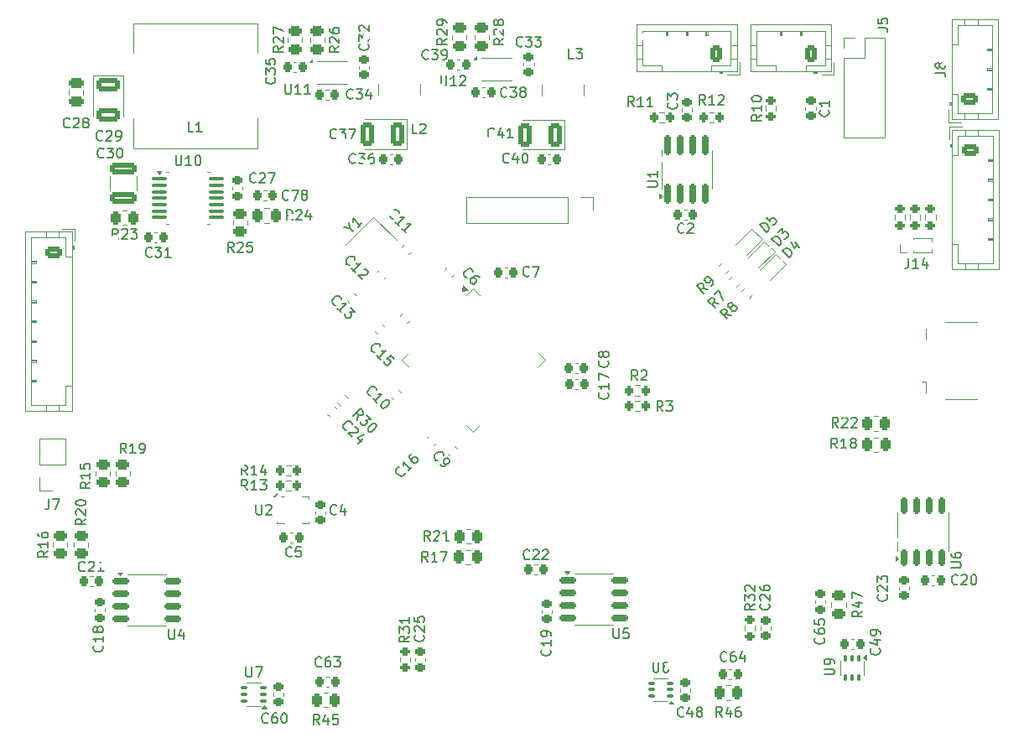
<source format=gto>
G04 #@! TF.GenerationSoftware,KiCad,Pcbnew,8.0.1*
G04 #@! TF.CreationDate,2024-05-07T00:12:20+05:00*
G04 #@! TF.ProjectId,MyVesc,4d795665-7363-42e6-9b69-6361645f7063,rev?*
G04 #@! TF.SameCoordinates,Original*
G04 #@! TF.FileFunction,Legend,Top*
G04 #@! TF.FilePolarity,Positive*
%FSLAX46Y46*%
G04 Gerber Fmt 4.6, Leading zero omitted, Abs format (unit mm)*
G04 Created by KiCad (PCBNEW 8.0.1) date 2024-05-07 00:12:20*
%MOMM*%
%LPD*%
G01*
G04 APERTURE LIST*
G04 Aperture macros list*
%AMRoundRect*
0 Rectangle with rounded corners*
0 $1 Rounding radius*
0 $2 $3 $4 $5 $6 $7 $8 $9 X,Y pos of 4 corners*
0 Add a 4 corners polygon primitive as box body*
4,1,4,$2,$3,$4,$5,$6,$7,$8,$9,$2,$3,0*
0 Add four circle primitives for the rounded corners*
1,1,$1+$1,$2,$3*
1,1,$1+$1,$4,$5*
1,1,$1+$1,$6,$7*
1,1,$1+$1,$8,$9*
0 Add four rect primitives between the rounded corners*
20,1,$1+$1,$2,$3,$4,$5,0*
20,1,$1+$1,$4,$5,$6,$7,0*
20,1,$1+$1,$6,$7,$8,$9,0*
20,1,$1+$1,$8,$9,$2,$3,0*%
%AMRotRect*
0 Rectangle, with rotation*
0 The origin of the aperture is its center*
0 $1 length*
0 $2 width*
0 $3 Rotation angle, in degrees counterclockwise*
0 Add horizontal line*
21,1,$1,$2,0,0,$3*%
G04 Aperture macros list end*
%ADD10C,0.150000*%
%ADD11C,0.120000*%
%ADD12C,0.100000*%
%ADD13RoundRect,0.200000X0.275000X-0.200000X0.275000X0.200000X-0.275000X0.200000X-0.275000X-0.200000X0*%
%ADD14RoundRect,0.200000X-0.053033X0.335876X-0.335876X0.053033X0.053033X-0.335876X0.335876X-0.053033X0*%
%ADD15RoundRect,0.250000X-0.450000X0.262500X-0.450000X-0.262500X0.450000X-0.262500X0.450000X0.262500X0*%
%ADD16RoundRect,0.225000X-0.250000X0.225000X-0.250000X-0.225000X0.250000X-0.225000X0.250000X0.225000X0*%
%ADD17RoundRect,0.250000X0.450000X-0.262500X0.450000X0.262500X-0.450000X0.262500X-0.450000X-0.262500X0*%
%ADD18RoundRect,0.225000X0.225000X0.250000X-0.225000X0.250000X-0.225000X-0.250000X0.225000X-0.250000X0*%
%ADD19RoundRect,0.225000X0.250000X-0.225000X0.250000X0.225000X-0.250000X0.225000X-0.250000X-0.225000X0*%
%ADD20RoundRect,0.200000X-0.275000X0.200000X-0.275000X-0.200000X0.275000X-0.200000X0.275000X0.200000X0*%
%ADD21R,0.675000X0.250000*%
%ADD22R,0.250000X0.675000*%
%ADD23RoundRect,0.225000X-0.335876X-0.017678X-0.017678X-0.335876X0.335876X0.017678X0.017678X0.335876X0*%
%ADD24RoundRect,0.225000X-0.225000X-0.250000X0.225000X-0.250000X0.225000X0.250000X-0.225000X0.250000X0*%
%ADD25RoundRect,0.250000X1.100000X-0.325000X1.100000X0.325000X-1.100000X0.325000X-1.100000X-0.325000X0*%
%ADD26RoundRect,0.250000X0.412500X0.925000X-0.412500X0.925000X-0.412500X-0.925000X0.412500X-0.925000X0*%
%ADD27RotRect,1.400000X1.200000X225.000000*%
%ADD28RoundRect,0.150000X-0.675000X-0.150000X0.675000X-0.150000X0.675000X0.150000X-0.675000X0.150000X0*%
%ADD29R,2.650000X3.000000*%
%ADD30RoundRect,0.250000X-0.262500X-0.450000X0.262500X-0.450000X0.262500X0.450000X-0.262500X0.450000X0*%
%ADD31O,0.850000X0.250000*%
%ADD32R,1.800000X1.650000*%
%ADD33RoundRect,0.225000X-0.017678X0.335876X-0.335876X0.017678X0.017678X-0.335876X0.335876X-0.017678X0*%
%ADD34C,1.000000*%
%ADD35R,2.000000X0.500000*%
%ADD36R,1.700000X2.000000*%
%ADD37R,1.700000X1.700000*%
%ADD38O,1.700000X1.700000*%
%ADD39R,3.000000X3.100000*%
%ADD40RoundRect,0.100000X-0.687500X-0.100000X0.687500X-0.100000X0.687500X0.100000X-0.687500X0.100000X0*%
%ADD41RoundRect,0.250000X0.262500X0.450000X-0.262500X0.450000X-0.262500X-0.450000X0.262500X-0.450000X0*%
%ADD42RoundRect,0.075000X-0.548008X0.441942X0.441942X-0.548008X0.548008X-0.441942X-0.441942X0.548008X0*%
%ADD43RoundRect,0.075000X-0.548008X-0.441942X-0.441942X-0.548008X0.548008X0.441942X0.441942X0.548008X0*%
%ADD44RoundRect,0.250000X-0.625000X0.350000X-0.625000X-0.350000X0.625000X-0.350000X0.625000X0.350000X0*%
%ADD45O,1.750000X1.200000*%
%ADD46RoundRect,0.225000X0.017678X-0.335876X0.335876X-0.017678X-0.017678X0.335876X-0.335876X0.017678X0*%
%ADD47RoundRect,0.200000X0.200000X0.275000X-0.200000X0.275000X-0.200000X-0.275000X0.200000X-0.275000X0*%
%ADD48RoundRect,0.218750X-0.026517X0.335876X-0.335876X0.026517X0.026517X-0.335876X0.335876X-0.026517X0*%
%ADD49RoundRect,0.200000X-0.200000X-0.275000X0.200000X-0.275000X0.200000X0.275000X-0.200000X0.275000X0*%
%ADD50RoundRect,0.250000X-0.925000X0.412500X-0.925000X-0.412500X0.925000X-0.412500X0.925000X0.412500X0*%
%ADD51RoundRect,0.100000X0.225000X0.100000X-0.225000X0.100000X-0.225000X-0.100000X0.225000X-0.100000X0*%
%ADD52RoundRect,0.225000X0.335876X0.017678X0.017678X0.335876X-0.335876X-0.017678X-0.017678X-0.335876X0*%
%ADD53RoundRect,0.250000X-0.475000X0.250000X-0.475000X-0.250000X0.475000X-0.250000X0.475000X0.250000X0*%
%ADD54R,4.500000X1.750000*%
%ADD55RoundRect,0.150000X0.150000X-0.825000X0.150000X0.825000X-0.150000X0.825000X-0.150000X-0.825000X0*%
%ADD56RoundRect,0.250000X0.350000X0.625000X-0.350000X0.625000X-0.350000X-0.625000X0.350000X-0.625000X0*%
%ADD57O,1.200000X1.750000*%
%ADD58R,1.350000X1.350000*%
%ADD59O,1.350000X1.350000*%
%ADD60RoundRect,0.150000X0.150000X-0.675000X0.150000X0.675000X-0.150000X0.675000X-0.150000X-0.675000X0*%
%ADD61R,3.000000X2.650000*%
%ADD62RoundRect,0.250000X0.625000X-0.350000X0.625000X0.350000X-0.625000X0.350000X-0.625000X-0.350000X0*%
%ADD63RoundRect,0.200000X0.335876X0.053033X0.053033X0.335876X-0.335876X-0.053033X-0.053033X-0.335876X0*%
%ADD64R,0.850000X0.850000*%
%ADD65O,0.850000X0.850000*%
%ADD66R,2.900000X5.400000*%
%ADD67RoundRect,0.100000X-0.100000X0.225000X-0.100000X-0.225000X0.100000X-0.225000X0.100000X0.225000X0*%
%ADD68C,0.600000*%
%ADD69C,0.700000*%
G04 APERTURE END LIST*
D10*
X273153754Y-112939456D02*
X272581335Y-112838441D01*
X272749693Y-113343517D02*
X272042587Y-112636410D01*
X272042587Y-112636410D02*
X272311961Y-112367036D01*
X272311961Y-112367036D02*
X272412976Y-112333364D01*
X272412976Y-112333364D02*
X272480319Y-112333364D01*
X272480319Y-112333364D02*
X272581335Y-112367036D01*
X272581335Y-112367036D02*
X272682350Y-112468051D01*
X272682350Y-112468051D02*
X272716022Y-112569067D01*
X272716022Y-112569067D02*
X272716022Y-112636410D01*
X272716022Y-112636410D02*
X272682350Y-112737425D01*
X272682350Y-112737425D02*
X272412976Y-113006799D01*
X272682350Y-111996647D02*
X273153754Y-111525242D01*
X273153754Y-111525242D02*
X273557815Y-112535395D01*
X209215238Y-134632857D02*
X208739047Y-134966190D01*
X209215238Y-135204285D02*
X208215238Y-135204285D01*
X208215238Y-135204285D02*
X208215238Y-134823333D01*
X208215238Y-134823333D02*
X208262857Y-134728095D01*
X208262857Y-134728095D02*
X208310476Y-134680476D01*
X208310476Y-134680476D02*
X208405714Y-134632857D01*
X208405714Y-134632857D02*
X208548571Y-134632857D01*
X208548571Y-134632857D02*
X208643809Y-134680476D01*
X208643809Y-134680476D02*
X208691428Y-134728095D01*
X208691428Y-134728095D02*
X208739047Y-134823333D01*
X208739047Y-134823333D02*
X208739047Y-135204285D01*
X208310476Y-134251904D02*
X208262857Y-134204285D01*
X208262857Y-134204285D02*
X208215238Y-134109047D01*
X208215238Y-134109047D02*
X208215238Y-133870952D01*
X208215238Y-133870952D02*
X208262857Y-133775714D01*
X208262857Y-133775714D02*
X208310476Y-133728095D01*
X208310476Y-133728095D02*
X208405714Y-133680476D01*
X208405714Y-133680476D02*
X208500952Y-133680476D01*
X208500952Y-133680476D02*
X208643809Y-133728095D01*
X208643809Y-133728095D02*
X209215238Y-134299523D01*
X209215238Y-134299523D02*
X209215238Y-133680476D01*
X208215238Y-133061428D02*
X208215238Y-132966190D01*
X208215238Y-132966190D02*
X208262857Y-132870952D01*
X208262857Y-132870952D02*
X208310476Y-132823333D01*
X208310476Y-132823333D02*
X208405714Y-132775714D01*
X208405714Y-132775714D02*
X208596190Y-132728095D01*
X208596190Y-132728095D02*
X208834285Y-132728095D01*
X208834285Y-132728095D02*
X209024761Y-132775714D01*
X209024761Y-132775714D02*
X209119999Y-132823333D01*
X209119999Y-132823333D02*
X209167619Y-132870952D01*
X209167619Y-132870952D02*
X209215238Y-132966190D01*
X209215238Y-132966190D02*
X209215238Y-133061428D01*
X209215238Y-133061428D02*
X209167619Y-133156666D01*
X209167619Y-133156666D02*
X209119999Y-133204285D01*
X209119999Y-133204285D02*
X209024761Y-133251904D01*
X209024761Y-133251904D02*
X208834285Y-133299523D01*
X208834285Y-133299523D02*
X208596190Y-133299523D01*
X208596190Y-133299523D02*
X208405714Y-133251904D01*
X208405714Y-133251904D02*
X208310476Y-133204285D01*
X208310476Y-133204285D02*
X208262857Y-133156666D01*
X208262857Y-133156666D02*
X208215238Y-133061428D01*
X284189580Y-93366666D02*
X284237200Y-93414285D01*
X284237200Y-93414285D02*
X284284819Y-93557142D01*
X284284819Y-93557142D02*
X284284819Y-93652380D01*
X284284819Y-93652380D02*
X284237200Y-93795237D01*
X284237200Y-93795237D02*
X284141961Y-93890475D01*
X284141961Y-93890475D02*
X284046723Y-93938094D01*
X284046723Y-93938094D02*
X283856247Y-93985713D01*
X283856247Y-93985713D02*
X283713390Y-93985713D01*
X283713390Y-93985713D02*
X283522914Y-93938094D01*
X283522914Y-93938094D02*
X283427676Y-93890475D01*
X283427676Y-93890475D02*
X283332438Y-93795237D01*
X283332438Y-93795237D02*
X283284819Y-93652380D01*
X283284819Y-93652380D02*
X283284819Y-93557142D01*
X283284819Y-93557142D02*
X283332438Y-93414285D01*
X283332438Y-93414285D02*
X283380057Y-93366666D01*
X284284819Y-92414285D02*
X284284819Y-92985713D01*
X284284819Y-92699999D02*
X283284819Y-92699999D01*
X283284819Y-92699999D02*
X283427676Y-92795237D01*
X283427676Y-92795237D02*
X283522914Y-92890475D01*
X283522914Y-92890475D02*
X283570533Y-92985713D01*
X234525834Y-134117078D02*
X234478215Y-134164698D01*
X234478215Y-134164698D02*
X234335358Y-134212317D01*
X234335358Y-134212317D02*
X234240120Y-134212317D01*
X234240120Y-134212317D02*
X234097263Y-134164698D01*
X234097263Y-134164698D02*
X234002025Y-134069459D01*
X234002025Y-134069459D02*
X233954406Y-133974221D01*
X233954406Y-133974221D02*
X233906787Y-133783745D01*
X233906787Y-133783745D02*
X233906787Y-133640888D01*
X233906787Y-133640888D02*
X233954406Y-133450412D01*
X233954406Y-133450412D02*
X234002025Y-133355174D01*
X234002025Y-133355174D02*
X234097263Y-133259936D01*
X234097263Y-133259936D02*
X234240120Y-133212317D01*
X234240120Y-133212317D02*
X234335358Y-133212317D01*
X234335358Y-133212317D02*
X234478215Y-133259936D01*
X234478215Y-133259936D02*
X234525834Y-133307555D01*
X235382977Y-133545650D02*
X235382977Y-134212317D01*
X235144882Y-133164698D02*
X234906787Y-133878983D01*
X234906787Y-133878983D02*
X235525834Y-133878983D01*
X229154819Y-86942857D02*
X228678628Y-87276190D01*
X229154819Y-87514285D02*
X228154819Y-87514285D01*
X228154819Y-87514285D02*
X228154819Y-87133333D01*
X228154819Y-87133333D02*
X228202438Y-87038095D01*
X228202438Y-87038095D02*
X228250057Y-86990476D01*
X228250057Y-86990476D02*
X228345295Y-86942857D01*
X228345295Y-86942857D02*
X228488152Y-86942857D01*
X228488152Y-86942857D02*
X228583390Y-86990476D01*
X228583390Y-86990476D02*
X228631009Y-87038095D01*
X228631009Y-87038095D02*
X228678628Y-87133333D01*
X228678628Y-87133333D02*
X228678628Y-87514285D01*
X228250057Y-86561904D02*
X228202438Y-86514285D01*
X228202438Y-86514285D02*
X228154819Y-86419047D01*
X228154819Y-86419047D02*
X228154819Y-86180952D01*
X228154819Y-86180952D02*
X228202438Y-86085714D01*
X228202438Y-86085714D02*
X228250057Y-86038095D01*
X228250057Y-86038095D02*
X228345295Y-85990476D01*
X228345295Y-85990476D02*
X228440533Y-85990476D01*
X228440533Y-85990476D02*
X228583390Y-86038095D01*
X228583390Y-86038095D02*
X229154819Y-86609523D01*
X229154819Y-86609523D02*
X229154819Y-85990476D01*
X228154819Y-85657142D02*
X228154819Y-84990476D01*
X228154819Y-84990476D02*
X229154819Y-85419047D01*
X209127561Y-139849580D02*
X209079942Y-139897200D01*
X209079942Y-139897200D02*
X208937085Y-139944819D01*
X208937085Y-139944819D02*
X208841847Y-139944819D01*
X208841847Y-139944819D02*
X208698990Y-139897200D01*
X208698990Y-139897200D02*
X208603752Y-139801961D01*
X208603752Y-139801961D02*
X208556133Y-139706723D01*
X208556133Y-139706723D02*
X208508514Y-139516247D01*
X208508514Y-139516247D02*
X208508514Y-139373390D01*
X208508514Y-139373390D02*
X208556133Y-139182914D01*
X208556133Y-139182914D02*
X208603752Y-139087676D01*
X208603752Y-139087676D02*
X208698990Y-138992438D01*
X208698990Y-138992438D02*
X208841847Y-138944819D01*
X208841847Y-138944819D02*
X208937085Y-138944819D01*
X208937085Y-138944819D02*
X209079942Y-138992438D01*
X209079942Y-138992438D02*
X209127561Y-139040057D01*
X209508514Y-139040057D02*
X209556133Y-138992438D01*
X209556133Y-138992438D02*
X209651371Y-138944819D01*
X209651371Y-138944819D02*
X209889466Y-138944819D01*
X209889466Y-138944819D02*
X209984704Y-138992438D01*
X209984704Y-138992438D02*
X210032323Y-139040057D01*
X210032323Y-139040057D02*
X210079942Y-139135295D01*
X210079942Y-139135295D02*
X210079942Y-139230533D01*
X210079942Y-139230533D02*
X210032323Y-139373390D01*
X210032323Y-139373390D02*
X209460895Y-139944819D01*
X209460895Y-139944819D02*
X210079942Y-139944819D01*
X211032323Y-139944819D02*
X210460895Y-139944819D01*
X210746609Y-139944819D02*
X210746609Y-138944819D01*
X210746609Y-138944819D02*
X210651371Y-139087676D01*
X210651371Y-139087676D02*
X210556133Y-139182914D01*
X210556133Y-139182914D02*
X210460895Y-139230533D01*
X226407142Y-100609580D02*
X226359523Y-100657200D01*
X226359523Y-100657200D02*
X226216666Y-100704819D01*
X226216666Y-100704819D02*
X226121428Y-100704819D01*
X226121428Y-100704819D02*
X225978571Y-100657200D01*
X225978571Y-100657200D02*
X225883333Y-100561961D01*
X225883333Y-100561961D02*
X225835714Y-100466723D01*
X225835714Y-100466723D02*
X225788095Y-100276247D01*
X225788095Y-100276247D02*
X225788095Y-100133390D01*
X225788095Y-100133390D02*
X225835714Y-99942914D01*
X225835714Y-99942914D02*
X225883333Y-99847676D01*
X225883333Y-99847676D02*
X225978571Y-99752438D01*
X225978571Y-99752438D02*
X226121428Y-99704819D01*
X226121428Y-99704819D02*
X226216666Y-99704819D01*
X226216666Y-99704819D02*
X226359523Y-99752438D01*
X226359523Y-99752438D02*
X226407142Y-99800057D01*
X226788095Y-99800057D02*
X226835714Y-99752438D01*
X226835714Y-99752438D02*
X226930952Y-99704819D01*
X226930952Y-99704819D02*
X227169047Y-99704819D01*
X227169047Y-99704819D02*
X227264285Y-99752438D01*
X227264285Y-99752438D02*
X227311904Y-99800057D01*
X227311904Y-99800057D02*
X227359523Y-99895295D01*
X227359523Y-99895295D02*
X227359523Y-99990533D01*
X227359523Y-99990533D02*
X227311904Y-100133390D01*
X227311904Y-100133390D02*
X226740476Y-100704819D01*
X226740476Y-100704819D02*
X227359523Y-100704819D01*
X227692857Y-99704819D02*
X228359523Y-99704819D01*
X228359523Y-99704819D02*
X227930952Y-100704819D01*
X241892319Y-146482857D02*
X241416128Y-146816190D01*
X241892319Y-147054285D02*
X240892319Y-147054285D01*
X240892319Y-147054285D02*
X240892319Y-146673333D01*
X240892319Y-146673333D02*
X240939938Y-146578095D01*
X240939938Y-146578095D02*
X240987557Y-146530476D01*
X240987557Y-146530476D02*
X241082795Y-146482857D01*
X241082795Y-146482857D02*
X241225652Y-146482857D01*
X241225652Y-146482857D02*
X241320890Y-146530476D01*
X241320890Y-146530476D02*
X241368509Y-146578095D01*
X241368509Y-146578095D02*
X241416128Y-146673333D01*
X241416128Y-146673333D02*
X241416128Y-147054285D01*
X240892319Y-146149523D02*
X240892319Y-145530476D01*
X240892319Y-145530476D02*
X241273271Y-145863809D01*
X241273271Y-145863809D02*
X241273271Y-145720952D01*
X241273271Y-145720952D02*
X241320890Y-145625714D01*
X241320890Y-145625714D02*
X241368509Y-145578095D01*
X241368509Y-145578095D02*
X241463747Y-145530476D01*
X241463747Y-145530476D02*
X241701842Y-145530476D01*
X241701842Y-145530476D02*
X241797080Y-145578095D01*
X241797080Y-145578095D02*
X241844700Y-145625714D01*
X241844700Y-145625714D02*
X241892319Y-145720952D01*
X241892319Y-145720952D02*
X241892319Y-146006666D01*
X241892319Y-146006666D02*
X241844700Y-146101904D01*
X241844700Y-146101904D02*
X241797080Y-146149523D01*
X241892319Y-144578095D02*
X241892319Y-145149523D01*
X241892319Y-144863809D02*
X240892319Y-144863809D01*
X240892319Y-144863809D02*
X241035176Y-144959047D01*
X241035176Y-144959047D02*
X241130414Y-145054285D01*
X241130414Y-145054285D02*
X241178033Y-145149523D01*
X226430597Y-133212318D02*
X226430597Y-134021841D01*
X226430597Y-134021841D02*
X226478216Y-134117079D01*
X226478216Y-134117079D02*
X226525835Y-134164699D01*
X226525835Y-134164699D02*
X226621073Y-134212318D01*
X226621073Y-134212318D02*
X226811549Y-134212318D01*
X226811549Y-134212318D02*
X226906787Y-134164699D01*
X226906787Y-134164699D02*
X226954406Y-134117079D01*
X226954406Y-134117079D02*
X227002025Y-134021841D01*
X227002025Y-134021841D02*
X227002025Y-133212318D01*
X227430597Y-133307556D02*
X227478216Y-133259937D01*
X227478216Y-133259937D02*
X227573454Y-133212318D01*
X227573454Y-133212318D02*
X227811549Y-133212318D01*
X227811549Y-133212318D02*
X227906787Y-133259937D01*
X227906787Y-133259937D02*
X227954406Y-133307556D01*
X227954406Y-133307556D02*
X228002025Y-133402794D01*
X228002025Y-133402794D02*
X228002025Y-133498032D01*
X228002025Y-133498032D02*
X227954406Y-133640889D01*
X227954406Y-133640889D02*
X227382978Y-134212318D01*
X227382978Y-134212318D02*
X228002025Y-134212318D01*
X238378068Y-117834009D02*
X238310724Y-117834009D01*
X238310724Y-117834009D02*
X238176037Y-117766665D01*
X238176037Y-117766665D02*
X238108694Y-117699322D01*
X238108694Y-117699322D02*
X238041350Y-117564635D01*
X238041350Y-117564635D02*
X238041350Y-117429948D01*
X238041350Y-117429948D02*
X238075022Y-117328933D01*
X238075022Y-117328933D02*
X238176037Y-117160574D01*
X238176037Y-117160574D02*
X238277052Y-117059559D01*
X238277052Y-117059559D02*
X238445411Y-116958543D01*
X238445411Y-116958543D02*
X238546426Y-116924872D01*
X238546426Y-116924872D02*
X238681113Y-116924872D01*
X238681113Y-116924872D02*
X238815800Y-116992215D01*
X238815800Y-116992215D02*
X238883144Y-117059559D01*
X238883144Y-117059559D02*
X238950487Y-117194246D01*
X238950487Y-117194246D02*
X238950487Y-117261589D01*
X238984159Y-118574787D02*
X238580098Y-118170726D01*
X238782129Y-118372757D02*
X239489235Y-117665650D01*
X239489235Y-117665650D02*
X239320877Y-117699322D01*
X239320877Y-117699322D02*
X239186190Y-117699322D01*
X239186190Y-117699322D02*
X239085174Y-117665650D01*
X240331029Y-118507444D02*
X239994312Y-118170726D01*
X239994312Y-118170726D02*
X239623923Y-118473772D01*
X239623923Y-118473772D02*
X239691266Y-118473772D01*
X239691266Y-118473772D02*
X239792281Y-118507444D01*
X239792281Y-118507444D02*
X239960640Y-118675803D01*
X239960640Y-118675803D02*
X239994312Y-118776818D01*
X239994312Y-118776818D02*
X239994312Y-118844162D01*
X239994312Y-118844162D02*
X239960640Y-118945177D01*
X239960640Y-118945177D02*
X239792281Y-119113536D01*
X239792281Y-119113536D02*
X239691266Y-119147207D01*
X239691266Y-119147207D02*
X239623923Y-119147207D01*
X239623923Y-119147207D02*
X239522907Y-119113536D01*
X239522907Y-119113536D02*
X239354549Y-118945177D01*
X239354549Y-118945177D02*
X239320877Y-118844162D01*
X239320877Y-118844162D02*
X239320877Y-118776818D01*
X251747142Y-91969580D02*
X251699523Y-92017200D01*
X251699523Y-92017200D02*
X251556666Y-92064819D01*
X251556666Y-92064819D02*
X251461428Y-92064819D01*
X251461428Y-92064819D02*
X251318571Y-92017200D01*
X251318571Y-92017200D02*
X251223333Y-91921961D01*
X251223333Y-91921961D02*
X251175714Y-91826723D01*
X251175714Y-91826723D02*
X251128095Y-91636247D01*
X251128095Y-91636247D02*
X251128095Y-91493390D01*
X251128095Y-91493390D02*
X251175714Y-91302914D01*
X251175714Y-91302914D02*
X251223333Y-91207676D01*
X251223333Y-91207676D02*
X251318571Y-91112438D01*
X251318571Y-91112438D02*
X251461428Y-91064819D01*
X251461428Y-91064819D02*
X251556666Y-91064819D01*
X251556666Y-91064819D02*
X251699523Y-91112438D01*
X251699523Y-91112438D02*
X251747142Y-91160057D01*
X252080476Y-91064819D02*
X252699523Y-91064819D01*
X252699523Y-91064819D02*
X252366190Y-91445771D01*
X252366190Y-91445771D02*
X252509047Y-91445771D01*
X252509047Y-91445771D02*
X252604285Y-91493390D01*
X252604285Y-91493390D02*
X252651904Y-91541009D01*
X252651904Y-91541009D02*
X252699523Y-91636247D01*
X252699523Y-91636247D02*
X252699523Y-91874342D01*
X252699523Y-91874342D02*
X252651904Y-91969580D01*
X252651904Y-91969580D02*
X252604285Y-92017200D01*
X252604285Y-92017200D02*
X252509047Y-92064819D01*
X252509047Y-92064819D02*
X252223333Y-92064819D01*
X252223333Y-92064819D02*
X252128095Y-92017200D01*
X252128095Y-92017200D02*
X252080476Y-91969580D01*
X253270952Y-91493390D02*
X253175714Y-91445771D01*
X253175714Y-91445771D02*
X253128095Y-91398152D01*
X253128095Y-91398152D02*
X253080476Y-91302914D01*
X253080476Y-91302914D02*
X253080476Y-91255295D01*
X253080476Y-91255295D02*
X253128095Y-91160057D01*
X253128095Y-91160057D02*
X253175714Y-91112438D01*
X253175714Y-91112438D02*
X253270952Y-91064819D01*
X253270952Y-91064819D02*
X253461428Y-91064819D01*
X253461428Y-91064819D02*
X253556666Y-91112438D01*
X253556666Y-91112438D02*
X253604285Y-91160057D01*
X253604285Y-91160057D02*
X253651904Y-91255295D01*
X253651904Y-91255295D02*
X253651904Y-91302914D01*
X253651904Y-91302914D02*
X253604285Y-91398152D01*
X253604285Y-91398152D02*
X253556666Y-91445771D01*
X253556666Y-91445771D02*
X253461428Y-91493390D01*
X253461428Y-91493390D02*
X253270952Y-91493390D01*
X253270952Y-91493390D02*
X253175714Y-91541009D01*
X253175714Y-91541009D02*
X253128095Y-91588628D01*
X253128095Y-91588628D02*
X253080476Y-91683866D01*
X253080476Y-91683866D02*
X253080476Y-91874342D01*
X253080476Y-91874342D02*
X253128095Y-91969580D01*
X253128095Y-91969580D02*
X253175714Y-92017200D01*
X253175714Y-92017200D02*
X253270952Y-92064819D01*
X253270952Y-92064819D02*
X253461428Y-92064819D01*
X253461428Y-92064819D02*
X253556666Y-92017200D01*
X253556666Y-92017200D02*
X253604285Y-91969580D01*
X253604285Y-91969580D02*
X253651904Y-91874342D01*
X253651904Y-91874342D02*
X253651904Y-91683866D01*
X253651904Y-91683866D02*
X253604285Y-91588628D01*
X253604285Y-91588628D02*
X253556666Y-91541009D01*
X253556666Y-91541009D02*
X253461428Y-91493390D01*
X211032142Y-98109580D02*
X210984523Y-98157200D01*
X210984523Y-98157200D02*
X210841666Y-98204819D01*
X210841666Y-98204819D02*
X210746428Y-98204819D01*
X210746428Y-98204819D02*
X210603571Y-98157200D01*
X210603571Y-98157200D02*
X210508333Y-98061961D01*
X210508333Y-98061961D02*
X210460714Y-97966723D01*
X210460714Y-97966723D02*
X210413095Y-97776247D01*
X210413095Y-97776247D02*
X210413095Y-97633390D01*
X210413095Y-97633390D02*
X210460714Y-97442914D01*
X210460714Y-97442914D02*
X210508333Y-97347676D01*
X210508333Y-97347676D02*
X210603571Y-97252438D01*
X210603571Y-97252438D02*
X210746428Y-97204819D01*
X210746428Y-97204819D02*
X210841666Y-97204819D01*
X210841666Y-97204819D02*
X210984523Y-97252438D01*
X210984523Y-97252438D02*
X211032142Y-97300057D01*
X211365476Y-97204819D02*
X211984523Y-97204819D01*
X211984523Y-97204819D02*
X211651190Y-97585771D01*
X211651190Y-97585771D02*
X211794047Y-97585771D01*
X211794047Y-97585771D02*
X211889285Y-97633390D01*
X211889285Y-97633390D02*
X211936904Y-97681009D01*
X211936904Y-97681009D02*
X211984523Y-97776247D01*
X211984523Y-97776247D02*
X211984523Y-98014342D01*
X211984523Y-98014342D02*
X211936904Y-98109580D01*
X211936904Y-98109580D02*
X211889285Y-98157200D01*
X211889285Y-98157200D02*
X211794047Y-98204819D01*
X211794047Y-98204819D02*
X211508333Y-98204819D01*
X211508333Y-98204819D02*
X211413095Y-98157200D01*
X211413095Y-98157200D02*
X211365476Y-98109580D01*
X212603571Y-97204819D02*
X212698809Y-97204819D01*
X212698809Y-97204819D02*
X212794047Y-97252438D01*
X212794047Y-97252438D02*
X212841666Y-97300057D01*
X212841666Y-97300057D02*
X212889285Y-97395295D01*
X212889285Y-97395295D02*
X212936904Y-97585771D01*
X212936904Y-97585771D02*
X212936904Y-97823866D01*
X212936904Y-97823866D02*
X212889285Y-98014342D01*
X212889285Y-98014342D02*
X212841666Y-98109580D01*
X212841666Y-98109580D02*
X212794047Y-98157200D01*
X212794047Y-98157200D02*
X212698809Y-98204819D01*
X212698809Y-98204819D02*
X212603571Y-98204819D01*
X212603571Y-98204819D02*
X212508333Y-98157200D01*
X212508333Y-98157200D02*
X212460714Y-98109580D01*
X212460714Y-98109580D02*
X212413095Y-98014342D01*
X212413095Y-98014342D02*
X212365476Y-97823866D01*
X212365476Y-97823866D02*
X212365476Y-97585771D01*
X212365476Y-97585771D02*
X212413095Y-97395295D01*
X212413095Y-97395295D02*
X212460714Y-97300057D01*
X212460714Y-97300057D02*
X212508333Y-97252438D01*
X212508333Y-97252438D02*
X212603571Y-97204819D01*
X234507142Y-96159580D02*
X234459523Y-96207200D01*
X234459523Y-96207200D02*
X234316666Y-96254819D01*
X234316666Y-96254819D02*
X234221428Y-96254819D01*
X234221428Y-96254819D02*
X234078571Y-96207200D01*
X234078571Y-96207200D02*
X233983333Y-96111961D01*
X233983333Y-96111961D02*
X233935714Y-96016723D01*
X233935714Y-96016723D02*
X233888095Y-95826247D01*
X233888095Y-95826247D02*
X233888095Y-95683390D01*
X233888095Y-95683390D02*
X233935714Y-95492914D01*
X233935714Y-95492914D02*
X233983333Y-95397676D01*
X233983333Y-95397676D02*
X234078571Y-95302438D01*
X234078571Y-95302438D02*
X234221428Y-95254819D01*
X234221428Y-95254819D02*
X234316666Y-95254819D01*
X234316666Y-95254819D02*
X234459523Y-95302438D01*
X234459523Y-95302438D02*
X234507142Y-95350057D01*
X234840476Y-95254819D02*
X235459523Y-95254819D01*
X235459523Y-95254819D02*
X235126190Y-95635771D01*
X235126190Y-95635771D02*
X235269047Y-95635771D01*
X235269047Y-95635771D02*
X235364285Y-95683390D01*
X235364285Y-95683390D02*
X235411904Y-95731009D01*
X235411904Y-95731009D02*
X235459523Y-95826247D01*
X235459523Y-95826247D02*
X235459523Y-96064342D01*
X235459523Y-96064342D02*
X235411904Y-96159580D01*
X235411904Y-96159580D02*
X235364285Y-96207200D01*
X235364285Y-96207200D02*
X235269047Y-96254819D01*
X235269047Y-96254819D02*
X234983333Y-96254819D01*
X234983333Y-96254819D02*
X234888095Y-96207200D01*
X234888095Y-96207200D02*
X234840476Y-96159580D01*
X235792857Y-95254819D02*
X236459523Y-95254819D01*
X236459523Y-95254819D02*
X236030952Y-96254819D01*
X283709580Y-146642857D02*
X283757200Y-146690476D01*
X283757200Y-146690476D02*
X283804819Y-146833333D01*
X283804819Y-146833333D02*
X283804819Y-146928571D01*
X283804819Y-146928571D02*
X283757200Y-147071428D01*
X283757200Y-147071428D02*
X283661961Y-147166666D01*
X283661961Y-147166666D02*
X283566723Y-147214285D01*
X283566723Y-147214285D02*
X283376247Y-147261904D01*
X283376247Y-147261904D02*
X283233390Y-147261904D01*
X283233390Y-147261904D02*
X283042914Y-147214285D01*
X283042914Y-147214285D02*
X282947676Y-147166666D01*
X282947676Y-147166666D02*
X282852438Y-147071428D01*
X282852438Y-147071428D02*
X282804819Y-146928571D01*
X282804819Y-146928571D02*
X282804819Y-146833333D01*
X282804819Y-146833333D02*
X282852438Y-146690476D01*
X282852438Y-146690476D02*
X282900057Y-146642857D01*
X282804819Y-145785714D02*
X282804819Y-145976190D01*
X282804819Y-145976190D02*
X282852438Y-146071428D01*
X282852438Y-146071428D02*
X282900057Y-146119047D01*
X282900057Y-146119047D02*
X283042914Y-146214285D01*
X283042914Y-146214285D02*
X283233390Y-146261904D01*
X283233390Y-146261904D02*
X283614342Y-146261904D01*
X283614342Y-146261904D02*
X283709580Y-146214285D01*
X283709580Y-146214285D02*
X283757200Y-146166666D01*
X283757200Y-146166666D02*
X283804819Y-146071428D01*
X283804819Y-146071428D02*
X283804819Y-145880952D01*
X283804819Y-145880952D02*
X283757200Y-145785714D01*
X283757200Y-145785714D02*
X283709580Y-145738095D01*
X283709580Y-145738095D02*
X283614342Y-145690476D01*
X283614342Y-145690476D02*
X283376247Y-145690476D01*
X283376247Y-145690476D02*
X283281009Y-145738095D01*
X283281009Y-145738095D02*
X283233390Y-145785714D01*
X283233390Y-145785714D02*
X283185771Y-145880952D01*
X283185771Y-145880952D02*
X283185771Y-146071428D01*
X283185771Y-146071428D02*
X283233390Y-146166666D01*
X283233390Y-146166666D02*
X283281009Y-146214285D01*
X283281009Y-146214285D02*
X283376247Y-146261904D01*
X282804819Y-144785714D02*
X282804819Y-145261904D01*
X282804819Y-145261904D02*
X283281009Y-145309523D01*
X283281009Y-145309523D02*
X283233390Y-145261904D01*
X283233390Y-145261904D02*
X283185771Y-145166666D01*
X283185771Y-145166666D02*
X283185771Y-144928571D01*
X283185771Y-144928571D02*
X283233390Y-144833333D01*
X283233390Y-144833333D02*
X283281009Y-144785714D01*
X283281009Y-144785714D02*
X283376247Y-144738095D01*
X283376247Y-144738095D02*
X283614342Y-144738095D01*
X283614342Y-144738095D02*
X283709580Y-144785714D01*
X283709580Y-144785714D02*
X283757200Y-144833333D01*
X283757200Y-144833333D02*
X283804819Y-144928571D01*
X283804819Y-144928571D02*
X283804819Y-145166666D01*
X283804819Y-145166666D02*
X283757200Y-145261904D01*
X283757200Y-145261904D02*
X283709580Y-145309523D01*
X297257142Y-141184580D02*
X297209523Y-141232200D01*
X297209523Y-141232200D02*
X297066666Y-141279819D01*
X297066666Y-141279819D02*
X296971428Y-141279819D01*
X296971428Y-141279819D02*
X296828571Y-141232200D01*
X296828571Y-141232200D02*
X296733333Y-141136961D01*
X296733333Y-141136961D02*
X296685714Y-141041723D01*
X296685714Y-141041723D02*
X296638095Y-140851247D01*
X296638095Y-140851247D02*
X296638095Y-140708390D01*
X296638095Y-140708390D02*
X296685714Y-140517914D01*
X296685714Y-140517914D02*
X296733333Y-140422676D01*
X296733333Y-140422676D02*
X296828571Y-140327438D01*
X296828571Y-140327438D02*
X296971428Y-140279819D01*
X296971428Y-140279819D02*
X297066666Y-140279819D01*
X297066666Y-140279819D02*
X297209523Y-140327438D01*
X297209523Y-140327438D02*
X297257142Y-140375057D01*
X297638095Y-140375057D02*
X297685714Y-140327438D01*
X297685714Y-140327438D02*
X297780952Y-140279819D01*
X297780952Y-140279819D02*
X298019047Y-140279819D01*
X298019047Y-140279819D02*
X298114285Y-140327438D01*
X298114285Y-140327438D02*
X298161904Y-140375057D01*
X298161904Y-140375057D02*
X298209523Y-140470295D01*
X298209523Y-140470295D02*
X298209523Y-140565533D01*
X298209523Y-140565533D02*
X298161904Y-140708390D01*
X298161904Y-140708390D02*
X297590476Y-141279819D01*
X297590476Y-141279819D02*
X298209523Y-141279819D01*
X298828571Y-140279819D02*
X298923809Y-140279819D01*
X298923809Y-140279819D02*
X299019047Y-140327438D01*
X299019047Y-140327438D02*
X299066666Y-140375057D01*
X299066666Y-140375057D02*
X299114285Y-140470295D01*
X299114285Y-140470295D02*
X299161904Y-140660771D01*
X299161904Y-140660771D02*
X299161904Y-140898866D01*
X299161904Y-140898866D02*
X299114285Y-141089342D01*
X299114285Y-141089342D02*
X299066666Y-141184580D01*
X299066666Y-141184580D02*
X299019047Y-141232200D01*
X299019047Y-141232200D02*
X298923809Y-141279819D01*
X298923809Y-141279819D02*
X298828571Y-141279819D01*
X298828571Y-141279819D02*
X298733333Y-141232200D01*
X298733333Y-141232200D02*
X298685714Y-141184580D01*
X298685714Y-141184580D02*
X298638095Y-141089342D01*
X298638095Y-141089342D02*
X298590476Y-140898866D01*
X298590476Y-140898866D02*
X298590476Y-140660771D01*
X298590476Y-140660771D02*
X298638095Y-140470295D01*
X298638095Y-140470295D02*
X298685714Y-140375057D01*
X298685714Y-140375057D02*
X298733333Y-140327438D01*
X298733333Y-140327438D02*
X298828571Y-140279819D01*
X235914457Y-105308605D02*
X236251175Y-105645323D01*
X235308366Y-105173918D02*
X235914457Y-105308605D01*
X235914457Y-105308605D02*
X235779770Y-104702514D01*
X237092968Y-104803529D02*
X236688907Y-105207590D01*
X236890938Y-105005559D02*
X236183831Y-104298453D01*
X236183831Y-104298453D02*
X236217503Y-104466811D01*
X236217503Y-104466811D02*
X236217503Y-104601498D01*
X236217503Y-104601498D02*
X236183831Y-104702514D01*
X262498514Y-145694819D02*
X262498514Y-146504342D01*
X262498514Y-146504342D02*
X262546133Y-146599580D01*
X262546133Y-146599580D02*
X262593752Y-146647200D01*
X262593752Y-146647200D02*
X262688990Y-146694819D01*
X262688990Y-146694819D02*
X262879466Y-146694819D01*
X262879466Y-146694819D02*
X262974704Y-146647200D01*
X262974704Y-146647200D02*
X263022323Y-146599580D01*
X263022323Y-146599580D02*
X263069942Y-146504342D01*
X263069942Y-146504342D02*
X263069942Y-145694819D01*
X264022323Y-145694819D02*
X263546133Y-145694819D01*
X263546133Y-145694819D02*
X263498514Y-146171009D01*
X263498514Y-146171009D02*
X263546133Y-146123390D01*
X263546133Y-146123390D02*
X263641371Y-146075771D01*
X263641371Y-146075771D02*
X263879466Y-146075771D01*
X263879466Y-146075771D02*
X263974704Y-146123390D01*
X263974704Y-146123390D02*
X264022323Y-146171009D01*
X264022323Y-146171009D02*
X264069942Y-146266247D01*
X264069942Y-146266247D02*
X264069942Y-146504342D01*
X264069942Y-146504342D02*
X264022323Y-146599580D01*
X264022323Y-146599580D02*
X263974704Y-146647200D01*
X263974704Y-146647200D02*
X263879466Y-146694819D01*
X263879466Y-146694819D02*
X263641371Y-146694819D01*
X263641371Y-146694819D02*
X263546133Y-146647200D01*
X263546133Y-146647200D02*
X263498514Y-146599580D01*
X238016169Y-122174692D02*
X237948825Y-122174692D01*
X237948825Y-122174692D02*
X237814138Y-122107348D01*
X237814138Y-122107348D02*
X237746795Y-122040005D01*
X237746795Y-122040005D02*
X237679451Y-121905318D01*
X237679451Y-121905318D02*
X237679451Y-121770631D01*
X237679451Y-121770631D02*
X237713123Y-121669616D01*
X237713123Y-121669616D02*
X237814138Y-121501257D01*
X237814138Y-121501257D02*
X237915153Y-121400242D01*
X237915153Y-121400242D02*
X238083512Y-121299226D01*
X238083512Y-121299226D02*
X238184527Y-121265555D01*
X238184527Y-121265555D02*
X238319214Y-121265555D01*
X238319214Y-121265555D02*
X238453901Y-121332898D01*
X238453901Y-121332898D02*
X238521245Y-121400242D01*
X238521245Y-121400242D02*
X238588588Y-121534929D01*
X238588588Y-121534929D02*
X238588588Y-121602272D01*
X238622260Y-122915470D02*
X238218199Y-122511409D01*
X238420230Y-122713440D02*
X239127336Y-122006333D01*
X239127336Y-122006333D02*
X238958978Y-122040005D01*
X238958978Y-122040005D02*
X238824291Y-122040005D01*
X238824291Y-122040005D02*
X238723275Y-122006333D01*
X239767100Y-122646097D02*
X239834443Y-122713440D01*
X239834443Y-122713440D02*
X239868115Y-122814455D01*
X239868115Y-122814455D02*
X239868115Y-122881799D01*
X239868115Y-122881799D02*
X239834443Y-122982814D01*
X239834443Y-122982814D02*
X239733428Y-123151173D01*
X239733428Y-123151173D02*
X239565069Y-123319532D01*
X239565069Y-123319532D02*
X239396711Y-123420547D01*
X239396711Y-123420547D02*
X239295695Y-123454219D01*
X239295695Y-123454219D02*
X239228352Y-123454219D01*
X239228352Y-123454219D02*
X239127337Y-123420547D01*
X239127337Y-123420547D02*
X239059993Y-123353203D01*
X239059993Y-123353203D02*
X239026321Y-123252188D01*
X239026321Y-123252188D02*
X239026321Y-123184845D01*
X239026321Y-123184845D02*
X239059993Y-123083829D01*
X239059993Y-123083829D02*
X239161008Y-122915471D01*
X239161008Y-122915471D02*
X239329367Y-122747112D01*
X239329367Y-122747112D02*
X239497726Y-122646097D01*
X239497726Y-122646097D02*
X239598741Y-122612425D01*
X239598741Y-122612425D02*
X239666085Y-122612425D01*
X239666085Y-122612425D02*
X239767100Y-122646097D01*
X274385641Y-114061732D02*
X273813222Y-113960717D01*
X273981580Y-114465793D02*
X273274474Y-113758686D01*
X273274474Y-113758686D02*
X273543848Y-113489312D01*
X273543848Y-113489312D02*
X273644863Y-113455640D01*
X273644863Y-113455640D02*
X273712206Y-113455640D01*
X273712206Y-113455640D02*
X273813222Y-113489312D01*
X273813222Y-113489312D02*
X273914237Y-113590327D01*
X273914237Y-113590327D02*
X273947909Y-113691343D01*
X273947909Y-113691343D02*
X273947909Y-113758686D01*
X273947909Y-113758686D02*
X273914237Y-113859701D01*
X273914237Y-113859701D02*
X273644863Y-114129075D01*
X274385641Y-113253610D02*
X274284626Y-113287282D01*
X274284626Y-113287282D02*
X274217283Y-113287282D01*
X274217283Y-113287282D02*
X274116267Y-113253610D01*
X274116267Y-113253610D02*
X274082596Y-113219938D01*
X274082596Y-113219938D02*
X274048924Y-113118923D01*
X274048924Y-113118923D02*
X274048924Y-113051579D01*
X274048924Y-113051579D02*
X274082596Y-112950564D01*
X274082596Y-112950564D02*
X274217283Y-112815877D01*
X274217283Y-112815877D02*
X274318298Y-112782205D01*
X274318298Y-112782205D02*
X274385641Y-112782205D01*
X274385641Y-112782205D02*
X274486657Y-112815877D01*
X274486657Y-112815877D02*
X274520328Y-112849549D01*
X274520328Y-112849549D02*
X274554000Y-112950564D01*
X274554000Y-112950564D02*
X274554000Y-113017908D01*
X274554000Y-113017908D02*
X274520328Y-113118923D01*
X274520328Y-113118923D02*
X274385641Y-113253610D01*
X274385641Y-113253610D02*
X274351970Y-113354625D01*
X274351970Y-113354625D02*
X274351970Y-113421969D01*
X274351970Y-113421969D02*
X274385641Y-113522984D01*
X274385641Y-113522984D02*
X274520328Y-113657671D01*
X274520328Y-113657671D02*
X274621344Y-113691343D01*
X274621344Y-113691343D02*
X274688687Y-113691343D01*
X274688687Y-113691343D02*
X274789702Y-113657671D01*
X274789702Y-113657671D02*
X274924389Y-113522984D01*
X274924389Y-113522984D02*
X274958061Y-113421969D01*
X274958061Y-113421969D02*
X274958061Y-113354625D01*
X274958061Y-113354625D02*
X274924389Y-113253610D01*
X274924389Y-113253610D02*
X274789702Y-113118923D01*
X274789702Y-113118923D02*
X274688687Y-113085251D01*
X274688687Y-113085251D02*
X274621344Y-113085251D01*
X274621344Y-113085251D02*
X274520328Y-113118923D01*
X285182142Y-125404819D02*
X284848809Y-124928628D01*
X284610714Y-125404819D02*
X284610714Y-124404819D01*
X284610714Y-124404819D02*
X284991666Y-124404819D01*
X284991666Y-124404819D02*
X285086904Y-124452438D01*
X285086904Y-124452438D02*
X285134523Y-124500057D01*
X285134523Y-124500057D02*
X285182142Y-124595295D01*
X285182142Y-124595295D02*
X285182142Y-124738152D01*
X285182142Y-124738152D02*
X285134523Y-124833390D01*
X285134523Y-124833390D02*
X285086904Y-124881009D01*
X285086904Y-124881009D02*
X284991666Y-124928628D01*
X284991666Y-124928628D02*
X284610714Y-124928628D01*
X285563095Y-124500057D02*
X285610714Y-124452438D01*
X285610714Y-124452438D02*
X285705952Y-124404819D01*
X285705952Y-124404819D02*
X285944047Y-124404819D01*
X285944047Y-124404819D02*
X286039285Y-124452438D01*
X286039285Y-124452438D02*
X286086904Y-124500057D01*
X286086904Y-124500057D02*
X286134523Y-124595295D01*
X286134523Y-124595295D02*
X286134523Y-124690533D01*
X286134523Y-124690533D02*
X286086904Y-124833390D01*
X286086904Y-124833390D02*
X285515476Y-125404819D01*
X285515476Y-125404819D02*
X286134523Y-125404819D01*
X286515476Y-124500057D02*
X286563095Y-124452438D01*
X286563095Y-124452438D02*
X286658333Y-124404819D01*
X286658333Y-124404819D02*
X286896428Y-124404819D01*
X286896428Y-124404819D02*
X286991666Y-124452438D01*
X286991666Y-124452438D02*
X287039285Y-124500057D01*
X287039285Y-124500057D02*
X287086904Y-124595295D01*
X287086904Y-124595295D02*
X287086904Y-124690533D01*
X287086904Y-124690533D02*
X287039285Y-124833390D01*
X287039285Y-124833390D02*
X286467857Y-125404819D01*
X286467857Y-125404819D02*
X287086904Y-125404819D01*
X245061905Y-89904819D02*
X245061905Y-90714342D01*
X245061905Y-90714342D02*
X245109524Y-90809580D01*
X245109524Y-90809580D02*
X245157143Y-90857200D01*
X245157143Y-90857200D02*
X245252381Y-90904819D01*
X245252381Y-90904819D02*
X245442857Y-90904819D01*
X245442857Y-90904819D02*
X245538095Y-90857200D01*
X245538095Y-90857200D02*
X245585714Y-90809580D01*
X245585714Y-90809580D02*
X245633333Y-90714342D01*
X245633333Y-90714342D02*
X245633333Y-89904819D01*
X246633333Y-90904819D02*
X246061905Y-90904819D01*
X246347619Y-90904819D02*
X246347619Y-89904819D01*
X246347619Y-89904819D02*
X246252381Y-90047676D01*
X246252381Y-90047676D02*
X246157143Y-90142914D01*
X246157143Y-90142914D02*
X246061905Y-90190533D01*
X247014286Y-90000057D02*
X247061905Y-89952438D01*
X247061905Y-89952438D02*
X247157143Y-89904819D01*
X247157143Y-89904819D02*
X247395238Y-89904819D01*
X247395238Y-89904819D02*
X247490476Y-89952438D01*
X247490476Y-89952438D02*
X247538095Y-90000057D01*
X247538095Y-90000057D02*
X247585714Y-90095295D01*
X247585714Y-90095295D02*
X247585714Y-90190533D01*
X247585714Y-90190533D02*
X247538095Y-90333390D01*
X247538095Y-90333390D02*
X246966667Y-90904819D01*
X246966667Y-90904819D02*
X247585714Y-90904819D01*
X253307142Y-86859580D02*
X253259523Y-86907200D01*
X253259523Y-86907200D02*
X253116666Y-86954819D01*
X253116666Y-86954819D02*
X253021428Y-86954819D01*
X253021428Y-86954819D02*
X252878571Y-86907200D01*
X252878571Y-86907200D02*
X252783333Y-86811961D01*
X252783333Y-86811961D02*
X252735714Y-86716723D01*
X252735714Y-86716723D02*
X252688095Y-86526247D01*
X252688095Y-86526247D02*
X252688095Y-86383390D01*
X252688095Y-86383390D02*
X252735714Y-86192914D01*
X252735714Y-86192914D02*
X252783333Y-86097676D01*
X252783333Y-86097676D02*
X252878571Y-86002438D01*
X252878571Y-86002438D02*
X253021428Y-85954819D01*
X253021428Y-85954819D02*
X253116666Y-85954819D01*
X253116666Y-85954819D02*
X253259523Y-86002438D01*
X253259523Y-86002438D02*
X253307142Y-86050057D01*
X253640476Y-85954819D02*
X254259523Y-85954819D01*
X254259523Y-85954819D02*
X253926190Y-86335771D01*
X253926190Y-86335771D02*
X254069047Y-86335771D01*
X254069047Y-86335771D02*
X254164285Y-86383390D01*
X254164285Y-86383390D02*
X254211904Y-86431009D01*
X254211904Y-86431009D02*
X254259523Y-86526247D01*
X254259523Y-86526247D02*
X254259523Y-86764342D01*
X254259523Y-86764342D02*
X254211904Y-86859580D01*
X254211904Y-86859580D02*
X254164285Y-86907200D01*
X254164285Y-86907200D02*
X254069047Y-86954819D01*
X254069047Y-86954819D02*
X253783333Y-86954819D01*
X253783333Y-86954819D02*
X253688095Y-86907200D01*
X253688095Y-86907200D02*
X253640476Y-86859580D01*
X254592857Y-85954819D02*
X255211904Y-85954819D01*
X255211904Y-85954819D02*
X254878571Y-86335771D01*
X254878571Y-86335771D02*
X255021428Y-86335771D01*
X255021428Y-86335771D02*
X255116666Y-86383390D01*
X255116666Y-86383390D02*
X255164285Y-86431009D01*
X255164285Y-86431009D02*
X255211904Y-86526247D01*
X255211904Y-86526247D02*
X255211904Y-86764342D01*
X255211904Y-86764342D02*
X255164285Y-86859580D01*
X255164285Y-86859580D02*
X255116666Y-86907200D01*
X255116666Y-86907200D02*
X255021428Y-86954819D01*
X255021428Y-86954819D02*
X254735714Y-86954819D01*
X254735714Y-86954819D02*
X254640476Y-86907200D01*
X254640476Y-86907200D02*
X254592857Y-86859580D01*
X243297080Y-146382857D02*
X243344700Y-146430476D01*
X243344700Y-146430476D02*
X243392319Y-146573333D01*
X243392319Y-146573333D02*
X243392319Y-146668571D01*
X243392319Y-146668571D02*
X243344700Y-146811428D01*
X243344700Y-146811428D02*
X243249461Y-146906666D01*
X243249461Y-146906666D02*
X243154223Y-146954285D01*
X243154223Y-146954285D02*
X242963747Y-147001904D01*
X242963747Y-147001904D02*
X242820890Y-147001904D01*
X242820890Y-147001904D02*
X242630414Y-146954285D01*
X242630414Y-146954285D02*
X242535176Y-146906666D01*
X242535176Y-146906666D02*
X242439938Y-146811428D01*
X242439938Y-146811428D02*
X242392319Y-146668571D01*
X242392319Y-146668571D02*
X242392319Y-146573333D01*
X242392319Y-146573333D02*
X242439938Y-146430476D01*
X242439938Y-146430476D02*
X242487557Y-146382857D01*
X242487557Y-146001904D02*
X242439938Y-145954285D01*
X242439938Y-145954285D02*
X242392319Y-145859047D01*
X242392319Y-145859047D02*
X242392319Y-145620952D01*
X242392319Y-145620952D02*
X242439938Y-145525714D01*
X242439938Y-145525714D02*
X242487557Y-145478095D01*
X242487557Y-145478095D02*
X242582795Y-145430476D01*
X242582795Y-145430476D02*
X242678033Y-145430476D01*
X242678033Y-145430476D02*
X242820890Y-145478095D01*
X242820890Y-145478095D02*
X243392319Y-146049523D01*
X243392319Y-146049523D02*
X243392319Y-145430476D01*
X242392319Y-144525714D02*
X242392319Y-145001904D01*
X242392319Y-145001904D02*
X242868509Y-145049523D01*
X242868509Y-145049523D02*
X242820890Y-145001904D01*
X242820890Y-145001904D02*
X242773271Y-144906666D01*
X242773271Y-144906666D02*
X242773271Y-144668571D01*
X242773271Y-144668571D02*
X242820890Y-144573333D01*
X242820890Y-144573333D02*
X242868509Y-144525714D01*
X242868509Y-144525714D02*
X242963747Y-144478095D01*
X242963747Y-144478095D02*
X243201842Y-144478095D01*
X243201842Y-144478095D02*
X243297080Y-144525714D01*
X243297080Y-144525714D02*
X243344700Y-144573333D01*
X243344700Y-144573333D02*
X243392319Y-144668571D01*
X243392319Y-144668571D02*
X243392319Y-144906666D01*
X243392319Y-144906666D02*
X243344700Y-145001904D01*
X243344700Y-145001904D02*
X243297080Y-145049523D01*
X224157142Y-107704819D02*
X223823809Y-107228628D01*
X223585714Y-107704819D02*
X223585714Y-106704819D01*
X223585714Y-106704819D02*
X223966666Y-106704819D01*
X223966666Y-106704819D02*
X224061904Y-106752438D01*
X224061904Y-106752438D02*
X224109523Y-106800057D01*
X224109523Y-106800057D02*
X224157142Y-106895295D01*
X224157142Y-106895295D02*
X224157142Y-107038152D01*
X224157142Y-107038152D02*
X224109523Y-107133390D01*
X224109523Y-107133390D02*
X224061904Y-107181009D01*
X224061904Y-107181009D02*
X223966666Y-107228628D01*
X223966666Y-107228628D02*
X223585714Y-107228628D01*
X224538095Y-106800057D02*
X224585714Y-106752438D01*
X224585714Y-106752438D02*
X224680952Y-106704819D01*
X224680952Y-106704819D02*
X224919047Y-106704819D01*
X224919047Y-106704819D02*
X225014285Y-106752438D01*
X225014285Y-106752438D02*
X225061904Y-106800057D01*
X225061904Y-106800057D02*
X225109523Y-106895295D01*
X225109523Y-106895295D02*
X225109523Y-106990533D01*
X225109523Y-106990533D02*
X225061904Y-107133390D01*
X225061904Y-107133390D02*
X224490476Y-107704819D01*
X224490476Y-107704819D02*
X225109523Y-107704819D01*
X226014285Y-106704819D02*
X225538095Y-106704819D01*
X225538095Y-106704819D02*
X225490476Y-107181009D01*
X225490476Y-107181009D02*
X225538095Y-107133390D01*
X225538095Y-107133390D02*
X225633333Y-107085771D01*
X225633333Y-107085771D02*
X225871428Y-107085771D01*
X225871428Y-107085771D02*
X225966666Y-107133390D01*
X225966666Y-107133390D02*
X226014285Y-107181009D01*
X226014285Y-107181009D02*
X226061904Y-107276247D01*
X226061904Y-107276247D02*
X226061904Y-107514342D01*
X226061904Y-107514342D02*
X226014285Y-107609580D01*
X226014285Y-107609580D02*
X225966666Y-107657200D01*
X225966666Y-107657200D02*
X225871428Y-107704819D01*
X225871428Y-107704819D02*
X225633333Y-107704819D01*
X225633333Y-107704819D02*
X225538095Y-107657200D01*
X225538095Y-107657200D02*
X225490476Y-107609580D01*
X247730399Y-110286483D02*
X247663055Y-110286483D01*
X247663055Y-110286483D02*
X247528368Y-110219139D01*
X247528368Y-110219139D02*
X247461025Y-110151796D01*
X247461025Y-110151796D02*
X247393681Y-110017109D01*
X247393681Y-110017109D02*
X247393681Y-109882422D01*
X247393681Y-109882422D02*
X247427353Y-109781407D01*
X247427353Y-109781407D02*
X247528368Y-109613048D01*
X247528368Y-109613048D02*
X247629383Y-109512033D01*
X247629383Y-109512033D02*
X247797742Y-109411017D01*
X247797742Y-109411017D02*
X247898757Y-109377346D01*
X247898757Y-109377346D02*
X248033444Y-109377346D01*
X248033444Y-109377346D02*
X248168131Y-109444689D01*
X248168131Y-109444689D02*
X248235475Y-109512033D01*
X248235475Y-109512033D02*
X248302818Y-109646720D01*
X248302818Y-109646720D02*
X248302818Y-109714063D01*
X248976253Y-110252811D02*
X248841566Y-110118124D01*
X248841566Y-110118124D02*
X248740551Y-110084452D01*
X248740551Y-110084452D02*
X248673208Y-110084452D01*
X248673208Y-110084452D02*
X248504849Y-110118124D01*
X248504849Y-110118124D02*
X248336490Y-110219139D01*
X248336490Y-110219139D02*
X248067116Y-110488513D01*
X248067116Y-110488513D02*
X248033444Y-110589529D01*
X248033444Y-110589529D02*
X248033444Y-110656872D01*
X248033444Y-110656872D02*
X248067116Y-110757887D01*
X248067116Y-110757887D02*
X248201803Y-110892574D01*
X248201803Y-110892574D02*
X248302818Y-110926246D01*
X248302818Y-110926246D02*
X248370162Y-110926246D01*
X248370162Y-110926246D02*
X248471177Y-110892574D01*
X248471177Y-110892574D02*
X248639536Y-110724216D01*
X248639536Y-110724216D02*
X248673208Y-110623200D01*
X248673208Y-110623200D02*
X248673208Y-110555857D01*
X248673208Y-110555857D02*
X248639536Y-110454842D01*
X248639536Y-110454842D02*
X248504849Y-110320155D01*
X248504849Y-110320155D02*
X248403834Y-110286483D01*
X248403834Y-110286483D02*
X248336490Y-110286483D01*
X248336490Y-110286483D02*
X248235475Y-110320155D01*
X261909580Y-121917861D02*
X261957200Y-121965480D01*
X261957200Y-121965480D02*
X262004819Y-122108337D01*
X262004819Y-122108337D02*
X262004819Y-122203575D01*
X262004819Y-122203575D02*
X261957200Y-122346432D01*
X261957200Y-122346432D02*
X261861961Y-122441670D01*
X261861961Y-122441670D02*
X261766723Y-122489289D01*
X261766723Y-122489289D02*
X261576247Y-122536908D01*
X261576247Y-122536908D02*
X261433390Y-122536908D01*
X261433390Y-122536908D02*
X261242914Y-122489289D01*
X261242914Y-122489289D02*
X261147676Y-122441670D01*
X261147676Y-122441670D02*
X261052438Y-122346432D01*
X261052438Y-122346432D02*
X261004819Y-122203575D01*
X261004819Y-122203575D02*
X261004819Y-122108337D01*
X261004819Y-122108337D02*
X261052438Y-121965480D01*
X261052438Y-121965480D02*
X261100057Y-121917861D01*
X262004819Y-120965480D02*
X262004819Y-121536908D01*
X262004819Y-121251194D02*
X261004819Y-121251194D01*
X261004819Y-121251194D02*
X261147676Y-121346432D01*
X261147676Y-121346432D02*
X261242914Y-121441670D01*
X261242914Y-121441670D02*
X261290533Y-121536908D01*
X261004819Y-120632146D02*
X261004819Y-119965480D01*
X261004819Y-119965480D02*
X262004819Y-120394051D01*
X256094999Y-147832857D02*
X256142619Y-147880476D01*
X256142619Y-147880476D02*
X256190238Y-148023333D01*
X256190238Y-148023333D02*
X256190238Y-148118571D01*
X256190238Y-148118571D02*
X256142619Y-148261428D01*
X256142619Y-148261428D02*
X256047380Y-148356666D01*
X256047380Y-148356666D02*
X255952142Y-148404285D01*
X255952142Y-148404285D02*
X255761666Y-148451904D01*
X255761666Y-148451904D02*
X255618809Y-148451904D01*
X255618809Y-148451904D02*
X255428333Y-148404285D01*
X255428333Y-148404285D02*
X255333095Y-148356666D01*
X255333095Y-148356666D02*
X255237857Y-148261428D01*
X255237857Y-148261428D02*
X255190238Y-148118571D01*
X255190238Y-148118571D02*
X255190238Y-148023333D01*
X255190238Y-148023333D02*
X255237857Y-147880476D01*
X255237857Y-147880476D02*
X255285476Y-147832857D01*
X256190238Y-146880476D02*
X256190238Y-147451904D01*
X256190238Y-147166190D02*
X255190238Y-147166190D01*
X255190238Y-147166190D02*
X255333095Y-147261428D01*
X255333095Y-147261428D02*
X255428333Y-147356666D01*
X255428333Y-147356666D02*
X255475952Y-147451904D01*
X256190238Y-146404285D02*
X256190238Y-146213809D01*
X256190238Y-146213809D02*
X256142619Y-146118571D01*
X256142619Y-146118571D02*
X256094999Y-146070952D01*
X256094999Y-146070952D02*
X255952142Y-145975714D01*
X255952142Y-145975714D02*
X255761666Y-145928095D01*
X255761666Y-145928095D02*
X255380714Y-145928095D01*
X255380714Y-145928095D02*
X255285476Y-145975714D01*
X255285476Y-145975714D02*
X255237857Y-146023333D01*
X255237857Y-146023333D02*
X255190238Y-146118571D01*
X255190238Y-146118571D02*
X255190238Y-146309047D01*
X255190238Y-146309047D02*
X255237857Y-146404285D01*
X255237857Y-146404285D02*
X255285476Y-146451904D01*
X255285476Y-146451904D02*
X255380714Y-146499523D01*
X255380714Y-146499523D02*
X255618809Y-146499523D01*
X255618809Y-146499523D02*
X255714047Y-146451904D01*
X255714047Y-146451904D02*
X255761666Y-146404285D01*
X255761666Y-146404285D02*
X255809285Y-146309047D01*
X255809285Y-146309047D02*
X255809285Y-146118571D01*
X255809285Y-146118571D02*
X255761666Y-146023333D01*
X255761666Y-146023333D02*
X255714047Y-145975714D01*
X255714047Y-145975714D02*
X255618809Y-145928095D01*
X269598333Y-105689580D02*
X269550714Y-105737200D01*
X269550714Y-105737200D02*
X269407857Y-105784819D01*
X269407857Y-105784819D02*
X269312619Y-105784819D01*
X269312619Y-105784819D02*
X269169762Y-105737200D01*
X269169762Y-105737200D02*
X269074524Y-105641961D01*
X269074524Y-105641961D02*
X269026905Y-105546723D01*
X269026905Y-105546723D02*
X268979286Y-105356247D01*
X268979286Y-105356247D02*
X268979286Y-105213390D01*
X268979286Y-105213390D02*
X269026905Y-105022914D01*
X269026905Y-105022914D02*
X269074524Y-104927676D01*
X269074524Y-104927676D02*
X269169762Y-104832438D01*
X269169762Y-104832438D02*
X269312619Y-104784819D01*
X269312619Y-104784819D02*
X269407857Y-104784819D01*
X269407857Y-104784819D02*
X269550714Y-104832438D01*
X269550714Y-104832438D02*
X269598333Y-104880057D01*
X269979286Y-104880057D02*
X270026905Y-104832438D01*
X270026905Y-104832438D02*
X270122143Y-104784819D01*
X270122143Y-104784819D02*
X270360238Y-104784819D01*
X270360238Y-104784819D02*
X270455476Y-104832438D01*
X270455476Y-104832438D02*
X270503095Y-104880057D01*
X270503095Y-104880057D02*
X270550714Y-104975295D01*
X270550714Y-104975295D02*
X270550714Y-105070533D01*
X270550714Y-105070533D02*
X270503095Y-105213390D01*
X270503095Y-105213390D02*
X269931667Y-105784819D01*
X269931667Y-105784819D02*
X270550714Y-105784819D01*
X218311905Y-97954819D02*
X218311905Y-98764342D01*
X218311905Y-98764342D02*
X218359524Y-98859580D01*
X218359524Y-98859580D02*
X218407143Y-98907200D01*
X218407143Y-98907200D02*
X218502381Y-98954819D01*
X218502381Y-98954819D02*
X218692857Y-98954819D01*
X218692857Y-98954819D02*
X218788095Y-98907200D01*
X218788095Y-98907200D02*
X218835714Y-98859580D01*
X218835714Y-98859580D02*
X218883333Y-98764342D01*
X218883333Y-98764342D02*
X218883333Y-97954819D01*
X219883333Y-98954819D02*
X219311905Y-98954819D01*
X219597619Y-98954819D02*
X219597619Y-97954819D01*
X219597619Y-97954819D02*
X219502381Y-98097676D01*
X219502381Y-98097676D02*
X219407143Y-98192914D01*
X219407143Y-98192914D02*
X219311905Y-98240533D01*
X220502381Y-97954819D02*
X220597619Y-97954819D01*
X220597619Y-97954819D02*
X220692857Y-98002438D01*
X220692857Y-98002438D02*
X220740476Y-98050057D01*
X220740476Y-98050057D02*
X220788095Y-98145295D01*
X220788095Y-98145295D02*
X220835714Y-98335771D01*
X220835714Y-98335771D02*
X220835714Y-98573866D01*
X220835714Y-98573866D02*
X220788095Y-98764342D01*
X220788095Y-98764342D02*
X220740476Y-98859580D01*
X220740476Y-98859580D02*
X220692857Y-98907200D01*
X220692857Y-98907200D02*
X220597619Y-98954819D01*
X220597619Y-98954819D02*
X220502381Y-98954819D01*
X220502381Y-98954819D02*
X220407143Y-98907200D01*
X220407143Y-98907200D02*
X220359524Y-98859580D01*
X220359524Y-98859580D02*
X220311905Y-98764342D01*
X220311905Y-98764342D02*
X220264286Y-98573866D01*
X220264286Y-98573866D02*
X220264286Y-98335771D01*
X220264286Y-98335771D02*
X220311905Y-98145295D01*
X220311905Y-98145295D02*
X220359524Y-98050057D01*
X220359524Y-98050057D02*
X220407143Y-98002438D01*
X220407143Y-98002438D02*
X220502381Y-97954819D01*
X232807142Y-155404819D02*
X232473809Y-154928628D01*
X232235714Y-155404819D02*
X232235714Y-154404819D01*
X232235714Y-154404819D02*
X232616666Y-154404819D01*
X232616666Y-154404819D02*
X232711904Y-154452438D01*
X232711904Y-154452438D02*
X232759523Y-154500057D01*
X232759523Y-154500057D02*
X232807142Y-154595295D01*
X232807142Y-154595295D02*
X232807142Y-154738152D01*
X232807142Y-154738152D02*
X232759523Y-154833390D01*
X232759523Y-154833390D02*
X232711904Y-154881009D01*
X232711904Y-154881009D02*
X232616666Y-154928628D01*
X232616666Y-154928628D02*
X232235714Y-154928628D01*
X233664285Y-154738152D02*
X233664285Y-155404819D01*
X233426190Y-154357200D02*
X233188095Y-155071485D01*
X233188095Y-155071485D02*
X233807142Y-155071485D01*
X234664285Y-154404819D02*
X234188095Y-154404819D01*
X234188095Y-154404819D02*
X234140476Y-154881009D01*
X234140476Y-154881009D02*
X234188095Y-154833390D01*
X234188095Y-154833390D02*
X234283333Y-154785771D01*
X234283333Y-154785771D02*
X234521428Y-154785771D01*
X234521428Y-154785771D02*
X234616666Y-154833390D01*
X234616666Y-154833390D02*
X234664285Y-154881009D01*
X234664285Y-154881009D02*
X234711904Y-154976247D01*
X234711904Y-154976247D02*
X234711904Y-155214342D01*
X234711904Y-155214342D02*
X234664285Y-155309580D01*
X234664285Y-155309580D02*
X234616666Y-155357200D01*
X234616666Y-155357200D02*
X234521428Y-155404819D01*
X234521428Y-155404819D02*
X234283333Y-155404819D01*
X234283333Y-155404819D02*
X234188095Y-155357200D01*
X234188095Y-155357200D02*
X234140476Y-155309580D01*
X243967561Y-136843069D02*
X243634228Y-136366878D01*
X243396133Y-136843069D02*
X243396133Y-135843069D01*
X243396133Y-135843069D02*
X243777085Y-135843069D01*
X243777085Y-135843069D02*
X243872323Y-135890688D01*
X243872323Y-135890688D02*
X243919942Y-135938307D01*
X243919942Y-135938307D02*
X243967561Y-136033545D01*
X243967561Y-136033545D02*
X243967561Y-136176402D01*
X243967561Y-136176402D02*
X243919942Y-136271640D01*
X243919942Y-136271640D02*
X243872323Y-136319259D01*
X243872323Y-136319259D02*
X243777085Y-136366878D01*
X243777085Y-136366878D02*
X243396133Y-136366878D01*
X244348514Y-135938307D02*
X244396133Y-135890688D01*
X244396133Y-135890688D02*
X244491371Y-135843069D01*
X244491371Y-135843069D02*
X244729466Y-135843069D01*
X244729466Y-135843069D02*
X244824704Y-135890688D01*
X244824704Y-135890688D02*
X244872323Y-135938307D01*
X244872323Y-135938307D02*
X244919942Y-136033545D01*
X244919942Y-136033545D02*
X244919942Y-136128783D01*
X244919942Y-136128783D02*
X244872323Y-136271640D01*
X244872323Y-136271640D02*
X244300895Y-136843069D01*
X244300895Y-136843069D02*
X244919942Y-136843069D01*
X245872323Y-136843069D02*
X245300895Y-136843069D01*
X245586609Y-136843069D02*
X245586609Y-135843069D01*
X245586609Y-135843069D02*
X245491371Y-135985926D01*
X245491371Y-135985926D02*
X245396133Y-136081164D01*
X245396133Y-136081164D02*
X245300895Y-136128783D01*
X230094642Y-104454819D02*
X229761309Y-103978628D01*
X229523214Y-104454819D02*
X229523214Y-103454819D01*
X229523214Y-103454819D02*
X229904166Y-103454819D01*
X229904166Y-103454819D02*
X229999404Y-103502438D01*
X229999404Y-103502438D02*
X230047023Y-103550057D01*
X230047023Y-103550057D02*
X230094642Y-103645295D01*
X230094642Y-103645295D02*
X230094642Y-103788152D01*
X230094642Y-103788152D02*
X230047023Y-103883390D01*
X230047023Y-103883390D02*
X229999404Y-103931009D01*
X229999404Y-103931009D02*
X229904166Y-103978628D01*
X229904166Y-103978628D02*
X229523214Y-103978628D01*
X230475595Y-103550057D02*
X230523214Y-103502438D01*
X230523214Y-103502438D02*
X230618452Y-103454819D01*
X230618452Y-103454819D02*
X230856547Y-103454819D01*
X230856547Y-103454819D02*
X230951785Y-103502438D01*
X230951785Y-103502438D02*
X230999404Y-103550057D01*
X230999404Y-103550057D02*
X231047023Y-103645295D01*
X231047023Y-103645295D02*
X231047023Y-103740533D01*
X231047023Y-103740533D02*
X230999404Y-103883390D01*
X230999404Y-103883390D02*
X230427976Y-104454819D01*
X230427976Y-104454819D02*
X231047023Y-104454819D01*
X231904166Y-103788152D02*
X231904166Y-104454819D01*
X231666071Y-103407200D02*
X231427976Y-104121485D01*
X231427976Y-104121485D02*
X232047023Y-104121485D01*
X240266169Y-104324693D02*
X240198825Y-104324693D01*
X240198825Y-104324693D02*
X240064138Y-104257349D01*
X240064138Y-104257349D02*
X239996795Y-104190006D01*
X239996795Y-104190006D02*
X239929451Y-104055319D01*
X239929451Y-104055319D02*
X239929451Y-103920632D01*
X239929451Y-103920632D02*
X239963123Y-103819617D01*
X239963123Y-103819617D02*
X240064138Y-103651258D01*
X240064138Y-103651258D02*
X240165153Y-103550243D01*
X240165153Y-103550243D02*
X240333512Y-103449227D01*
X240333512Y-103449227D02*
X240434527Y-103415556D01*
X240434527Y-103415556D02*
X240569214Y-103415556D01*
X240569214Y-103415556D02*
X240703901Y-103482899D01*
X240703901Y-103482899D02*
X240771245Y-103550243D01*
X240771245Y-103550243D02*
X240838588Y-103684930D01*
X240838588Y-103684930D02*
X240838588Y-103752273D01*
X240872260Y-105065471D02*
X240468199Y-104661410D01*
X240670230Y-104863441D02*
X241377336Y-104156334D01*
X241377336Y-104156334D02*
X241208978Y-104190006D01*
X241208978Y-104190006D02*
X241074291Y-104190006D01*
X241074291Y-104190006D02*
X240973275Y-104156334D01*
X241545695Y-105738907D02*
X241141634Y-105334846D01*
X241343665Y-105536876D02*
X242050772Y-104829769D01*
X242050772Y-104829769D02*
X241882413Y-104863441D01*
X241882413Y-104863441D02*
X241747726Y-104863441D01*
X241747726Y-104863441D02*
X241646711Y-104829769D01*
X285082142Y-127504819D02*
X284748809Y-127028628D01*
X284510714Y-127504819D02*
X284510714Y-126504819D01*
X284510714Y-126504819D02*
X284891666Y-126504819D01*
X284891666Y-126504819D02*
X284986904Y-126552438D01*
X284986904Y-126552438D02*
X285034523Y-126600057D01*
X285034523Y-126600057D02*
X285082142Y-126695295D01*
X285082142Y-126695295D02*
X285082142Y-126838152D01*
X285082142Y-126838152D02*
X285034523Y-126933390D01*
X285034523Y-126933390D02*
X284986904Y-126981009D01*
X284986904Y-126981009D02*
X284891666Y-127028628D01*
X284891666Y-127028628D02*
X284510714Y-127028628D01*
X286034523Y-127504819D02*
X285463095Y-127504819D01*
X285748809Y-127504819D02*
X285748809Y-126504819D01*
X285748809Y-126504819D02*
X285653571Y-126647676D01*
X285653571Y-126647676D02*
X285558333Y-126742914D01*
X285558333Y-126742914D02*
X285463095Y-126790533D01*
X286605952Y-126933390D02*
X286510714Y-126885771D01*
X286510714Y-126885771D02*
X286463095Y-126838152D01*
X286463095Y-126838152D02*
X286415476Y-126742914D01*
X286415476Y-126742914D02*
X286415476Y-126695295D01*
X286415476Y-126695295D02*
X286463095Y-126600057D01*
X286463095Y-126600057D02*
X286510714Y-126552438D01*
X286510714Y-126552438D02*
X286605952Y-126504819D01*
X286605952Y-126504819D02*
X286796428Y-126504819D01*
X286796428Y-126504819D02*
X286891666Y-126552438D01*
X286891666Y-126552438D02*
X286939285Y-126600057D01*
X286939285Y-126600057D02*
X286986904Y-126695295D01*
X286986904Y-126695295D02*
X286986904Y-126742914D01*
X286986904Y-126742914D02*
X286939285Y-126838152D01*
X286939285Y-126838152D02*
X286891666Y-126885771D01*
X286891666Y-126885771D02*
X286796428Y-126933390D01*
X286796428Y-126933390D02*
X286605952Y-126933390D01*
X286605952Y-126933390D02*
X286510714Y-126981009D01*
X286510714Y-126981009D02*
X286463095Y-127028628D01*
X286463095Y-127028628D02*
X286415476Y-127123866D01*
X286415476Y-127123866D02*
X286415476Y-127314342D01*
X286415476Y-127314342D02*
X286463095Y-127409580D01*
X286463095Y-127409580D02*
X286510714Y-127457200D01*
X286510714Y-127457200D02*
X286605952Y-127504819D01*
X286605952Y-127504819D02*
X286796428Y-127504819D01*
X286796428Y-127504819D02*
X286891666Y-127457200D01*
X286891666Y-127457200D02*
X286939285Y-127409580D01*
X286939285Y-127409580D02*
X286986904Y-127314342D01*
X286986904Y-127314342D02*
X286986904Y-127123866D01*
X286986904Y-127123866D02*
X286939285Y-127028628D01*
X286939285Y-127028628D02*
X286891666Y-126981009D01*
X286891666Y-126981009D02*
X286796428Y-126933390D01*
X225549643Y-130212319D02*
X225216310Y-129736128D01*
X224978215Y-130212319D02*
X224978215Y-129212319D01*
X224978215Y-129212319D02*
X225359167Y-129212319D01*
X225359167Y-129212319D02*
X225454405Y-129259938D01*
X225454405Y-129259938D02*
X225502024Y-129307557D01*
X225502024Y-129307557D02*
X225549643Y-129402795D01*
X225549643Y-129402795D02*
X225549643Y-129545652D01*
X225549643Y-129545652D02*
X225502024Y-129640890D01*
X225502024Y-129640890D02*
X225454405Y-129688509D01*
X225454405Y-129688509D02*
X225359167Y-129736128D01*
X225359167Y-129736128D02*
X224978215Y-129736128D01*
X226502024Y-130212319D02*
X225930596Y-130212319D01*
X226216310Y-130212319D02*
X226216310Y-129212319D01*
X226216310Y-129212319D02*
X226121072Y-129355176D01*
X226121072Y-129355176D02*
X226025834Y-129450414D01*
X226025834Y-129450414D02*
X225930596Y-129498033D01*
X227359167Y-129545652D02*
X227359167Y-130212319D01*
X227121072Y-129164700D02*
X226882977Y-129878985D01*
X226882977Y-129878985D02*
X227502024Y-129878985D01*
X205415238Y-137882857D02*
X204939047Y-138216190D01*
X205415238Y-138454285D02*
X204415238Y-138454285D01*
X204415238Y-138454285D02*
X204415238Y-138073333D01*
X204415238Y-138073333D02*
X204462857Y-137978095D01*
X204462857Y-137978095D02*
X204510476Y-137930476D01*
X204510476Y-137930476D02*
X204605714Y-137882857D01*
X204605714Y-137882857D02*
X204748571Y-137882857D01*
X204748571Y-137882857D02*
X204843809Y-137930476D01*
X204843809Y-137930476D02*
X204891428Y-137978095D01*
X204891428Y-137978095D02*
X204939047Y-138073333D01*
X204939047Y-138073333D02*
X204939047Y-138454285D01*
X205415238Y-136930476D02*
X205415238Y-137501904D01*
X205415238Y-137216190D02*
X204415238Y-137216190D01*
X204415238Y-137216190D02*
X204558095Y-137311428D01*
X204558095Y-137311428D02*
X204653333Y-137406666D01*
X204653333Y-137406666D02*
X204700952Y-137501904D01*
X204415238Y-136073333D02*
X204415238Y-136263809D01*
X204415238Y-136263809D02*
X204462857Y-136359047D01*
X204462857Y-136359047D02*
X204510476Y-136406666D01*
X204510476Y-136406666D02*
X204653333Y-136501904D01*
X204653333Y-136501904D02*
X204843809Y-136549523D01*
X204843809Y-136549523D02*
X205224761Y-136549523D01*
X205224761Y-136549523D02*
X205319999Y-136501904D01*
X205319999Y-136501904D02*
X205367619Y-136454285D01*
X205367619Y-136454285D02*
X205415238Y-136359047D01*
X205415238Y-136359047D02*
X205415238Y-136168571D01*
X205415238Y-136168571D02*
X205367619Y-136073333D01*
X205367619Y-136073333D02*
X205319999Y-136025714D01*
X205319999Y-136025714D02*
X205224761Y-135978095D01*
X205224761Y-135978095D02*
X204986666Y-135978095D01*
X204986666Y-135978095D02*
X204891428Y-136025714D01*
X204891428Y-136025714D02*
X204843809Y-136073333D01*
X204843809Y-136073333D02*
X204796190Y-136168571D01*
X204796190Y-136168571D02*
X204796190Y-136359047D01*
X204796190Y-136359047D02*
X204843809Y-136454285D01*
X204843809Y-136454285D02*
X204891428Y-136501904D01*
X204891428Y-136501904D02*
X204986666Y-136549523D01*
X230025834Y-138367079D02*
X229978215Y-138414699D01*
X229978215Y-138414699D02*
X229835358Y-138462318D01*
X229835358Y-138462318D02*
X229740120Y-138462318D01*
X229740120Y-138462318D02*
X229597263Y-138414699D01*
X229597263Y-138414699D02*
X229502025Y-138319460D01*
X229502025Y-138319460D02*
X229454406Y-138224222D01*
X229454406Y-138224222D02*
X229406787Y-138033746D01*
X229406787Y-138033746D02*
X229406787Y-137890889D01*
X229406787Y-137890889D02*
X229454406Y-137700413D01*
X229454406Y-137700413D02*
X229502025Y-137605175D01*
X229502025Y-137605175D02*
X229597263Y-137509937D01*
X229597263Y-137509937D02*
X229740120Y-137462318D01*
X229740120Y-137462318D02*
X229835358Y-137462318D01*
X229835358Y-137462318D02*
X229978215Y-137509937D01*
X229978215Y-137509937D02*
X230025834Y-137557556D01*
X230930596Y-137462318D02*
X230454406Y-137462318D01*
X230454406Y-137462318D02*
X230406787Y-137938508D01*
X230406787Y-137938508D02*
X230454406Y-137890889D01*
X230454406Y-137890889D02*
X230549644Y-137843270D01*
X230549644Y-137843270D02*
X230787739Y-137843270D01*
X230787739Y-137843270D02*
X230882977Y-137890889D01*
X230882977Y-137890889D02*
X230930596Y-137938508D01*
X230930596Y-137938508D02*
X230978215Y-138033746D01*
X230978215Y-138033746D02*
X230978215Y-138271841D01*
X230978215Y-138271841D02*
X230930596Y-138367079D01*
X230930596Y-138367079D02*
X230882977Y-138414699D01*
X230882977Y-138414699D02*
X230787739Y-138462318D01*
X230787739Y-138462318D02*
X230549644Y-138462318D01*
X230549644Y-138462318D02*
X230454406Y-138414699D01*
X230454406Y-138414699D02*
X230406787Y-138367079D01*
X277959056Y-105679992D02*
X277251950Y-104972885D01*
X277251950Y-104972885D02*
X277420308Y-104804526D01*
X277420308Y-104804526D02*
X277554995Y-104737183D01*
X277554995Y-104737183D02*
X277689682Y-104737183D01*
X277689682Y-104737183D02*
X277790698Y-104770855D01*
X277790698Y-104770855D02*
X277959056Y-104871870D01*
X277959056Y-104871870D02*
X278060072Y-104972885D01*
X278060072Y-104972885D02*
X278161087Y-105141244D01*
X278161087Y-105141244D02*
X278194759Y-105242259D01*
X278194759Y-105242259D02*
X278194759Y-105376946D01*
X278194759Y-105376946D02*
X278127415Y-105511633D01*
X278127415Y-105511633D02*
X277959056Y-105679992D01*
X278295774Y-103929061D02*
X277959056Y-104265778D01*
X277959056Y-104265778D02*
X278262102Y-104636168D01*
X278262102Y-104636168D02*
X278262102Y-104568824D01*
X278262102Y-104568824D02*
X278295774Y-104467809D01*
X278295774Y-104467809D02*
X278464133Y-104299450D01*
X278464133Y-104299450D02*
X278565148Y-104265778D01*
X278565148Y-104265778D02*
X278632491Y-104265778D01*
X278632491Y-104265778D02*
X278733507Y-104299450D01*
X278733507Y-104299450D02*
X278901865Y-104467809D01*
X278901865Y-104467809D02*
X278935537Y-104568824D01*
X278935537Y-104568824D02*
X278935537Y-104636168D01*
X278935537Y-104636168D02*
X278901865Y-104737183D01*
X278901865Y-104737183D02*
X278733507Y-104905542D01*
X278733507Y-104905542D02*
X278632491Y-104939213D01*
X278632491Y-104939213D02*
X278565148Y-104939213D01*
X253983333Y-110059580D02*
X253935714Y-110107200D01*
X253935714Y-110107200D02*
X253792857Y-110154819D01*
X253792857Y-110154819D02*
X253697619Y-110154819D01*
X253697619Y-110154819D02*
X253554762Y-110107200D01*
X253554762Y-110107200D02*
X253459524Y-110011961D01*
X253459524Y-110011961D02*
X253411905Y-109916723D01*
X253411905Y-109916723D02*
X253364286Y-109726247D01*
X253364286Y-109726247D02*
X253364286Y-109583390D01*
X253364286Y-109583390D02*
X253411905Y-109392914D01*
X253411905Y-109392914D02*
X253459524Y-109297676D01*
X253459524Y-109297676D02*
X253554762Y-109202438D01*
X253554762Y-109202438D02*
X253697619Y-109154819D01*
X253697619Y-109154819D02*
X253792857Y-109154819D01*
X253792857Y-109154819D02*
X253935714Y-109202438D01*
X253935714Y-109202438D02*
X253983333Y-109250057D01*
X254316667Y-109154819D02*
X254983333Y-109154819D01*
X254983333Y-109154819D02*
X254554762Y-110154819D01*
X209654820Y-130955357D02*
X209178629Y-131288690D01*
X209654820Y-131526785D02*
X208654820Y-131526785D01*
X208654820Y-131526785D02*
X208654820Y-131145833D01*
X208654820Y-131145833D02*
X208702439Y-131050595D01*
X208702439Y-131050595D02*
X208750058Y-131002976D01*
X208750058Y-131002976D02*
X208845296Y-130955357D01*
X208845296Y-130955357D02*
X208988153Y-130955357D01*
X208988153Y-130955357D02*
X209083391Y-131002976D01*
X209083391Y-131002976D02*
X209131010Y-131050595D01*
X209131010Y-131050595D02*
X209178629Y-131145833D01*
X209178629Y-131145833D02*
X209178629Y-131526785D01*
X209654820Y-130002976D02*
X209654820Y-130574404D01*
X209654820Y-130288690D02*
X208654820Y-130288690D01*
X208654820Y-130288690D02*
X208797677Y-130383928D01*
X208797677Y-130383928D02*
X208892915Y-130479166D01*
X208892915Y-130479166D02*
X208940534Y-130574404D01*
X208654820Y-129098214D02*
X208654820Y-129574404D01*
X208654820Y-129574404D02*
X209131010Y-129622023D01*
X209131010Y-129622023D02*
X209083391Y-129574404D01*
X209083391Y-129574404D02*
X209035772Y-129479166D01*
X209035772Y-129479166D02*
X209035772Y-129241071D01*
X209035772Y-129241071D02*
X209083391Y-129145833D01*
X209083391Y-129145833D02*
X209131010Y-129098214D01*
X209131010Y-129098214D02*
X209226248Y-129050595D01*
X209226248Y-129050595D02*
X209464343Y-129050595D01*
X209464343Y-129050595D02*
X209559581Y-129098214D01*
X209559581Y-129098214D02*
X209607201Y-129145833D01*
X209607201Y-129145833D02*
X209654820Y-129241071D01*
X209654820Y-129241071D02*
X209654820Y-129479166D01*
X209654820Y-129479166D02*
X209607201Y-129574404D01*
X209607201Y-129574404D02*
X209559581Y-129622023D01*
X267483333Y-123754819D02*
X267150000Y-123278628D01*
X266911905Y-123754819D02*
X266911905Y-122754819D01*
X266911905Y-122754819D02*
X267292857Y-122754819D01*
X267292857Y-122754819D02*
X267388095Y-122802438D01*
X267388095Y-122802438D02*
X267435714Y-122850057D01*
X267435714Y-122850057D02*
X267483333Y-122945295D01*
X267483333Y-122945295D02*
X267483333Y-123088152D01*
X267483333Y-123088152D02*
X267435714Y-123183390D01*
X267435714Y-123183390D02*
X267388095Y-123231009D01*
X267388095Y-123231009D02*
X267292857Y-123278628D01*
X267292857Y-123278628D02*
X266911905Y-123278628D01*
X267816667Y-122754819D02*
X268435714Y-122754819D01*
X268435714Y-122754819D02*
X268102381Y-123135771D01*
X268102381Y-123135771D02*
X268245238Y-123135771D01*
X268245238Y-123135771D02*
X268340476Y-123183390D01*
X268340476Y-123183390D02*
X268388095Y-123231009D01*
X268388095Y-123231009D02*
X268435714Y-123326247D01*
X268435714Y-123326247D02*
X268435714Y-123564342D01*
X268435714Y-123564342D02*
X268388095Y-123659580D01*
X268388095Y-123659580D02*
X268340476Y-123707200D01*
X268340476Y-123707200D02*
X268245238Y-123754819D01*
X268245238Y-123754819D02*
X267959524Y-123754819D01*
X267959524Y-123754819D02*
X267864286Y-123707200D01*
X267864286Y-123707200D02*
X267816667Y-123659580D01*
X254017561Y-138649580D02*
X253969942Y-138697200D01*
X253969942Y-138697200D02*
X253827085Y-138744819D01*
X253827085Y-138744819D02*
X253731847Y-138744819D01*
X253731847Y-138744819D02*
X253588990Y-138697200D01*
X253588990Y-138697200D02*
X253493752Y-138601961D01*
X253493752Y-138601961D02*
X253446133Y-138506723D01*
X253446133Y-138506723D02*
X253398514Y-138316247D01*
X253398514Y-138316247D02*
X253398514Y-138173390D01*
X253398514Y-138173390D02*
X253446133Y-137982914D01*
X253446133Y-137982914D02*
X253493752Y-137887676D01*
X253493752Y-137887676D02*
X253588990Y-137792438D01*
X253588990Y-137792438D02*
X253731847Y-137744819D01*
X253731847Y-137744819D02*
X253827085Y-137744819D01*
X253827085Y-137744819D02*
X253969942Y-137792438D01*
X253969942Y-137792438D02*
X254017561Y-137840057D01*
X254398514Y-137840057D02*
X254446133Y-137792438D01*
X254446133Y-137792438D02*
X254541371Y-137744819D01*
X254541371Y-137744819D02*
X254779466Y-137744819D01*
X254779466Y-137744819D02*
X254874704Y-137792438D01*
X254874704Y-137792438D02*
X254922323Y-137840057D01*
X254922323Y-137840057D02*
X254969942Y-137935295D01*
X254969942Y-137935295D02*
X254969942Y-138030533D01*
X254969942Y-138030533D02*
X254922323Y-138173390D01*
X254922323Y-138173390D02*
X254350895Y-138744819D01*
X254350895Y-138744819D02*
X254969942Y-138744819D01*
X255350895Y-137840057D02*
X255398514Y-137792438D01*
X255398514Y-137792438D02*
X255493752Y-137744819D01*
X255493752Y-137744819D02*
X255731847Y-137744819D01*
X255731847Y-137744819D02*
X255827085Y-137792438D01*
X255827085Y-137792438D02*
X255874704Y-137840057D01*
X255874704Y-137840057D02*
X255922323Y-137935295D01*
X255922323Y-137935295D02*
X255922323Y-138030533D01*
X255922323Y-138030533D02*
X255874704Y-138173390D01*
X255874704Y-138173390D02*
X255303276Y-138744819D01*
X255303276Y-138744819D02*
X255922323Y-138744819D01*
X210869999Y-147432857D02*
X210917619Y-147480476D01*
X210917619Y-147480476D02*
X210965238Y-147623333D01*
X210965238Y-147623333D02*
X210965238Y-147718571D01*
X210965238Y-147718571D02*
X210917619Y-147861428D01*
X210917619Y-147861428D02*
X210822380Y-147956666D01*
X210822380Y-147956666D02*
X210727142Y-148004285D01*
X210727142Y-148004285D02*
X210536666Y-148051904D01*
X210536666Y-148051904D02*
X210393809Y-148051904D01*
X210393809Y-148051904D02*
X210203333Y-148004285D01*
X210203333Y-148004285D02*
X210108095Y-147956666D01*
X210108095Y-147956666D02*
X210012857Y-147861428D01*
X210012857Y-147861428D02*
X209965238Y-147718571D01*
X209965238Y-147718571D02*
X209965238Y-147623333D01*
X209965238Y-147623333D02*
X210012857Y-147480476D01*
X210012857Y-147480476D02*
X210060476Y-147432857D01*
X210965238Y-146480476D02*
X210965238Y-147051904D01*
X210965238Y-146766190D02*
X209965238Y-146766190D01*
X209965238Y-146766190D02*
X210108095Y-146861428D01*
X210108095Y-146861428D02*
X210203333Y-146956666D01*
X210203333Y-146956666D02*
X210250952Y-147051904D01*
X210393809Y-145909047D02*
X210346190Y-146004285D01*
X210346190Y-146004285D02*
X210298571Y-146051904D01*
X210298571Y-146051904D02*
X210203333Y-146099523D01*
X210203333Y-146099523D02*
X210155714Y-146099523D01*
X210155714Y-146099523D02*
X210060476Y-146051904D01*
X210060476Y-146051904D02*
X210012857Y-146004285D01*
X210012857Y-146004285D02*
X209965238Y-145909047D01*
X209965238Y-145909047D02*
X209965238Y-145718571D01*
X209965238Y-145718571D02*
X210012857Y-145623333D01*
X210012857Y-145623333D02*
X210060476Y-145575714D01*
X210060476Y-145575714D02*
X210155714Y-145528095D01*
X210155714Y-145528095D02*
X210203333Y-145528095D01*
X210203333Y-145528095D02*
X210298571Y-145575714D01*
X210298571Y-145575714D02*
X210346190Y-145623333D01*
X210346190Y-145623333D02*
X210393809Y-145718571D01*
X210393809Y-145718571D02*
X210393809Y-145909047D01*
X210393809Y-145909047D02*
X210441428Y-146004285D01*
X210441428Y-146004285D02*
X210489047Y-146051904D01*
X210489047Y-146051904D02*
X210584285Y-146099523D01*
X210584285Y-146099523D02*
X210774761Y-146099523D01*
X210774761Y-146099523D02*
X210869999Y-146051904D01*
X210869999Y-146051904D02*
X210917619Y-146004285D01*
X210917619Y-146004285D02*
X210965238Y-145909047D01*
X210965238Y-145909047D02*
X210965238Y-145718571D01*
X210965238Y-145718571D02*
X210917619Y-145623333D01*
X210917619Y-145623333D02*
X210869999Y-145575714D01*
X210869999Y-145575714D02*
X210774761Y-145528095D01*
X210774761Y-145528095D02*
X210584285Y-145528095D01*
X210584285Y-145528095D02*
X210489047Y-145575714D01*
X210489047Y-145575714D02*
X210441428Y-145623333D01*
X210441428Y-145623333D02*
X210393809Y-145718571D01*
X241432178Y-129986144D02*
X241432178Y-130053488D01*
X241432178Y-130053488D02*
X241364834Y-130188175D01*
X241364834Y-130188175D02*
X241297491Y-130255518D01*
X241297491Y-130255518D02*
X241162804Y-130322862D01*
X241162804Y-130322862D02*
X241028117Y-130322862D01*
X241028117Y-130322862D02*
X240927102Y-130289190D01*
X240927102Y-130289190D02*
X240758743Y-130188175D01*
X240758743Y-130188175D02*
X240657728Y-130087160D01*
X240657728Y-130087160D02*
X240556712Y-129918801D01*
X240556712Y-129918801D02*
X240523041Y-129817786D01*
X240523041Y-129817786D02*
X240523041Y-129683099D01*
X240523041Y-129683099D02*
X240590384Y-129548412D01*
X240590384Y-129548412D02*
X240657728Y-129481068D01*
X240657728Y-129481068D02*
X240792415Y-129413725D01*
X240792415Y-129413725D02*
X240859758Y-129413725D01*
X242172956Y-129380053D02*
X241768895Y-129784114D01*
X241970926Y-129582083D02*
X241263819Y-128874977D01*
X241263819Y-128874977D02*
X241297491Y-129043335D01*
X241297491Y-129043335D02*
X241297491Y-129178022D01*
X241297491Y-129178022D02*
X241263819Y-129279038D01*
X242071941Y-128066854D02*
X241937254Y-128201541D01*
X241937254Y-128201541D02*
X241903583Y-128302557D01*
X241903583Y-128302557D02*
X241903583Y-128369900D01*
X241903583Y-128369900D02*
X241937254Y-128538259D01*
X241937254Y-128538259D02*
X242038270Y-128706618D01*
X242038270Y-128706618D02*
X242307644Y-128975992D01*
X242307644Y-128975992D02*
X242408659Y-129009663D01*
X242408659Y-129009663D02*
X242476002Y-129009663D01*
X242476002Y-129009663D02*
X242577018Y-128975992D01*
X242577018Y-128975992D02*
X242711705Y-128841305D01*
X242711705Y-128841305D02*
X242745376Y-128740289D01*
X242745376Y-128740289D02*
X242745376Y-128672946D01*
X242745376Y-128672946D02*
X242711705Y-128571931D01*
X242711705Y-128571931D02*
X242543346Y-128403572D01*
X242543346Y-128403572D02*
X242442331Y-128369900D01*
X242442331Y-128369900D02*
X242374987Y-128369900D01*
X242374987Y-128369900D02*
X242273972Y-128403572D01*
X242273972Y-128403572D02*
X242139285Y-128538259D01*
X242139285Y-128538259D02*
X242105613Y-128639274D01*
X242105613Y-128639274D02*
X242105613Y-128706618D01*
X242105613Y-128706618D02*
X242139285Y-128807633D01*
X272034511Y-111463115D02*
X271462092Y-111362100D01*
X271630450Y-111867176D02*
X270923344Y-111160069D01*
X270923344Y-111160069D02*
X271192718Y-110890695D01*
X271192718Y-110890695D02*
X271293733Y-110857023D01*
X271293733Y-110857023D02*
X271361076Y-110857023D01*
X271361076Y-110857023D02*
X271462092Y-110890695D01*
X271462092Y-110890695D02*
X271563107Y-110991710D01*
X271563107Y-110991710D02*
X271596779Y-111092726D01*
X271596779Y-111092726D02*
X271596779Y-111160069D01*
X271596779Y-111160069D02*
X271563107Y-111261084D01*
X271563107Y-111261084D02*
X271293733Y-111530458D01*
X272371229Y-111126397D02*
X272505916Y-110991710D01*
X272505916Y-110991710D02*
X272539588Y-110890695D01*
X272539588Y-110890695D02*
X272539588Y-110823352D01*
X272539588Y-110823352D02*
X272505916Y-110654993D01*
X272505916Y-110654993D02*
X272404901Y-110486634D01*
X272404901Y-110486634D02*
X272135527Y-110217260D01*
X272135527Y-110217260D02*
X272034511Y-110183588D01*
X272034511Y-110183588D02*
X271967168Y-110183588D01*
X271967168Y-110183588D02*
X271866153Y-110217260D01*
X271866153Y-110217260D02*
X271731466Y-110351947D01*
X271731466Y-110351947D02*
X271697794Y-110452962D01*
X271697794Y-110452962D02*
X271697794Y-110520306D01*
X271697794Y-110520306D02*
X271731466Y-110621321D01*
X271731466Y-110621321D02*
X271899824Y-110789680D01*
X271899824Y-110789680D02*
X272000840Y-110823352D01*
X272000840Y-110823352D02*
X272068183Y-110823352D01*
X272068183Y-110823352D02*
X272169198Y-110789680D01*
X272169198Y-110789680D02*
X272303885Y-110654993D01*
X272303885Y-110654993D02*
X272337557Y-110553978D01*
X272337557Y-110553978D02*
X272337557Y-110486634D01*
X272337557Y-110486634D02*
X272303885Y-110385619D01*
X210907142Y-96359580D02*
X210859523Y-96407200D01*
X210859523Y-96407200D02*
X210716666Y-96454819D01*
X210716666Y-96454819D02*
X210621428Y-96454819D01*
X210621428Y-96454819D02*
X210478571Y-96407200D01*
X210478571Y-96407200D02*
X210383333Y-96311961D01*
X210383333Y-96311961D02*
X210335714Y-96216723D01*
X210335714Y-96216723D02*
X210288095Y-96026247D01*
X210288095Y-96026247D02*
X210288095Y-95883390D01*
X210288095Y-95883390D02*
X210335714Y-95692914D01*
X210335714Y-95692914D02*
X210383333Y-95597676D01*
X210383333Y-95597676D02*
X210478571Y-95502438D01*
X210478571Y-95502438D02*
X210621428Y-95454819D01*
X210621428Y-95454819D02*
X210716666Y-95454819D01*
X210716666Y-95454819D02*
X210859523Y-95502438D01*
X210859523Y-95502438D02*
X210907142Y-95550057D01*
X211288095Y-95550057D02*
X211335714Y-95502438D01*
X211335714Y-95502438D02*
X211430952Y-95454819D01*
X211430952Y-95454819D02*
X211669047Y-95454819D01*
X211669047Y-95454819D02*
X211764285Y-95502438D01*
X211764285Y-95502438D02*
X211811904Y-95550057D01*
X211811904Y-95550057D02*
X211859523Y-95645295D01*
X211859523Y-95645295D02*
X211859523Y-95740533D01*
X211859523Y-95740533D02*
X211811904Y-95883390D01*
X211811904Y-95883390D02*
X211240476Y-96454819D01*
X211240476Y-96454819D02*
X211859523Y-96454819D01*
X212335714Y-96454819D02*
X212526190Y-96454819D01*
X212526190Y-96454819D02*
X212621428Y-96407200D01*
X212621428Y-96407200D02*
X212669047Y-96359580D01*
X212669047Y-96359580D02*
X212764285Y-96216723D01*
X212764285Y-96216723D02*
X212811904Y-96026247D01*
X212811904Y-96026247D02*
X212811904Y-95645295D01*
X212811904Y-95645295D02*
X212764285Y-95550057D01*
X212764285Y-95550057D02*
X212716666Y-95502438D01*
X212716666Y-95502438D02*
X212621428Y-95454819D01*
X212621428Y-95454819D02*
X212430952Y-95454819D01*
X212430952Y-95454819D02*
X212335714Y-95502438D01*
X212335714Y-95502438D02*
X212288095Y-95550057D01*
X212288095Y-95550057D02*
X212240476Y-95645295D01*
X212240476Y-95645295D02*
X212240476Y-95883390D01*
X212240476Y-95883390D02*
X212288095Y-95978628D01*
X212288095Y-95978628D02*
X212335714Y-96026247D01*
X212335714Y-96026247D02*
X212430952Y-96073866D01*
X212430952Y-96073866D02*
X212621428Y-96073866D01*
X212621428Y-96073866D02*
X212716666Y-96026247D01*
X212716666Y-96026247D02*
X212764285Y-95978628D01*
X212764285Y-95978628D02*
X212811904Y-95883390D01*
X236432142Y-98659580D02*
X236384523Y-98707200D01*
X236384523Y-98707200D02*
X236241666Y-98754819D01*
X236241666Y-98754819D02*
X236146428Y-98754819D01*
X236146428Y-98754819D02*
X236003571Y-98707200D01*
X236003571Y-98707200D02*
X235908333Y-98611961D01*
X235908333Y-98611961D02*
X235860714Y-98516723D01*
X235860714Y-98516723D02*
X235813095Y-98326247D01*
X235813095Y-98326247D02*
X235813095Y-98183390D01*
X235813095Y-98183390D02*
X235860714Y-97992914D01*
X235860714Y-97992914D02*
X235908333Y-97897676D01*
X235908333Y-97897676D02*
X236003571Y-97802438D01*
X236003571Y-97802438D02*
X236146428Y-97754819D01*
X236146428Y-97754819D02*
X236241666Y-97754819D01*
X236241666Y-97754819D02*
X236384523Y-97802438D01*
X236384523Y-97802438D02*
X236432142Y-97850057D01*
X236765476Y-97754819D02*
X237384523Y-97754819D01*
X237384523Y-97754819D02*
X237051190Y-98135771D01*
X237051190Y-98135771D02*
X237194047Y-98135771D01*
X237194047Y-98135771D02*
X237289285Y-98183390D01*
X237289285Y-98183390D02*
X237336904Y-98231009D01*
X237336904Y-98231009D02*
X237384523Y-98326247D01*
X237384523Y-98326247D02*
X237384523Y-98564342D01*
X237384523Y-98564342D02*
X237336904Y-98659580D01*
X237336904Y-98659580D02*
X237289285Y-98707200D01*
X237289285Y-98707200D02*
X237194047Y-98754819D01*
X237194047Y-98754819D02*
X236908333Y-98754819D01*
X236908333Y-98754819D02*
X236813095Y-98707200D01*
X236813095Y-98707200D02*
X236765476Y-98659580D01*
X238241666Y-97754819D02*
X238051190Y-97754819D01*
X238051190Y-97754819D02*
X237955952Y-97802438D01*
X237955952Y-97802438D02*
X237908333Y-97850057D01*
X237908333Y-97850057D02*
X237813095Y-97992914D01*
X237813095Y-97992914D02*
X237765476Y-98183390D01*
X237765476Y-98183390D02*
X237765476Y-98564342D01*
X237765476Y-98564342D02*
X237813095Y-98659580D01*
X237813095Y-98659580D02*
X237860714Y-98707200D01*
X237860714Y-98707200D02*
X237955952Y-98754819D01*
X237955952Y-98754819D02*
X238146428Y-98754819D01*
X238146428Y-98754819D02*
X238241666Y-98707200D01*
X238241666Y-98707200D02*
X238289285Y-98659580D01*
X238289285Y-98659580D02*
X238336904Y-98564342D01*
X238336904Y-98564342D02*
X238336904Y-98326247D01*
X238336904Y-98326247D02*
X238289285Y-98231009D01*
X238289285Y-98231009D02*
X238241666Y-98183390D01*
X238241666Y-98183390D02*
X238146428Y-98135771D01*
X238146428Y-98135771D02*
X237955952Y-98135771D01*
X237955952Y-98135771D02*
X237860714Y-98183390D01*
X237860714Y-98183390D02*
X237813095Y-98231009D01*
X237813095Y-98231009D02*
X237765476Y-98326247D01*
X251957142Y-98609580D02*
X251909523Y-98657200D01*
X251909523Y-98657200D02*
X251766666Y-98704819D01*
X251766666Y-98704819D02*
X251671428Y-98704819D01*
X251671428Y-98704819D02*
X251528571Y-98657200D01*
X251528571Y-98657200D02*
X251433333Y-98561961D01*
X251433333Y-98561961D02*
X251385714Y-98466723D01*
X251385714Y-98466723D02*
X251338095Y-98276247D01*
X251338095Y-98276247D02*
X251338095Y-98133390D01*
X251338095Y-98133390D02*
X251385714Y-97942914D01*
X251385714Y-97942914D02*
X251433333Y-97847676D01*
X251433333Y-97847676D02*
X251528571Y-97752438D01*
X251528571Y-97752438D02*
X251671428Y-97704819D01*
X251671428Y-97704819D02*
X251766666Y-97704819D01*
X251766666Y-97704819D02*
X251909523Y-97752438D01*
X251909523Y-97752438D02*
X251957142Y-97800057D01*
X252814285Y-98038152D02*
X252814285Y-98704819D01*
X252576190Y-97657200D02*
X252338095Y-98371485D01*
X252338095Y-98371485D02*
X252957142Y-98371485D01*
X253528571Y-97704819D02*
X253623809Y-97704819D01*
X253623809Y-97704819D02*
X253719047Y-97752438D01*
X253719047Y-97752438D02*
X253766666Y-97800057D01*
X253766666Y-97800057D02*
X253814285Y-97895295D01*
X253814285Y-97895295D02*
X253861904Y-98085771D01*
X253861904Y-98085771D02*
X253861904Y-98323866D01*
X253861904Y-98323866D02*
X253814285Y-98514342D01*
X253814285Y-98514342D02*
X253766666Y-98609580D01*
X253766666Y-98609580D02*
X253719047Y-98657200D01*
X253719047Y-98657200D02*
X253623809Y-98704819D01*
X253623809Y-98704819D02*
X253528571Y-98704819D01*
X253528571Y-98704819D02*
X253433333Y-98657200D01*
X253433333Y-98657200D02*
X253385714Y-98609580D01*
X253385714Y-98609580D02*
X253338095Y-98514342D01*
X253338095Y-98514342D02*
X253290476Y-98323866D01*
X253290476Y-98323866D02*
X253290476Y-98085771D01*
X253290476Y-98085771D02*
X253338095Y-97895295D01*
X253338095Y-97895295D02*
X253385714Y-97800057D01*
X253385714Y-97800057D02*
X253433333Y-97752438D01*
X253433333Y-97752438D02*
X253528571Y-97704819D01*
X273469642Y-154642319D02*
X273136309Y-154166128D01*
X272898214Y-154642319D02*
X272898214Y-153642319D01*
X272898214Y-153642319D02*
X273279166Y-153642319D01*
X273279166Y-153642319D02*
X273374404Y-153689938D01*
X273374404Y-153689938D02*
X273422023Y-153737557D01*
X273422023Y-153737557D02*
X273469642Y-153832795D01*
X273469642Y-153832795D02*
X273469642Y-153975652D01*
X273469642Y-153975652D02*
X273422023Y-154070890D01*
X273422023Y-154070890D02*
X273374404Y-154118509D01*
X273374404Y-154118509D02*
X273279166Y-154166128D01*
X273279166Y-154166128D02*
X272898214Y-154166128D01*
X274326785Y-153975652D02*
X274326785Y-154642319D01*
X274088690Y-153594700D02*
X273850595Y-154308985D01*
X273850595Y-154308985D02*
X274469642Y-154308985D01*
X275279166Y-153642319D02*
X275088690Y-153642319D01*
X275088690Y-153642319D02*
X274993452Y-153689938D01*
X274993452Y-153689938D02*
X274945833Y-153737557D01*
X274945833Y-153737557D02*
X274850595Y-153880414D01*
X274850595Y-153880414D02*
X274802976Y-154070890D01*
X274802976Y-154070890D02*
X274802976Y-154451842D01*
X274802976Y-154451842D02*
X274850595Y-154547080D01*
X274850595Y-154547080D02*
X274898214Y-154594700D01*
X274898214Y-154594700D02*
X274993452Y-154642319D01*
X274993452Y-154642319D02*
X275183928Y-154642319D01*
X275183928Y-154642319D02*
X275279166Y-154594700D01*
X275279166Y-154594700D02*
X275326785Y-154547080D01*
X275326785Y-154547080D02*
X275374404Y-154451842D01*
X275374404Y-154451842D02*
X275374404Y-154213747D01*
X275374404Y-154213747D02*
X275326785Y-154118509D01*
X275326785Y-154118509D02*
X275279166Y-154070890D01*
X275279166Y-154070890D02*
X275183928Y-154023271D01*
X275183928Y-154023271D02*
X274993452Y-154023271D01*
X274993452Y-154023271D02*
X274898214Y-154070890D01*
X274898214Y-154070890D02*
X274850595Y-154118509D01*
X274850595Y-154118509D02*
X274802976Y-154213747D01*
X234804819Y-86942857D02*
X234328628Y-87276190D01*
X234804819Y-87514285D02*
X233804819Y-87514285D01*
X233804819Y-87514285D02*
X233804819Y-87133333D01*
X233804819Y-87133333D02*
X233852438Y-87038095D01*
X233852438Y-87038095D02*
X233900057Y-86990476D01*
X233900057Y-86990476D02*
X233995295Y-86942857D01*
X233995295Y-86942857D02*
X234138152Y-86942857D01*
X234138152Y-86942857D02*
X234233390Y-86990476D01*
X234233390Y-86990476D02*
X234281009Y-87038095D01*
X234281009Y-87038095D02*
X234328628Y-87133333D01*
X234328628Y-87133333D02*
X234328628Y-87514285D01*
X233900057Y-86561904D02*
X233852438Y-86514285D01*
X233852438Y-86514285D02*
X233804819Y-86419047D01*
X233804819Y-86419047D02*
X233804819Y-86180952D01*
X233804819Y-86180952D02*
X233852438Y-86085714D01*
X233852438Y-86085714D02*
X233900057Y-86038095D01*
X233900057Y-86038095D02*
X233995295Y-85990476D01*
X233995295Y-85990476D02*
X234090533Y-85990476D01*
X234090533Y-85990476D02*
X234233390Y-86038095D01*
X234233390Y-86038095D02*
X234804819Y-86609523D01*
X234804819Y-86609523D02*
X234804819Y-85990476D01*
X233804819Y-85133333D02*
X233804819Y-85323809D01*
X233804819Y-85323809D02*
X233852438Y-85419047D01*
X233852438Y-85419047D02*
X233900057Y-85466666D01*
X233900057Y-85466666D02*
X234042914Y-85561904D01*
X234042914Y-85561904D02*
X234233390Y-85609523D01*
X234233390Y-85609523D02*
X234614342Y-85609523D01*
X234614342Y-85609523D02*
X234709580Y-85561904D01*
X234709580Y-85561904D02*
X234757200Y-85514285D01*
X234757200Y-85514285D02*
X234804819Y-85419047D01*
X234804819Y-85419047D02*
X234804819Y-85228571D01*
X234804819Y-85228571D02*
X234757200Y-85133333D01*
X234757200Y-85133333D02*
X234709580Y-85085714D01*
X234709580Y-85085714D02*
X234614342Y-85038095D01*
X234614342Y-85038095D02*
X234376247Y-85038095D01*
X234376247Y-85038095D02*
X234281009Y-85085714D01*
X234281009Y-85085714D02*
X234233390Y-85133333D01*
X234233390Y-85133333D02*
X234185771Y-85228571D01*
X234185771Y-85228571D02*
X234185771Y-85419047D01*
X234185771Y-85419047D02*
X234233390Y-85514285D01*
X234233390Y-85514285D02*
X234281009Y-85561904D01*
X234281009Y-85561904D02*
X234376247Y-85609523D01*
X227632142Y-155159580D02*
X227584523Y-155207200D01*
X227584523Y-155207200D02*
X227441666Y-155254819D01*
X227441666Y-155254819D02*
X227346428Y-155254819D01*
X227346428Y-155254819D02*
X227203571Y-155207200D01*
X227203571Y-155207200D02*
X227108333Y-155111961D01*
X227108333Y-155111961D02*
X227060714Y-155016723D01*
X227060714Y-155016723D02*
X227013095Y-154826247D01*
X227013095Y-154826247D02*
X227013095Y-154683390D01*
X227013095Y-154683390D02*
X227060714Y-154492914D01*
X227060714Y-154492914D02*
X227108333Y-154397676D01*
X227108333Y-154397676D02*
X227203571Y-154302438D01*
X227203571Y-154302438D02*
X227346428Y-154254819D01*
X227346428Y-154254819D02*
X227441666Y-154254819D01*
X227441666Y-154254819D02*
X227584523Y-154302438D01*
X227584523Y-154302438D02*
X227632142Y-154350057D01*
X228489285Y-154254819D02*
X228298809Y-154254819D01*
X228298809Y-154254819D02*
X228203571Y-154302438D01*
X228203571Y-154302438D02*
X228155952Y-154350057D01*
X228155952Y-154350057D02*
X228060714Y-154492914D01*
X228060714Y-154492914D02*
X228013095Y-154683390D01*
X228013095Y-154683390D02*
X228013095Y-155064342D01*
X228013095Y-155064342D02*
X228060714Y-155159580D01*
X228060714Y-155159580D02*
X228108333Y-155207200D01*
X228108333Y-155207200D02*
X228203571Y-155254819D01*
X228203571Y-155254819D02*
X228394047Y-155254819D01*
X228394047Y-155254819D02*
X228489285Y-155207200D01*
X228489285Y-155207200D02*
X228536904Y-155159580D01*
X228536904Y-155159580D02*
X228584523Y-155064342D01*
X228584523Y-155064342D02*
X228584523Y-154826247D01*
X228584523Y-154826247D02*
X228536904Y-154731009D01*
X228536904Y-154731009D02*
X228489285Y-154683390D01*
X228489285Y-154683390D02*
X228394047Y-154635771D01*
X228394047Y-154635771D02*
X228203571Y-154635771D01*
X228203571Y-154635771D02*
X228108333Y-154683390D01*
X228108333Y-154683390D02*
X228060714Y-154731009D01*
X228060714Y-154731009D02*
X228013095Y-154826247D01*
X229203571Y-154254819D02*
X229298809Y-154254819D01*
X229298809Y-154254819D02*
X229394047Y-154302438D01*
X229394047Y-154302438D02*
X229441666Y-154350057D01*
X229441666Y-154350057D02*
X229489285Y-154445295D01*
X229489285Y-154445295D02*
X229536904Y-154635771D01*
X229536904Y-154635771D02*
X229536904Y-154873866D01*
X229536904Y-154873866D02*
X229489285Y-155064342D01*
X229489285Y-155064342D02*
X229441666Y-155159580D01*
X229441666Y-155159580D02*
X229394047Y-155207200D01*
X229394047Y-155207200D02*
X229298809Y-155254819D01*
X229298809Y-155254819D02*
X229203571Y-155254819D01*
X229203571Y-155254819D02*
X229108333Y-155207200D01*
X229108333Y-155207200D02*
X229060714Y-155159580D01*
X229060714Y-155159580D02*
X229013095Y-155064342D01*
X229013095Y-155064342D02*
X228965476Y-154873866D01*
X228965476Y-154873866D02*
X228965476Y-154635771D01*
X228965476Y-154635771D02*
X229013095Y-154445295D01*
X229013095Y-154445295D02*
X229060714Y-154350057D01*
X229060714Y-154350057D02*
X229108333Y-154302438D01*
X229108333Y-154302438D02*
X229203571Y-154254819D01*
X225413095Y-149604819D02*
X225413095Y-150414342D01*
X225413095Y-150414342D02*
X225460714Y-150509580D01*
X225460714Y-150509580D02*
X225508333Y-150557200D01*
X225508333Y-150557200D02*
X225603571Y-150604819D01*
X225603571Y-150604819D02*
X225794047Y-150604819D01*
X225794047Y-150604819D02*
X225889285Y-150557200D01*
X225889285Y-150557200D02*
X225936904Y-150509580D01*
X225936904Y-150509580D02*
X225984523Y-150414342D01*
X225984523Y-150414342D02*
X225984523Y-149604819D01*
X226365476Y-149604819D02*
X227032142Y-149604819D01*
X227032142Y-149604819D02*
X226603571Y-150604819D01*
X235531966Y-125665219D02*
X235464622Y-125665219D01*
X235464622Y-125665219D02*
X235329935Y-125597875D01*
X235329935Y-125597875D02*
X235262592Y-125530532D01*
X235262592Y-125530532D02*
X235195248Y-125395845D01*
X235195248Y-125395845D02*
X235195248Y-125261158D01*
X235195248Y-125261158D02*
X235228920Y-125160143D01*
X235228920Y-125160143D02*
X235329935Y-124991784D01*
X235329935Y-124991784D02*
X235430950Y-124890769D01*
X235430950Y-124890769D02*
X235599309Y-124789753D01*
X235599309Y-124789753D02*
X235700324Y-124756082D01*
X235700324Y-124756082D02*
X235835011Y-124756082D01*
X235835011Y-124756082D02*
X235969698Y-124823425D01*
X235969698Y-124823425D02*
X236037042Y-124890769D01*
X236037042Y-124890769D02*
X236104385Y-125025456D01*
X236104385Y-125025456D02*
X236104385Y-125092799D01*
X236373759Y-125362173D02*
X236441103Y-125362173D01*
X236441103Y-125362173D02*
X236542118Y-125395845D01*
X236542118Y-125395845D02*
X236710477Y-125564204D01*
X236710477Y-125564204D02*
X236744149Y-125665219D01*
X236744149Y-125665219D02*
X236744149Y-125732562D01*
X236744149Y-125732562D02*
X236710477Y-125833578D01*
X236710477Y-125833578D02*
X236643133Y-125900921D01*
X236643133Y-125900921D02*
X236508446Y-125968265D01*
X236508446Y-125968265D02*
X235700324Y-125968265D01*
X235700324Y-125968265D02*
X236138057Y-126405997D01*
X237215553Y-126540685D02*
X236744149Y-127012089D01*
X237316569Y-126102952D02*
X236643134Y-126439669D01*
X236643134Y-126439669D02*
X237080866Y-126877402D01*
X244742870Y-128759649D02*
X244675526Y-128759649D01*
X244675526Y-128759649D02*
X244540839Y-128692305D01*
X244540839Y-128692305D02*
X244473496Y-128624962D01*
X244473496Y-128624962D02*
X244406152Y-128490275D01*
X244406152Y-128490275D02*
X244406152Y-128355588D01*
X244406152Y-128355588D02*
X244439824Y-128254573D01*
X244439824Y-128254573D02*
X244540839Y-128086214D01*
X244540839Y-128086214D02*
X244641854Y-127985199D01*
X244641854Y-127985199D02*
X244810213Y-127884183D01*
X244810213Y-127884183D02*
X244911228Y-127850512D01*
X244911228Y-127850512D02*
X245045915Y-127850512D01*
X245045915Y-127850512D02*
X245180602Y-127917855D01*
X245180602Y-127917855D02*
X245247946Y-127985199D01*
X245247946Y-127985199D02*
X245315289Y-128119886D01*
X245315289Y-128119886D02*
X245315289Y-128187229D01*
X245012244Y-129163710D02*
X245146931Y-129298397D01*
X245146931Y-129298397D02*
X245247946Y-129332069D01*
X245247946Y-129332069D02*
X245315289Y-129332069D01*
X245315289Y-129332069D02*
X245483648Y-129298397D01*
X245483648Y-129298397D02*
X245652007Y-129197382D01*
X245652007Y-129197382D02*
X245921381Y-128928008D01*
X245921381Y-128928008D02*
X245955053Y-128826992D01*
X245955053Y-128826992D02*
X245955053Y-128759649D01*
X245955053Y-128759649D02*
X245921381Y-128658634D01*
X245921381Y-128658634D02*
X245786694Y-128523947D01*
X245786694Y-128523947D02*
X245685679Y-128490275D01*
X245685679Y-128490275D02*
X245618335Y-128490275D01*
X245618335Y-128490275D02*
X245517320Y-128523947D01*
X245517320Y-128523947D02*
X245348961Y-128692305D01*
X245348961Y-128692305D02*
X245315289Y-128793321D01*
X245315289Y-128793321D02*
X245315289Y-128860664D01*
X245315289Y-128860664D02*
X245348961Y-128961679D01*
X245348961Y-128961679D02*
X245483648Y-129096366D01*
X245483648Y-129096366D02*
X245584663Y-129130038D01*
X245584663Y-129130038D02*
X245652007Y-129130038D01*
X245652007Y-129130038D02*
X245753022Y-129096366D01*
X229682142Y-102359580D02*
X229634523Y-102407200D01*
X229634523Y-102407200D02*
X229491666Y-102454819D01*
X229491666Y-102454819D02*
X229396428Y-102454819D01*
X229396428Y-102454819D02*
X229253571Y-102407200D01*
X229253571Y-102407200D02*
X229158333Y-102311961D01*
X229158333Y-102311961D02*
X229110714Y-102216723D01*
X229110714Y-102216723D02*
X229063095Y-102026247D01*
X229063095Y-102026247D02*
X229063095Y-101883390D01*
X229063095Y-101883390D02*
X229110714Y-101692914D01*
X229110714Y-101692914D02*
X229158333Y-101597676D01*
X229158333Y-101597676D02*
X229253571Y-101502438D01*
X229253571Y-101502438D02*
X229396428Y-101454819D01*
X229396428Y-101454819D02*
X229491666Y-101454819D01*
X229491666Y-101454819D02*
X229634523Y-101502438D01*
X229634523Y-101502438D02*
X229682142Y-101550057D01*
X230015476Y-101454819D02*
X230682142Y-101454819D01*
X230682142Y-101454819D02*
X230253571Y-102454819D01*
X231205952Y-101883390D02*
X231110714Y-101835771D01*
X231110714Y-101835771D02*
X231063095Y-101788152D01*
X231063095Y-101788152D02*
X231015476Y-101692914D01*
X231015476Y-101692914D02*
X231015476Y-101645295D01*
X231015476Y-101645295D02*
X231063095Y-101550057D01*
X231063095Y-101550057D02*
X231110714Y-101502438D01*
X231110714Y-101502438D02*
X231205952Y-101454819D01*
X231205952Y-101454819D02*
X231396428Y-101454819D01*
X231396428Y-101454819D02*
X231491666Y-101502438D01*
X231491666Y-101502438D02*
X231539285Y-101550057D01*
X231539285Y-101550057D02*
X231586904Y-101645295D01*
X231586904Y-101645295D02*
X231586904Y-101692914D01*
X231586904Y-101692914D02*
X231539285Y-101788152D01*
X231539285Y-101788152D02*
X231491666Y-101835771D01*
X231491666Y-101835771D02*
X231396428Y-101883390D01*
X231396428Y-101883390D02*
X231205952Y-101883390D01*
X231205952Y-101883390D02*
X231110714Y-101931009D01*
X231110714Y-101931009D02*
X231063095Y-101978628D01*
X231063095Y-101978628D02*
X231015476Y-102073866D01*
X231015476Y-102073866D02*
X231015476Y-102264342D01*
X231015476Y-102264342D02*
X231063095Y-102359580D01*
X231063095Y-102359580D02*
X231110714Y-102407200D01*
X231110714Y-102407200D02*
X231205952Y-102454819D01*
X231205952Y-102454819D02*
X231396428Y-102454819D01*
X231396428Y-102454819D02*
X231491666Y-102407200D01*
X231491666Y-102407200D02*
X231539285Y-102359580D01*
X231539285Y-102359580D02*
X231586904Y-102264342D01*
X231586904Y-102264342D02*
X231586904Y-102073866D01*
X231586904Y-102073866D02*
X231539285Y-101978628D01*
X231539285Y-101978628D02*
X231491666Y-101931009D01*
X231491666Y-101931009D02*
X231396428Y-101883390D01*
X207607142Y-95059580D02*
X207559523Y-95107200D01*
X207559523Y-95107200D02*
X207416666Y-95154819D01*
X207416666Y-95154819D02*
X207321428Y-95154819D01*
X207321428Y-95154819D02*
X207178571Y-95107200D01*
X207178571Y-95107200D02*
X207083333Y-95011961D01*
X207083333Y-95011961D02*
X207035714Y-94916723D01*
X207035714Y-94916723D02*
X206988095Y-94726247D01*
X206988095Y-94726247D02*
X206988095Y-94583390D01*
X206988095Y-94583390D02*
X207035714Y-94392914D01*
X207035714Y-94392914D02*
X207083333Y-94297676D01*
X207083333Y-94297676D02*
X207178571Y-94202438D01*
X207178571Y-94202438D02*
X207321428Y-94154819D01*
X207321428Y-94154819D02*
X207416666Y-94154819D01*
X207416666Y-94154819D02*
X207559523Y-94202438D01*
X207559523Y-94202438D02*
X207607142Y-94250057D01*
X207988095Y-94250057D02*
X208035714Y-94202438D01*
X208035714Y-94202438D02*
X208130952Y-94154819D01*
X208130952Y-94154819D02*
X208369047Y-94154819D01*
X208369047Y-94154819D02*
X208464285Y-94202438D01*
X208464285Y-94202438D02*
X208511904Y-94250057D01*
X208511904Y-94250057D02*
X208559523Y-94345295D01*
X208559523Y-94345295D02*
X208559523Y-94440533D01*
X208559523Y-94440533D02*
X208511904Y-94583390D01*
X208511904Y-94583390D02*
X207940476Y-95154819D01*
X207940476Y-95154819D02*
X208559523Y-95154819D01*
X209130952Y-94583390D02*
X209035714Y-94535771D01*
X209035714Y-94535771D02*
X208988095Y-94488152D01*
X208988095Y-94488152D02*
X208940476Y-94392914D01*
X208940476Y-94392914D02*
X208940476Y-94345295D01*
X208940476Y-94345295D02*
X208988095Y-94250057D01*
X208988095Y-94250057D02*
X209035714Y-94202438D01*
X209035714Y-94202438D02*
X209130952Y-94154819D01*
X209130952Y-94154819D02*
X209321428Y-94154819D01*
X209321428Y-94154819D02*
X209416666Y-94202438D01*
X209416666Y-94202438D02*
X209464285Y-94250057D01*
X209464285Y-94250057D02*
X209511904Y-94345295D01*
X209511904Y-94345295D02*
X209511904Y-94392914D01*
X209511904Y-94392914D02*
X209464285Y-94488152D01*
X209464285Y-94488152D02*
X209416666Y-94535771D01*
X209416666Y-94535771D02*
X209321428Y-94583390D01*
X209321428Y-94583390D02*
X209130952Y-94583390D01*
X209130952Y-94583390D02*
X209035714Y-94631009D01*
X209035714Y-94631009D02*
X208988095Y-94678628D01*
X208988095Y-94678628D02*
X208940476Y-94773866D01*
X208940476Y-94773866D02*
X208940476Y-94964342D01*
X208940476Y-94964342D02*
X208988095Y-95059580D01*
X208988095Y-95059580D02*
X209035714Y-95107200D01*
X209035714Y-95107200D02*
X209130952Y-95154819D01*
X209130952Y-95154819D02*
X209321428Y-95154819D01*
X209321428Y-95154819D02*
X209416666Y-95107200D01*
X209416666Y-95107200D02*
X209464285Y-95059580D01*
X209464285Y-95059580D02*
X209511904Y-94964342D01*
X209511904Y-94964342D02*
X209511904Y-94773866D01*
X209511904Y-94773866D02*
X209464285Y-94678628D01*
X209464285Y-94678628D02*
X209416666Y-94631009D01*
X209416666Y-94631009D02*
X209321428Y-94583390D01*
X242683333Y-95754819D02*
X242207143Y-95754819D01*
X242207143Y-95754819D02*
X242207143Y-94754819D01*
X242969048Y-94850057D02*
X243016667Y-94802438D01*
X243016667Y-94802438D02*
X243111905Y-94754819D01*
X243111905Y-94754819D02*
X243350000Y-94754819D01*
X243350000Y-94754819D02*
X243445238Y-94802438D01*
X243445238Y-94802438D02*
X243492857Y-94850057D01*
X243492857Y-94850057D02*
X243540476Y-94945295D01*
X243540476Y-94945295D02*
X243540476Y-95040533D01*
X243540476Y-95040533D02*
X243492857Y-95183390D01*
X243492857Y-95183390D02*
X242921429Y-95754819D01*
X242921429Y-95754819D02*
X243540476Y-95754819D01*
X264933333Y-120629819D02*
X264600000Y-120153628D01*
X264361905Y-120629819D02*
X264361905Y-119629819D01*
X264361905Y-119629819D02*
X264742857Y-119629819D01*
X264742857Y-119629819D02*
X264838095Y-119677438D01*
X264838095Y-119677438D02*
X264885714Y-119725057D01*
X264885714Y-119725057D02*
X264933333Y-119820295D01*
X264933333Y-119820295D02*
X264933333Y-119963152D01*
X264933333Y-119963152D02*
X264885714Y-120058390D01*
X264885714Y-120058390D02*
X264838095Y-120106009D01*
X264838095Y-120106009D02*
X264742857Y-120153628D01*
X264742857Y-120153628D02*
X264361905Y-120153628D01*
X265314286Y-119725057D02*
X265361905Y-119677438D01*
X265361905Y-119677438D02*
X265457143Y-119629819D01*
X265457143Y-119629819D02*
X265695238Y-119629819D01*
X265695238Y-119629819D02*
X265790476Y-119677438D01*
X265790476Y-119677438D02*
X265838095Y-119725057D01*
X265838095Y-119725057D02*
X265885714Y-119820295D01*
X265885714Y-119820295D02*
X265885714Y-119915533D01*
X265885714Y-119915533D02*
X265838095Y-120058390D01*
X265838095Y-120058390D02*
X265266667Y-120629819D01*
X265266667Y-120629819D02*
X265885714Y-120629819D01*
X290059580Y-142317857D02*
X290107200Y-142365476D01*
X290107200Y-142365476D02*
X290154819Y-142508333D01*
X290154819Y-142508333D02*
X290154819Y-142603571D01*
X290154819Y-142603571D02*
X290107200Y-142746428D01*
X290107200Y-142746428D02*
X290011961Y-142841666D01*
X290011961Y-142841666D02*
X289916723Y-142889285D01*
X289916723Y-142889285D02*
X289726247Y-142936904D01*
X289726247Y-142936904D02*
X289583390Y-142936904D01*
X289583390Y-142936904D02*
X289392914Y-142889285D01*
X289392914Y-142889285D02*
X289297676Y-142841666D01*
X289297676Y-142841666D02*
X289202438Y-142746428D01*
X289202438Y-142746428D02*
X289154819Y-142603571D01*
X289154819Y-142603571D02*
X289154819Y-142508333D01*
X289154819Y-142508333D02*
X289202438Y-142365476D01*
X289202438Y-142365476D02*
X289250057Y-142317857D01*
X289250057Y-141936904D02*
X289202438Y-141889285D01*
X289202438Y-141889285D02*
X289154819Y-141794047D01*
X289154819Y-141794047D02*
X289154819Y-141555952D01*
X289154819Y-141555952D02*
X289202438Y-141460714D01*
X289202438Y-141460714D02*
X289250057Y-141413095D01*
X289250057Y-141413095D02*
X289345295Y-141365476D01*
X289345295Y-141365476D02*
X289440533Y-141365476D01*
X289440533Y-141365476D02*
X289583390Y-141413095D01*
X289583390Y-141413095D02*
X290154819Y-141984523D01*
X290154819Y-141984523D02*
X290154819Y-141365476D01*
X289154819Y-141032142D02*
X289154819Y-140413095D01*
X289154819Y-140413095D02*
X289535771Y-140746428D01*
X289535771Y-140746428D02*
X289535771Y-140603571D01*
X289535771Y-140603571D02*
X289583390Y-140508333D01*
X289583390Y-140508333D02*
X289631009Y-140460714D01*
X289631009Y-140460714D02*
X289726247Y-140413095D01*
X289726247Y-140413095D02*
X289964342Y-140413095D01*
X289964342Y-140413095D02*
X290059580Y-140460714D01*
X290059580Y-140460714D02*
X290107200Y-140508333D01*
X290107200Y-140508333D02*
X290154819Y-140603571D01*
X290154819Y-140603571D02*
X290154819Y-140889285D01*
X290154819Y-140889285D02*
X290107200Y-140984523D01*
X290107200Y-140984523D02*
X290059580Y-141032142D01*
X265949819Y-101136904D02*
X266759342Y-101136904D01*
X266759342Y-101136904D02*
X266854580Y-101089285D01*
X266854580Y-101089285D02*
X266902200Y-101041666D01*
X266902200Y-101041666D02*
X266949819Y-100946428D01*
X266949819Y-100946428D02*
X266949819Y-100755952D01*
X266949819Y-100755952D02*
X266902200Y-100660714D01*
X266902200Y-100660714D02*
X266854580Y-100613095D01*
X266854580Y-100613095D02*
X266759342Y-100565476D01*
X266759342Y-100565476D02*
X265949819Y-100565476D01*
X266949819Y-99565476D02*
X266949819Y-100136904D01*
X266949819Y-99851190D02*
X265949819Y-99851190D01*
X265949819Y-99851190D02*
X266092676Y-99946428D01*
X266092676Y-99946428D02*
X266187914Y-100041666D01*
X266187914Y-100041666D02*
X266235533Y-100136904D01*
X269569642Y-154547080D02*
X269522023Y-154594700D01*
X269522023Y-154594700D02*
X269379166Y-154642319D01*
X269379166Y-154642319D02*
X269283928Y-154642319D01*
X269283928Y-154642319D02*
X269141071Y-154594700D01*
X269141071Y-154594700D02*
X269045833Y-154499461D01*
X269045833Y-154499461D02*
X268998214Y-154404223D01*
X268998214Y-154404223D02*
X268950595Y-154213747D01*
X268950595Y-154213747D02*
X268950595Y-154070890D01*
X268950595Y-154070890D02*
X268998214Y-153880414D01*
X268998214Y-153880414D02*
X269045833Y-153785176D01*
X269045833Y-153785176D02*
X269141071Y-153689938D01*
X269141071Y-153689938D02*
X269283928Y-153642319D01*
X269283928Y-153642319D02*
X269379166Y-153642319D01*
X269379166Y-153642319D02*
X269522023Y-153689938D01*
X269522023Y-153689938D02*
X269569642Y-153737557D01*
X270426785Y-153975652D02*
X270426785Y-154642319D01*
X270188690Y-153594700D02*
X269950595Y-154308985D01*
X269950595Y-154308985D02*
X270569642Y-154308985D01*
X271093452Y-154070890D02*
X270998214Y-154023271D01*
X270998214Y-154023271D02*
X270950595Y-153975652D01*
X270950595Y-153975652D02*
X270902976Y-153880414D01*
X270902976Y-153880414D02*
X270902976Y-153832795D01*
X270902976Y-153832795D02*
X270950595Y-153737557D01*
X270950595Y-153737557D02*
X270998214Y-153689938D01*
X270998214Y-153689938D02*
X271093452Y-153642319D01*
X271093452Y-153642319D02*
X271283928Y-153642319D01*
X271283928Y-153642319D02*
X271379166Y-153689938D01*
X271379166Y-153689938D02*
X271426785Y-153737557D01*
X271426785Y-153737557D02*
X271474404Y-153832795D01*
X271474404Y-153832795D02*
X271474404Y-153880414D01*
X271474404Y-153880414D02*
X271426785Y-153975652D01*
X271426785Y-153975652D02*
X271379166Y-154023271D01*
X271379166Y-154023271D02*
X271283928Y-154070890D01*
X271283928Y-154070890D02*
X271093452Y-154070890D01*
X271093452Y-154070890D02*
X270998214Y-154118509D01*
X270998214Y-154118509D02*
X270950595Y-154166128D01*
X270950595Y-154166128D02*
X270902976Y-154261366D01*
X270902976Y-154261366D02*
X270902976Y-154451842D01*
X270902976Y-154451842D02*
X270950595Y-154547080D01*
X270950595Y-154547080D02*
X270998214Y-154594700D01*
X270998214Y-154594700D02*
X271093452Y-154642319D01*
X271093452Y-154642319D02*
X271283928Y-154642319D01*
X271283928Y-154642319D02*
X271379166Y-154594700D01*
X271379166Y-154594700D02*
X271426785Y-154547080D01*
X271426785Y-154547080D02*
X271474404Y-154451842D01*
X271474404Y-154451842D02*
X271474404Y-154261366D01*
X271474404Y-154261366D02*
X271426785Y-154166128D01*
X271426785Y-154166128D02*
X271379166Y-154118509D01*
X271379166Y-154118509D02*
X271283928Y-154070890D01*
X264557142Y-93004819D02*
X264223809Y-92528628D01*
X263985714Y-93004819D02*
X263985714Y-92004819D01*
X263985714Y-92004819D02*
X264366666Y-92004819D01*
X264366666Y-92004819D02*
X264461904Y-92052438D01*
X264461904Y-92052438D02*
X264509523Y-92100057D01*
X264509523Y-92100057D02*
X264557142Y-92195295D01*
X264557142Y-92195295D02*
X264557142Y-92338152D01*
X264557142Y-92338152D02*
X264509523Y-92433390D01*
X264509523Y-92433390D02*
X264461904Y-92481009D01*
X264461904Y-92481009D02*
X264366666Y-92528628D01*
X264366666Y-92528628D02*
X263985714Y-92528628D01*
X265509523Y-93004819D02*
X264938095Y-93004819D01*
X265223809Y-93004819D02*
X265223809Y-92004819D01*
X265223809Y-92004819D02*
X265128571Y-92147676D01*
X265128571Y-92147676D02*
X265033333Y-92242914D01*
X265033333Y-92242914D02*
X264938095Y-92290533D01*
X266461904Y-93004819D02*
X265890476Y-93004819D01*
X266176190Y-93004819D02*
X266176190Y-92004819D01*
X266176190Y-92004819D02*
X266080952Y-92147676D01*
X266080952Y-92147676D02*
X265985714Y-92242914D01*
X265985714Y-92242914D02*
X265890476Y-92290533D01*
X278184580Y-143227857D02*
X278232200Y-143275476D01*
X278232200Y-143275476D02*
X278279819Y-143418333D01*
X278279819Y-143418333D02*
X278279819Y-143513571D01*
X278279819Y-143513571D02*
X278232200Y-143656428D01*
X278232200Y-143656428D02*
X278136961Y-143751666D01*
X278136961Y-143751666D02*
X278041723Y-143799285D01*
X278041723Y-143799285D02*
X277851247Y-143846904D01*
X277851247Y-143846904D02*
X277708390Y-143846904D01*
X277708390Y-143846904D02*
X277517914Y-143799285D01*
X277517914Y-143799285D02*
X277422676Y-143751666D01*
X277422676Y-143751666D02*
X277327438Y-143656428D01*
X277327438Y-143656428D02*
X277279819Y-143513571D01*
X277279819Y-143513571D02*
X277279819Y-143418333D01*
X277279819Y-143418333D02*
X277327438Y-143275476D01*
X277327438Y-143275476D02*
X277375057Y-143227857D01*
X277375057Y-142846904D02*
X277327438Y-142799285D01*
X277327438Y-142799285D02*
X277279819Y-142704047D01*
X277279819Y-142704047D02*
X277279819Y-142465952D01*
X277279819Y-142465952D02*
X277327438Y-142370714D01*
X277327438Y-142370714D02*
X277375057Y-142323095D01*
X277375057Y-142323095D02*
X277470295Y-142275476D01*
X277470295Y-142275476D02*
X277565533Y-142275476D01*
X277565533Y-142275476D02*
X277708390Y-142323095D01*
X277708390Y-142323095D02*
X278279819Y-142894523D01*
X278279819Y-142894523D02*
X278279819Y-142275476D01*
X277279819Y-141418333D02*
X277279819Y-141608809D01*
X277279819Y-141608809D02*
X277327438Y-141704047D01*
X277327438Y-141704047D02*
X277375057Y-141751666D01*
X277375057Y-141751666D02*
X277517914Y-141846904D01*
X277517914Y-141846904D02*
X277708390Y-141894523D01*
X277708390Y-141894523D02*
X278089342Y-141894523D01*
X278089342Y-141894523D02*
X278184580Y-141846904D01*
X278184580Y-141846904D02*
X278232200Y-141799285D01*
X278232200Y-141799285D02*
X278279819Y-141704047D01*
X278279819Y-141704047D02*
X278279819Y-141513571D01*
X278279819Y-141513571D02*
X278232200Y-141418333D01*
X278232200Y-141418333D02*
X278184580Y-141370714D01*
X278184580Y-141370714D02*
X278089342Y-141323095D01*
X278089342Y-141323095D02*
X277851247Y-141323095D01*
X277851247Y-141323095D02*
X277756009Y-141370714D01*
X277756009Y-141370714D02*
X277708390Y-141418333D01*
X277708390Y-141418333D02*
X277660771Y-141513571D01*
X277660771Y-141513571D02*
X277660771Y-141704047D01*
X277660771Y-141704047D02*
X277708390Y-141799285D01*
X277708390Y-141799285D02*
X277756009Y-141846904D01*
X277756009Y-141846904D02*
X277851247Y-141894523D01*
X234428798Y-113040358D02*
X234361454Y-113040358D01*
X234361454Y-113040358D02*
X234226767Y-112973014D01*
X234226767Y-112973014D02*
X234159424Y-112905671D01*
X234159424Y-112905671D02*
X234092080Y-112770984D01*
X234092080Y-112770984D02*
X234092080Y-112636297D01*
X234092080Y-112636297D02*
X234125752Y-112535282D01*
X234125752Y-112535282D02*
X234226767Y-112366923D01*
X234226767Y-112366923D02*
X234327782Y-112265908D01*
X234327782Y-112265908D02*
X234496141Y-112164892D01*
X234496141Y-112164892D02*
X234597156Y-112131221D01*
X234597156Y-112131221D02*
X234731843Y-112131221D01*
X234731843Y-112131221D02*
X234866530Y-112198564D01*
X234866530Y-112198564D02*
X234933874Y-112265908D01*
X234933874Y-112265908D02*
X235001217Y-112400595D01*
X235001217Y-112400595D02*
X235001217Y-112467938D01*
X235034889Y-113781136D02*
X234630828Y-113377075D01*
X234832859Y-113579106D02*
X235539965Y-112871999D01*
X235539965Y-112871999D02*
X235371607Y-112905671D01*
X235371607Y-112905671D02*
X235236920Y-112905671D01*
X235236920Y-112905671D02*
X235135904Y-112871999D01*
X235977698Y-113309732D02*
X236415431Y-113747465D01*
X236415431Y-113747465D02*
X235910355Y-113781137D01*
X235910355Y-113781137D02*
X236011370Y-113882152D01*
X236011370Y-113882152D02*
X236045042Y-113983167D01*
X236045042Y-113983167D02*
X236045042Y-114050511D01*
X236045042Y-114050511D02*
X236011370Y-114151526D01*
X236011370Y-114151526D02*
X235843011Y-114319885D01*
X235843011Y-114319885D02*
X235741996Y-114353556D01*
X235741996Y-114353556D02*
X235674653Y-114353556D01*
X235674653Y-114353556D02*
X235573637Y-114319885D01*
X235573637Y-114319885D02*
X235371607Y-114117854D01*
X235371607Y-114117854D02*
X235337935Y-114016839D01*
X235337935Y-114016839D02*
X235337935Y-113949495D01*
X289179819Y-85083332D02*
X289894104Y-85083332D01*
X289894104Y-85083332D02*
X290036961Y-85130951D01*
X290036961Y-85130951D02*
X290132200Y-85226189D01*
X290132200Y-85226189D02*
X290179819Y-85369046D01*
X290179819Y-85369046D02*
X290179819Y-85464284D01*
X289179819Y-84130951D02*
X289179819Y-84607141D01*
X289179819Y-84607141D02*
X289656009Y-84654760D01*
X289656009Y-84654760D02*
X289608390Y-84607141D01*
X289608390Y-84607141D02*
X289560771Y-84511903D01*
X289560771Y-84511903D02*
X289560771Y-84273808D01*
X289560771Y-84273808D02*
X289608390Y-84178570D01*
X289608390Y-84178570D02*
X289656009Y-84130951D01*
X289656009Y-84130951D02*
X289751247Y-84083332D01*
X289751247Y-84083332D02*
X289989342Y-84083332D01*
X289989342Y-84083332D02*
X290084580Y-84130951D01*
X290084580Y-84130951D02*
X290132200Y-84178570D01*
X290132200Y-84178570D02*
X290179819Y-84273808D01*
X290179819Y-84273808D02*
X290179819Y-84511903D01*
X290179819Y-84511903D02*
X290132200Y-84607141D01*
X290132200Y-84607141D02*
X290084580Y-84654760D01*
X217613514Y-145794819D02*
X217613514Y-146604342D01*
X217613514Y-146604342D02*
X217661133Y-146699580D01*
X217661133Y-146699580D02*
X217708752Y-146747200D01*
X217708752Y-146747200D02*
X217803990Y-146794819D01*
X217803990Y-146794819D02*
X217994466Y-146794819D01*
X217994466Y-146794819D02*
X218089704Y-146747200D01*
X218089704Y-146747200D02*
X218137323Y-146699580D01*
X218137323Y-146699580D02*
X218184942Y-146604342D01*
X218184942Y-146604342D02*
X218184942Y-145794819D01*
X219089704Y-146128152D02*
X219089704Y-146794819D01*
X218851609Y-145747200D02*
X218613514Y-146461485D01*
X218613514Y-146461485D02*
X219232561Y-146461485D01*
X243767561Y-138943069D02*
X243434228Y-138466878D01*
X243196133Y-138943069D02*
X243196133Y-137943069D01*
X243196133Y-137943069D02*
X243577085Y-137943069D01*
X243577085Y-137943069D02*
X243672323Y-137990688D01*
X243672323Y-137990688D02*
X243719942Y-138038307D01*
X243719942Y-138038307D02*
X243767561Y-138133545D01*
X243767561Y-138133545D02*
X243767561Y-138276402D01*
X243767561Y-138276402D02*
X243719942Y-138371640D01*
X243719942Y-138371640D02*
X243672323Y-138419259D01*
X243672323Y-138419259D02*
X243577085Y-138466878D01*
X243577085Y-138466878D02*
X243196133Y-138466878D01*
X244719942Y-138943069D02*
X244148514Y-138943069D01*
X244434228Y-138943069D02*
X244434228Y-137943069D01*
X244434228Y-137943069D02*
X244338990Y-138085926D01*
X244338990Y-138085926D02*
X244243752Y-138181164D01*
X244243752Y-138181164D02*
X244148514Y-138228783D01*
X245053276Y-137943069D02*
X245719942Y-137943069D01*
X245719942Y-137943069D02*
X245291371Y-138943069D01*
X236182142Y-92139580D02*
X236134523Y-92187200D01*
X236134523Y-92187200D02*
X235991666Y-92234819D01*
X235991666Y-92234819D02*
X235896428Y-92234819D01*
X235896428Y-92234819D02*
X235753571Y-92187200D01*
X235753571Y-92187200D02*
X235658333Y-92091961D01*
X235658333Y-92091961D02*
X235610714Y-91996723D01*
X235610714Y-91996723D02*
X235563095Y-91806247D01*
X235563095Y-91806247D02*
X235563095Y-91663390D01*
X235563095Y-91663390D02*
X235610714Y-91472914D01*
X235610714Y-91472914D02*
X235658333Y-91377676D01*
X235658333Y-91377676D02*
X235753571Y-91282438D01*
X235753571Y-91282438D02*
X235896428Y-91234819D01*
X235896428Y-91234819D02*
X235991666Y-91234819D01*
X235991666Y-91234819D02*
X236134523Y-91282438D01*
X236134523Y-91282438D02*
X236182142Y-91330057D01*
X236515476Y-91234819D02*
X237134523Y-91234819D01*
X237134523Y-91234819D02*
X236801190Y-91615771D01*
X236801190Y-91615771D02*
X236944047Y-91615771D01*
X236944047Y-91615771D02*
X237039285Y-91663390D01*
X237039285Y-91663390D02*
X237086904Y-91711009D01*
X237086904Y-91711009D02*
X237134523Y-91806247D01*
X237134523Y-91806247D02*
X237134523Y-92044342D01*
X237134523Y-92044342D02*
X237086904Y-92139580D01*
X237086904Y-92139580D02*
X237039285Y-92187200D01*
X237039285Y-92187200D02*
X236944047Y-92234819D01*
X236944047Y-92234819D02*
X236658333Y-92234819D01*
X236658333Y-92234819D02*
X236563095Y-92187200D01*
X236563095Y-92187200D02*
X236515476Y-92139580D01*
X237991666Y-91568152D02*
X237991666Y-92234819D01*
X237753571Y-91187200D02*
X237515476Y-91901485D01*
X237515476Y-91901485D02*
X238134523Y-91901485D01*
X243807142Y-88159580D02*
X243759523Y-88207200D01*
X243759523Y-88207200D02*
X243616666Y-88254819D01*
X243616666Y-88254819D02*
X243521428Y-88254819D01*
X243521428Y-88254819D02*
X243378571Y-88207200D01*
X243378571Y-88207200D02*
X243283333Y-88111961D01*
X243283333Y-88111961D02*
X243235714Y-88016723D01*
X243235714Y-88016723D02*
X243188095Y-87826247D01*
X243188095Y-87826247D02*
X243188095Y-87683390D01*
X243188095Y-87683390D02*
X243235714Y-87492914D01*
X243235714Y-87492914D02*
X243283333Y-87397676D01*
X243283333Y-87397676D02*
X243378571Y-87302438D01*
X243378571Y-87302438D02*
X243521428Y-87254819D01*
X243521428Y-87254819D02*
X243616666Y-87254819D01*
X243616666Y-87254819D02*
X243759523Y-87302438D01*
X243759523Y-87302438D02*
X243807142Y-87350057D01*
X244140476Y-87254819D02*
X244759523Y-87254819D01*
X244759523Y-87254819D02*
X244426190Y-87635771D01*
X244426190Y-87635771D02*
X244569047Y-87635771D01*
X244569047Y-87635771D02*
X244664285Y-87683390D01*
X244664285Y-87683390D02*
X244711904Y-87731009D01*
X244711904Y-87731009D02*
X244759523Y-87826247D01*
X244759523Y-87826247D02*
X244759523Y-88064342D01*
X244759523Y-88064342D02*
X244711904Y-88159580D01*
X244711904Y-88159580D02*
X244664285Y-88207200D01*
X244664285Y-88207200D02*
X244569047Y-88254819D01*
X244569047Y-88254819D02*
X244283333Y-88254819D01*
X244283333Y-88254819D02*
X244188095Y-88207200D01*
X244188095Y-88207200D02*
X244140476Y-88159580D01*
X245235714Y-88254819D02*
X245426190Y-88254819D01*
X245426190Y-88254819D02*
X245521428Y-88207200D01*
X245521428Y-88207200D02*
X245569047Y-88159580D01*
X245569047Y-88159580D02*
X245664285Y-88016723D01*
X245664285Y-88016723D02*
X245711904Y-87826247D01*
X245711904Y-87826247D02*
X245711904Y-87445295D01*
X245711904Y-87445295D02*
X245664285Y-87350057D01*
X245664285Y-87350057D02*
X245616666Y-87302438D01*
X245616666Y-87302438D02*
X245521428Y-87254819D01*
X245521428Y-87254819D02*
X245330952Y-87254819D01*
X245330952Y-87254819D02*
X245235714Y-87302438D01*
X245235714Y-87302438D02*
X245188095Y-87350057D01*
X245188095Y-87350057D02*
X245140476Y-87445295D01*
X245140476Y-87445295D02*
X245140476Y-87683390D01*
X245140476Y-87683390D02*
X245188095Y-87778628D01*
X245188095Y-87778628D02*
X245235714Y-87826247D01*
X245235714Y-87826247D02*
X245330952Y-87873866D01*
X245330952Y-87873866D02*
X245521428Y-87873866D01*
X245521428Y-87873866D02*
X245616666Y-87826247D01*
X245616666Y-87826247D02*
X245664285Y-87778628D01*
X245664285Y-87778628D02*
X245711904Y-87683390D01*
X266500595Y-149117319D02*
X266500595Y-149926842D01*
X266500595Y-149926842D02*
X266548214Y-150022080D01*
X266548214Y-150022080D02*
X266595833Y-150069700D01*
X266595833Y-150069700D02*
X266691071Y-150117319D01*
X266691071Y-150117319D02*
X266881547Y-150117319D01*
X266881547Y-150117319D02*
X266976785Y-150069700D01*
X266976785Y-150069700D02*
X267024404Y-150022080D01*
X267024404Y-150022080D02*
X267072023Y-149926842D01*
X267072023Y-149926842D02*
X267072023Y-149117319D01*
X267691071Y-149545890D02*
X267595833Y-149498271D01*
X267595833Y-149498271D02*
X267548214Y-149450652D01*
X267548214Y-149450652D02*
X267500595Y-149355414D01*
X267500595Y-149355414D02*
X267500595Y-149307795D01*
X267500595Y-149307795D02*
X267548214Y-149212557D01*
X267548214Y-149212557D02*
X267595833Y-149164938D01*
X267595833Y-149164938D02*
X267691071Y-149117319D01*
X267691071Y-149117319D02*
X267881547Y-149117319D01*
X267881547Y-149117319D02*
X267976785Y-149164938D01*
X267976785Y-149164938D02*
X268024404Y-149212557D01*
X268024404Y-149212557D02*
X268072023Y-149307795D01*
X268072023Y-149307795D02*
X268072023Y-149355414D01*
X268072023Y-149355414D02*
X268024404Y-149450652D01*
X268024404Y-149450652D02*
X267976785Y-149498271D01*
X267976785Y-149498271D02*
X267881547Y-149545890D01*
X267881547Y-149545890D02*
X267691071Y-149545890D01*
X267691071Y-149545890D02*
X267595833Y-149593509D01*
X267595833Y-149593509D02*
X267548214Y-149641128D01*
X267548214Y-149641128D02*
X267500595Y-149736366D01*
X267500595Y-149736366D02*
X267500595Y-149926842D01*
X267500595Y-149926842D02*
X267548214Y-150022080D01*
X267548214Y-150022080D02*
X267595833Y-150069700D01*
X267595833Y-150069700D02*
X267691071Y-150117319D01*
X267691071Y-150117319D02*
X267881547Y-150117319D01*
X267881547Y-150117319D02*
X267976785Y-150069700D01*
X267976785Y-150069700D02*
X268024404Y-150022080D01*
X268024404Y-150022080D02*
X268072023Y-149926842D01*
X268072023Y-149926842D02*
X268072023Y-149736366D01*
X268072023Y-149736366D02*
X268024404Y-149641128D01*
X268024404Y-149641128D02*
X267976785Y-149593509D01*
X267976785Y-149593509D02*
X267881547Y-149545890D01*
X296589819Y-139586904D02*
X297399342Y-139586904D01*
X297399342Y-139586904D02*
X297494580Y-139539285D01*
X297494580Y-139539285D02*
X297542200Y-139491666D01*
X297542200Y-139491666D02*
X297589819Y-139396428D01*
X297589819Y-139396428D02*
X297589819Y-139205952D01*
X297589819Y-139205952D02*
X297542200Y-139110714D01*
X297542200Y-139110714D02*
X297494580Y-139063095D01*
X297494580Y-139063095D02*
X297399342Y-139015476D01*
X297399342Y-139015476D02*
X296589819Y-139015476D01*
X296589819Y-138110714D02*
X296589819Y-138301190D01*
X296589819Y-138301190D02*
X296637438Y-138396428D01*
X296637438Y-138396428D02*
X296685057Y-138444047D01*
X296685057Y-138444047D02*
X296827914Y-138539285D01*
X296827914Y-138539285D02*
X297018390Y-138586904D01*
X297018390Y-138586904D02*
X297399342Y-138586904D01*
X297399342Y-138586904D02*
X297494580Y-138539285D01*
X297494580Y-138539285D02*
X297542200Y-138491666D01*
X297542200Y-138491666D02*
X297589819Y-138396428D01*
X297589819Y-138396428D02*
X297589819Y-138205952D01*
X297589819Y-138205952D02*
X297542200Y-138110714D01*
X297542200Y-138110714D02*
X297494580Y-138063095D01*
X297494580Y-138063095D02*
X297399342Y-138015476D01*
X297399342Y-138015476D02*
X297161247Y-138015476D01*
X297161247Y-138015476D02*
X297066009Y-138063095D01*
X297066009Y-138063095D02*
X297018390Y-138110714D01*
X297018390Y-138110714D02*
X296970771Y-138205952D01*
X296970771Y-138205952D02*
X296970771Y-138396428D01*
X296970771Y-138396428D02*
X297018390Y-138491666D01*
X297018390Y-138491666D02*
X297066009Y-138539285D01*
X297066009Y-138539285D02*
X297161247Y-138586904D01*
X215907142Y-108109580D02*
X215859523Y-108157200D01*
X215859523Y-108157200D02*
X215716666Y-108204819D01*
X215716666Y-108204819D02*
X215621428Y-108204819D01*
X215621428Y-108204819D02*
X215478571Y-108157200D01*
X215478571Y-108157200D02*
X215383333Y-108061961D01*
X215383333Y-108061961D02*
X215335714Y-107966723D01*
X215335714Y-107966723D02*
X215288095Y-107776247D01*
X215288095Y-107776247D02*
X215288095Y-107633390D01*
X215288095Y-107633390D02*
X215335714Y-107442914D01*
X215335714Y-107442914D02*
X215383333Y-107347676D01*
X215383333Y-107347676D02*
X215478571Y-107252438D01*
X215478571Y-107252438D02*
X215621428Y-107204819D01*
X215621428Y-107204819D02*
X215716666Y-107204819D01*
X215716666Y-107204819D02*
X215859523Y-107252438D01*
X215859523Y-107252438D02*
X215907142Y-107300057D01*
X216240476Y-107204819D02*
X216859523Y-107204819D01*
X216859523Y-107204819D02*
X216526190Y-107585771D01*
X216526190Y-107585771D02*
X216669047Y-107585771D01*
X216669047Y-107585771D02*
X216764285Y-107633390D01*
X216764285Y-107633390D02*
X216811904Y-107681009D01*
X216811904Y-107681009D02*
X216859523Y-107776247D01*
X216859523Y-107776247D02*
X216859523Y-108014342D01*
X216859523Y-108014342D02*
X216811904Y-108109580D01*
X216811904Y-108109580D02*
X216764285Y-108157200D01*
X216764285Y-108157200D02*
X216669047Y-108204819D01*
X216669047Y-108204819D02*
X216383333Y-108204819D01*
X216383333Y-108204819D02*
X216288095Y-108157200D01*
X216288095Y-108157200D02*
X216240476Y-108109580D01*
X217811904Y-108204819D02*
X217240476Y-108204819D01*
X217526190Y-108204819D02*
X217526190Y-107204819D01*
X217526190Y-107204819D02*
X217430952Y-107347676D01*
X217430952Y-107347676D02*
X217335714Y-107442914D01*
X217335714Y-107442914D02*
X217240476Y-107490533D01*
X289340830Y-147730357D02*
X289388450Y-147777976D01*
X289388450Y-147777976D02*
X289436069Y-147920833D01*
X289436069Y-147920833D02*
X289436069Y-148016071D01*
X289436069Y-148016071D02*
X289388450Y-148158928D01*
X289388450Y-148158928D02*
X289293211Y-148254166D01*
X289293211Y-148254166D02*
X289197973Y-148301785D01*
X289197973Y-148301785D02*
X289007497Y-148349404D01*
X289007497Y-148349404D02*
X288864640Y-148349404D01*
X288864640Y-148349404D02*
X288674164Y-148301785D01*
X288674164Y-148301785D02*
X288578926Y-148254166D01*
X288578926Y-148254166D02*
X288483688Y-148158928D01*
X288483688Y-148158928D02*
X288436069Y-148016071D01*
X288436069Y-148016071D02*
X288436069Y-147920833D01*
X288436069Y-147920833D02*
X288483688Y-147777976D01*
X288483688Y-147777976D02*
X288531307Y-147730357D01*
X288769402Y-146873214D02*
X289436069Y-146873214D01*
X288388450Y-147111309D02*
X289102735Y-147349404D01*
X289102735Y-147349404D02*
X289102735Y-146730357D01*
X289436069Y-146301785D02*
X289436069Y-146111309D01*
X289436069Y-146111309D02*
X289388450Y-146016071D01*
X289388450Y-146016071D02*
X289340830Y-145968452D01*
X289340830Y-145968452D02*
X289197973Y-145873214D01*
X289197973Y-145873214D02*
X289007497Y-145825595D01*
X289007497Y-145825595D02*
X288626545Y-145825595D01*
X288626545Y-145825595D02*
X288531307Y-145873214D01*
X288531307Y-145873214D02*
X288483688Y-145920833D01*
X288483688Y-145920833D02*
X288436069Y-146016071D01*
X288436069Y-146016071D02*
X288436069Y-146206547D01*
X288436069Y-146206547D02*
X288483688Y-146301785D01*
X288483688Y-146301785D02*
X288531307Y-146349404D01*
X288531307Y-146349404D02*
X288626545Y-146397023D01*
X288626545Y-146397023D02*
X288864640Y-146397023D01*
X288864640Y-146397023D02*
X288959878Y-146349404D01*
X288959878Y-146349404D02*
X289007497Y-146301785D01*
X289007497Y-146301785D02*
X289055116Y-146206547D01*
X289055116Y-146206547D02*
X289055116Y-146016071D01*
X289055116Y-146016071D02*
X289007497Y-145920833D01*
X289007497Y-145920833D02*
X288959878Y-145873214D01*
X288959878Y-145873214D02*
X288864640Y-145825595D01*
X295004819Y-89583333D02*
X295719104Y-89583333D01*
X295719104Y-89583333D02*
X295861961Y-89630952D01*
X295861961Y-89630952D02*
X295957200Y-89726190D01*
X295957200Y-89726190D02*
X296004819Y-89869047D01*
X296004819Y-89869047D02*
X296004819Y-89964285D01*
X295433390Y-88964285D02*
X295385771Y-89059523D01*
X295385771Y-89059523D02*
X295338152Y-89107142D01*
X295338152Y-89107142D02*
X295242914Y-89154761D01*
X295242914Y-89154761D02*
X295195295Y-89154761D01*
X295195295Y-89154761D02*
X295100057Y-89107142D01*
X295100057Y-89107142D02*
X295052438Y-89059523D01*
X295052438Y-89059523D02*
X295004819Y-88964285D01*
X295004819Y-88964285D02*
X295004819Y-88773809D01*
X295004819Y-88773809D02*
X295052438Y-88678571D01*
X295052438Y-88678571D02*
X295100057Y-88630952D01*
X295100057Y-88630952D02*
X295195295Y-88583333D01*
X295195295Y-88583333D02*
X295242914Y-88583333D01*
X295242914Y-88583333D02*
X295338152Y-88630952D01*
X295338152Y-88630952D02*
X295385771Y-88678571D01*
X295385771Y-88678571D02*
X295433390Y-88773809D01*
X295433390Y-88773809D02*
X295433390Y-88964285D01*
X295433390Y-88964285D02*
X295481009Y-89059523D01*
X295481009Y-89059523D02*
X295528628Y-89107142D01*
X295528628Y-89107142D02*
X295623866Y-89154761D01*
X295623866Y-89154761D02*
X295814342Y-89154761D01*
X295814342Y-89154761D02*
X295909580Y-89107142D01*
X295909580Y-89107142D02*
X295957200Y-89059523D01*
X295957200Y-89059523D02*
X296004819Y-88964285D01*
X296004819Y-88964285D02*
X296004819Y-88773809D01*
X296004819Y-88773809D02*
X295957200Y-88678571D01*
X295957200Y-88678571D02*
X295909580Y-88630952D01*
X295909580Y-88630952D02*
X295814342Y-88583333D01*
X295814342Y-88583333D02*
X295623866Y-88583333D01*
X295623866Y-88583333D02*
X295528628Y-88630952D01*
X295528628Y-88630952D02*
X295481009Y-88678571D01*
X295481009Y-88678571D02*
X295433390Y-88773809D01*
X213307143Y-128004819D02*
X212973810Y-127528628D01*
X212735715Y-128004819D02*
X212735715Y-127004819D01*
X212735715Y-127004819D02*
X213116667Y-127004819D01*
X213116667Y-127004819D02*
X213211905Y-127052438D01*
X213211905Y-127052438D02*
X213259524Y-127100057D01*
X213259524Y-127100057D02*
X213307143Y-127195295D01*
X213307143Y-127195295D02*
X213307143Y-127338152D01*
X213307143Y-127338152D02*
X213259524Y-127433390D01*
X213259524Y-127433390D02*
X213211905Y-127481009D01*
X213211905Y-127481009D02*
X213116667Y-127528628D01*
X213116667Y-127528628D02*
X212735715Y-127528628D01*
X214259524Y-128004819D02*
X213688096Y-128004819D01*
X213973810Y-128004819D02*
X213973810Y-127004819D01*
X213973810Y-127004819D02*
X213878572Y-127147676D01*
X213878572Y-127147676D02*
X213783334Y-127242914D01*
X213783334Y-127242914D02*
X213688096Y-127290533D01*
X214735715Y-128004819D02*
X214926191Y-128004819D01*
X214926191Y-128004819D02*
X215021429Y-127957200D01*
X215021429Y-127957200D02*
X215069048Y-127909580D01*
X215069048Y-127909580D02*
X215164286Y-127766723D01*
X215164286Y-127766723D02*
X215211905Y-127576247D01*
X215211905Y-127576247D02*
X215211905Y-127195295D01*
X215211905Y-127195295D02*
X215164286Y-127100057D01*
X215164286Y-127100057D02*
X215116667Y-127052438D01*
X215116667Y-127052438D02*
X215021429Y-127004819D01*
X215021429Y-127004819D02*
X214830953Y-127004819D01*
X214830953Y-127004819D02*
X214735715Y-127052438D01*
X214735715Y-127052438D02*
X214688096Y-127100057D01*
X214688096Y-127100057D02*
X214640477Y-127195295D01*
X214640477Y-127195295D02*
X214640477Y-127433390D01*
X214640477Y-127433390D02*
X214688096Y-127528628D01*
X214688096Y-127528628D02*
X214735715Y-127576247D01*
X214735715Y-127576247D02*
X214830953Y-127623866D01*
X214830953Y-127623866D02*
X215021429Y-127623866D01*
X215021429Y-127623866D02*
X215116667Y-127576247D01*
X215116667Y-127576247D02*
X215164286Y-127528628D01*
X215164286Y-127528628D02*
X215211905Y-127433390D01*
X236631346Y-124636545D02*
X236732361Y-124064126D01*
X236227285Y-124232484D02*
X236934392Y-123525378D01*
X236934392Y-123525378D02*
X237203766Y-123794752D01*
X237203766Y-123794752D02*
X237237438Y-123895767D01*
X237237438Y-123895767D02*
X237237438Y-123963110D01*
X237237438Y-123963110D02*
X237203766Y-124064126D01*
X237203766Y-124064126D02*
X237102751Y-124165141D01*
X237102751Y-124165141D02*
X237001735Y-124198813D01*
X237001735Y-124198813D02*
X236934392Y-124198813D01*
X236934392Y-124198813D02*
X236833377Y-124165141D01*
X236833377Y-124165141D02*
X236564003Y-123895767D01*
X237574155Y-124165141D02*
X238011888Y-124602874D01*
X238011888Y-124602874D02*
X237506812Y-124636545D01*
X237506812Y-124636545D02*
X237607827Y-124737561D01*
X237607827Y-124737561D02*
X237641499Y-124838576D01*
X237641499Y-124838576D02*
X237641499Y-124905919D01*
X237641499Y-124905919D02*
X237607827Y-125006935D01*
X237607827Y-125006935D02*
X237439468Y-125175293D01*
X237439468Y-125175293D02*
X237338453Y-125208965D01*
X237338453Y-125208965D02*
X237271109Y-125208965D01*
X237271109Y-125208965D02*
X237170094Y-125175293D01*
X237170094Y-125175293D02*
X236968064Y-124973263D01*
X236968064Y-124973263D02*
X236934392Y-124872248D01*
X236934392Y-124872248D02*
X236934392Y-124804904D01*
X238449621Y-125040607D02*
X238516964Y-125107950D01*
X238516964Y-125107950D02*
X238550636Y-125208965D01*
X238550636Y-125208965D02*
X238550636Y-125276309D01*
X238550636Y-125276309D02*
X238516964Y-125377324D01*
X238516964Y-125377324D02*
X238415949Y-125545683D01*
X238415949Y-125545683D02*
X238247590Y-125714042D01*
X238247590Y-125714042D02*
X238079232Y-125815057D01*
X238079232Y-125815057D02*
X237978216Y-125848729D01*
X237978216Y-125848729D02*
X237910873Y-125848729D01*
X237910873Y-125848729D02*
X237809858Y-125815057D01*
X237809858Y-125815057D02*
X237742514Y-125747713D01*
X237742514Y-125747713D02*
X237708842Y-125646698D01*
X237708842Y-125646698D02*
X237708842Y-125579355D01*
X237708842Y-125579355D02*
X237742514Y-125478339D01*
X237742514Y-125478339D02*
X237843529Y-125309981D01*
X237843529Y-125309981D02*
X238011888Y-125141622D01*
X238011888Y-125141622D02*
X238180247Y-125040607D01*
X238180247Y-125040607D02*
X238281262Y-125006935D01*
X238281262Y-125006935D02*
X238348606Y-125006935D01*
X238348606Y-125006935D02*
X238449621Y-125040607D01*
X287617319Y-143942857D02*
X287141128Y-144276190D01*
X287617319Y-144514285D02*
X286617319Y-144514285D01*
X286617319Y-144514285D02*
X286617319Y-144133333D01*
X286617319Y-144133333D02*
X286664938Y-144038095D01*
X286664938Y-144038095D02*
X286712557Y-143990476D01*
X286712557Y-143990476D02*
X286807795Y-143942857D01*
X286807795Y-143942857D02*
X286950652Y-143942857D01*
X286950652Y-143942857D02*
X287045890Y-143990476D01*
X287045890Y-143990476D02*
X287093509Y-144038095D01*
X287093509Y-144038095D02*
X287141128Y-144133333D01*
X287141128Y-144133333D02*
X287141128Y-144514285D01*
X286950652Y-143085714D02*
X287617319Y-143085714D01*
X286569700Y-143323809D02*
X287283985Y-143561904D01*
X287283985Y-143561904D02*
X287283985Y-142942857D01*
X286617319Y-142657142D02*
X286617319Y-141990476D01*
X286617319Y-141990476D02*
X287617319Y-142419047D01*
X268859580Y-92641666D02*
X268907200Y-92689285D01*
X268907200Y-92689285D02*
X268954819Y-92832142D01*
X268954819Y-92832142D02*
X268954819Y-92927380D01*
X268954819Y-92927380D02*
X268907200Y-93070237D01*
X268907200Y-93070237D02*
X268811961Y-93165475D01*
X268811961Y-93165475D02*
X268716723Y-93213094D01*
X268716723Y-93213094D02*
X268526247Y-93260713D01*
X268526247Y-93260713D02*
X268383390Y-93260713D01*
X268383390Y-93260713D02*
X268192914Y-93213094D01*
X268192914Y-93213094D02*
X268097676Y-93165475D01*
X268097676Y-93165475D02*
X268002438Y-93070237D01*
X268002438Y-93070237D02*
X267954819Y-92927380D01*
X267954819Y-92927380D02*
X267954819Y-92832142D01*
X267954819Y-92832142D02*
X268002438Y-92689285D01*
X268002438Y-92689285D02*
X268050057Y-92641666D01*
X267954819Y-92308332D02*
X267954819Y-91689285D01*
X267954819Y-91689285D02*
X268335771Y-92022618D01*
X268335771Y-92022618D02*
X268335771Y-91879761D01*
X268335771Y-91879761D02*
X268383390Y-91784523D01*
X268383390Y-91784523D02*
X268431009Y-91736904D01*
X268431009Y-91736904D02*
X268526247Y-91689285D01*
X268526247Y-91689285D02*
X268764342Y-91689285D01*
X268764342Y-91689285D02*
X268859580Y-91736904D01*
X268859580Y-91736904D02*
X268907200Y-91784523D01*
X268907200Y-91784523D02*
X268954819Y-91879761D01*
X268954819Y-91879761D02*
X268954819Y-92165475D01*
X268954819Y-92165475D02*
X268907200Y-92260713D01*
X268907200Y-92260713D02*
X268859580Y-92308332D01*
X205516666Y-132664819D02*
X205516666Y-133379104D01*
X205516666Y-133379104D02*
X205469047Y-133521961D01*
X205469047Y-133521961D02*
X205373809Y-133617200D01*
X205373809Y-133617200D02*
X205230952Y-133664819D01*
X205230952Y-133664819D02*
X205135714Y-133664819D01*
X205897619Y-132664819D02*
X206564285Y-132664819D01*
X206564285Y-132664819D02*
X206135714Y-133664819D01*
X237709580Y-86692857D02*
X237757200Y-86740476D01*
X237757200Y-86740476D02*
X237804819Y-86883333D01*
X237804819Y-86883333D02*
X237804819Y-86978571D01*
X237804819Y-86978571D02*
X237757200Y-87121428D01*
X237757200Y-87121428D02*
X237661961Y-87216666D01*
X237661961Y-87216666D02*
X237566723Y-87264285D01*
X237566723Y-87264285D02*
X237376247Y-87311904D01*
X237376247Y-87311904D02*
X237233390Y-87311904D01*
X237233390Y-87311904D02*
X237042914Y-87264285D01*
X237042914Y-87264285D02*
X236947676Y-87216666D01*
X236947676Y-87216666D02*
X236852438Y-87121428D01*
X236852438Y-87121428D02*
X236804819Y-86978571D01*
X236804819Y-86978571D02*
X236804819Y-86883333D01*
X236804819Y-86883333D02*
X236852438Y-86740476D01*
X236852438Y-86740476D02*
X236900057Y-86692857D01*
X236804819Y-86359523D02*
X236804819Y-85740476D01*
X236804819Y-85740476D02*
X237185771Y-86073809D01*
X237185771Y-86073809D02*
X237185771Y-85930952D01*
X237185771Y-85930952D02*
X237233390Y-85835714D01*
X237233390Y-85835714D02*
X237281009Y-85788095D01*
X237281009Y-85788095D02*
X237376247Y-85740476D01*
X237376247Y-85740476D02*
X237614342Y-85740476D01*
X237614342Y-85740476D02*
X237709580Y-85788095D01*
X237709580Y-85788095D02*
X237757200Y-85835714D01*
X237757200Y-85835714D02*
X237804819Y-85930952D01*
X237804819Y-85930952D02*
X237804819Y-86216666D01*
X237804819Y-86216666D02*
X237757200Y-86311904D01*
X237757200Y-86311904D02*
X237709580Y-86359523D01*
X236900057Y-85359523D02*
X236852438Y-85311904D01*
X236852438Y-85311904D02*
X236804819Y-85216666D01*
X236804819Y-85216666D02*
X236804819Y-84978571D01*
X236804819Y-84978571D02*
X236852438Y-84883333D01*
X236852438Y-84883333D02*
X236900057Y-84835714D01*
X236900057Y-84835714D02*
X236995295Y-84788095D01*
X236995295Y-84788095D02*
X237090533Y-84788095D01*
X237090533Y-84788095D02*
X237233390Y-84835714D01*
X237233390Y-84835714D02*
X237804819Y-85407142D01*
X237804819Y-85407142D02*
X237804819Y-84788095D01*
X212494642Y-106354819D02*
X212161309Y-105878628D01*
X211923214Y-106354819D02*
X211923214Y-105354819D01*
X211923214Y-105354819D02*
X212304166Y-105354819D01*
X212304166Y-105354819D02*
X212399404Y-105402438D01*
X212399404Y-105402438D02*
X212447023Y-105450057D01*
X212447023Y-105450057D02*
X212494642Y-105545295D01*
X212494642Y-105545295D02*
X212494642Y-105688152D01*
X212494642Y-105688152D02*
X212447023Y-105783390D01*
X212447023Y-105783390D02*
X212399404Y-105831009D01*
X212399404Y-105831009D02*
X212304166Y-105878628D01*
X212304166Y-105878628D02*
X211923214Y-105878628D01*
X212875595Y-105450057D02*
X212923214Y-105402438D01*
X212923214Y-105402438D02*
X213018452Y-105354819D01*
X213018452Y-105354819D02*
X213256547Y-105354819D01*
X213256547Y-105354819D02*
X213351785Y-105402438D01*
X213351785Y-105402438D02*
X213399404Y-105450057D01*
X213399404Y-105450057D02*
X213447023Y-105545295D01*
X213447023Y-105545295D02*
X213447023Y-105640533D01*
X213447023Y-105640533D02*
X213399404Y-105783390D01*
X213399404Y-105783390D02*
X212827976Y-106354819D01*
X212827976Y-106354819D02*
X213447023Y-106354819D01*
X213780357Y-105354819D02*
X214399404Y-105354819D01*
X214399404Y-105354819D02*
X214066071Y-105735771D01*
X214066071Y-105735771D02*
X214208928Y-105735771D01*
X214208928Y-105735771D02*
X214304166Y-105783390D01*
X214304166Y-105783390D02*
X214351785Y-105831009D01*
X214351785Y-105831009D02*
X214399404Y-105926247D01*
X214399404Y-105926247D02*
X214399404Y-106164342D01*
X214399404Y-106164342D02*
X214351785Y-106259580D01*
X214351785Y-106259580D02*
X214304166Y-106307200D01*
X214304166Y-106307200D02*
X214208928Y-106354819D01*
X214208928Y-106354819D02*
X213923214Y-106354819D01*
X213923214Y-106354819D02*
X213827976Y-106307200D01*
X213827976Y-106307200D02*
X213780357Y-106259580D01*
X292290476Y-108304819D02*
X292290476Y-109019104D01*
X292290476Y-109019104D02*
X292242857Y-109161961D01*
X292242857Y-109161961D02*
X292147619Y-109257200D01*
X292147619Y-109257200D02*
X292004762Y-109304819D01*
X292004762Y-109304819D02*
X291909524Y-109304819D01*
X293290476Y-109304819D02*
X292719048Y-109304819D01*
X293004762Y-109304819D02*
X293004762Y-108304819D01*
X293004762Y-108304819D02*
X292909524Y-108447676D01*
X292909524Y-108447676D02*
X292814286Y-108542914D01*
X292814286Y-108542914D02*
X292719048Y-108590533D01*
X294147619Y-108638152D02*
X294147619Y-109304819D01*
X293909524Y-108257200D02*
X293671429Y-108971485D01*
X293671429Y-108971485D02*
X294290476Y-108971485D01*
X277424819Y-93842857D02*
X276948628Y-94176190D01*
X277424819Y-94414285D02*
X276424819Y-94414285D01*
X276424819Y-94414285D02*
X276424819Y-94033333D01*
X276424819Y-94033333D02*
X276472438Y-93938095D01*
X276472438Y-93938095D02*
X276520057Y-93890476D01*
X276520057Y-93890476D02*
X276615295Y-93842857D01*
X276615295Y-93842857D02*
X276758152Y-93842857D01*
X276758152Y-93842857D02*
X276853390Y-93890476D01*
X276853390Y-93890476D02*
X276901009Y-93938095D01*
X276901009Y-93938095D02*
X276948628Y-94033333D01*
X276948628Y-94033333D02*
X276948628Y-94414285D01*
X277424819Y-92890476D02*
X277424819Y-93461904D01*
X277424819Y-93176190D02*
X276424819Y-93176190D01*
X276424819Y-93176190D02*
X276567676Y-93271428D01*
X276567676Y-93271428D02*
X276662914Y-93366666D01*
X276662914Y-93366666D02*
X276710533Y-93461904D01*
X276424819Y-92271428D02*
X276424819Y-92176190D01*
X276424819Y-92176190D02*
X276472438Y-92080952D01*
X276472438Y-92080952D02*
X276520057Y-92033333D01*
X276520057Y-92033333D02*
X276615295Y-91985714D01*
X276615295Y-91985714D02*
X276805771Y-91938095D01*
X276805771Y-91938095D02*
X277043866Y-91938095D01*
X277043866Y-91938095D02*
X277234342Y-91985714D01*
X277234342Y-91985714D02*
X277329580Y-92033333D01*
X277329580Y-92033333D02*
X277377200Y-92080952D01*
X277377200Y-92080952D02*
X277424819Y-92176190D01*
X277424819Y-92176190D02*
X277424819Y-92271428D01*
X277424819Y-92271428D02*
X277377200Y-92366666D01*
X277377200Y-92366666D02*
X277329580Y-92414285D01*
X277329580Y-92414285D02*
X277234342Y-92461904D01*
X277234342Y-92461904D02*
X277043866Y-92509523D01*
X277043866Y-92509523D02*
X276805771Y-92509523D01*
X276805771Y-92509523D02*
X276615295Y-92461904D01*
X276615295Y-92461904D02*
X276520057Y-92414285D01*
X276520057Y-92414285D02*
X276472438Y-92366666D01*
X276472438Y-92366666D02*
X276424819Y-92271428D01*
X280274830Y-108243253D02*
X279567724Y-107536146D01*
X279567724Y-107536146D02*
X279736082Y-107367787D01*
X279736082Y-107367787D02*
X279870769Y-107300444D01*
X279870769Y-107300444D02*
X280005456Y-107300444D01*
X280005456Y-107300444D02*
X280106472Y-107334116D01*
X280106472Y-107334116D02*
X280274830Y-107435131D01*
X280274830Y-107435131D02*
X280375846Y-107536146D01*
X280375846Y-107536146D02*
X280476861Y-107704505D01*
X280476861Y-107704505D02*
X280510533Y-107805520D01*
X280510533Y-107805520D02*
X280510533Y-107940207D01*
X280510533Y-107940207D02*
X280443189Y-108074894D01*
X280443189Y-108074894D02*
X280274830Y-108243253D01*
X280813578Y-106761696D02*
X281284983Y-107233100D01*
X280375846Y-106660681D02*
X280712563Y-107334116D01*
X280712563Y-107334116D02*
X281150296Y-106896383D01*
X250457142Y-96084580D02*
X250409523Y-96132200D01*
X250409523Y-96132200D02*
X250266666Y-96179819D01*
X250266666Y-96179819D02*
X250171428Y-96179819D01*
X250171428Y-96179819D02*
X250028571Y-96132200D01*
X250028571Y-96132200D02*
X249933333Y-96036961D01*
X249933333Y-96036961D02*
X249885714Y-95941723D01*
X249885714Y-95941723D02*
X249838095Y-95751247D01*
X249838095Y-95751247D02*
X249838095Y-95608390D01*
X249838095Y-95608390D02*
X249885714Y-95417914D01*
X249885714Y-95417914D02*
X249933333Y-95322676D01*
X249933333Y-95322676D02*
X250028571Y-95227438D01*
X250028571Y-95227438D02*
X250171428Y-95179819D01*
X250171428Y-95179819D02*
X250266666Y-95179819D01*
X250266666Y-95179819D02*
X250409523Y-95227438D01*
X250409523Y-95227438D02*
X250457142Y-95275057D01*
X251314285Y-95513152D02*
X251314285Y-96179819D01*
X251076190Y-95132200D02*
X250838095Y-95846485D01*
X250838095Y-95846485D02*
X251457142Y-95846485D01*
X252361904Y-96179819D02*
X251790476Y-96179819D01*
X252076190Y-96179819D02*
X252076190Y-95179819D01*
X252076190Y-95179819D02*
X251980952Y-95322676D01*
X251980952Y-95322676D02*
X251885714Y-95417914D01*
X251885714Y-95417914D02*
X251790476Y-95465533D01*
X271752142Y-92829819D02*
X271418809Y-92353628D01*
X271180714Y-92829819D02*
X271180714Y-91829819D01*
X271180714Y-91829819D02*
X271561666Y-91829819D01*
X271561666Y-91829819D02*
X271656904Y-91877438D01*
X271656904Y-91877438D02*
X271704523Y-91925057D01*
X271704523Y-91925057D02*
X271752142Y-92020295D01*
X271752142Y-92020295D02*
X271752142Y-92163152D01*
X271752142Y-92163152D02*
X271704523Y-92258390D01*
X271704523Y-92258390D02*
X271656904Y-92306009D01*
X271656904Y-92306009D02*
X271561666Y-92353628D01*
X271561666Y-92353628D02*
X271180714Y-92353628D01*
X272704523Y-92829819D02*
X272133095Y-92829819D01*
X272418809Y-92829819D02*
X272418809Y-91829819D01*
X272418809Y-91829819D02*
X272323571Y-91972676D01*
X272323571Y-91972676D02*
X272228333Y-92067914D01*
X272228333Y-92067914D02*
X272133095Y-92115533D01*
X273085476Y-91925057D02*
X273133095Y-91877438D01*
X273133095Y-91877438D02*
X273228333Y-91829819D01*
X273228333Y-91829819D02*
X273466428Y-91829819D01*
X273466428Y-91829819D02*
X273561666Y-91877438D01*
X273561666Y-91877438D02*
X273609285Y-91925057D01*
X273609285Y-91925057D02*
X273656904Y-92020295D01*
X273656904Y-92020295D02*
X273656904Y-92115533D01*
X273656904Y-92115533D02*
X273609285Y-92258390D01*
X273609285Y-92258390D02*
X273037857Y-92829819D01*
X273037857Y-92829819D02*
X273656904Y-92829819D01*
X245654819Y-86142857D02*
X245178628Y-86476190D01*
X245654819Y-86714285D02*
X244654819Y-86714285D01*
X244654819Y-86714285D02*
X244654819Y-86333333D01*
X244654819Y-86333333D02*
X244702438Y-86238095D01*
X244702438Y-86238095D02*
X244750057Y-86190476D01*
X244750057Y-86190476D02*
X244845295Y-86142857D01*
X244845295Y-86142857D02*
X244988152Y-86142857D01*
X244988152Y-86142857D02*
X245083390Y-86190476D01*
X245083390Y-86190476D02*
X245131009Y-86238095D01*
X245131009Y-86238095D02*
X245178628Y-86333333D01*
X245178628Y-86333333D02*
X245178628Y-86714285D01*
X244750057Y-85761904D02*
X244702438Y-85714285D01*
X244702438Y-85714285D02*
X244654819Y-85619047D01*
X244654819Y-85619047D02*
X244654819Y-85380952D01*
X244654819Y-85380952D02*
X244702438Y-85285714D01*
X244702438Y-85285714D02*
X244750057Y-85238095D01*
X244750057Y-85238095D02*
X244845295Y-85190476D01*
X244845295Y-85190476D02*
X244940533Y-85190476D01*
X244940533Y-85190476D02*
X245083390Y-85238095D01*
X245083390Y-85238095D02*
X245654819Y-85809523D01*
X245654819Y-85809523D02*
X245654819Y-85190476D01*
X245654819Y-84714285D02*
X245654819Y-84523809D01*
X245654819Y-84523809D02*
X245607200Y-84428571D01*
X245607200Y-84428571D02*
X245559580Y-84380952D01*
X245559580Y-84380952D02*
X245416723Y-84285714D01*
X245416723Y-84285714D02*
X245226247Y-84238095D01*
X245226247Y-84238095D02*
X244845295Y-84238095D01*
X244845295Y-84238095D02*
X244750057Y-84285714D01*
X244750057Y-84285714D02*
X244702438Y-84333333D01*
X244702438Y-84333333D02*
X244654819Y-84428571D01*
X244654819Y-84428571D02*
X244654819Y-84619047D01*
X244654819Y-84619047D02*
X244702438Y-84714285D01*
X244702438Y-84714285D02*
X244750057Y-84761904D01*
X244750057Y-84761904D02*
X244845295Y-84809523D01*
X244845295Y-84809523D02*
X245083390Y-84809523D01*
X245083390Y-84809523D02*
X245178628Y-84761904D01*
X245178628Y-84761904D02*
X245226247Y-84714285D01*
X245226247Y-84714285D02*
X245273866Y-84619047D01*
X245273866Y-84619047D02*
X245273866Y-84428571D01*
X245273866Y-84428571D02*
X245226247Y-84333333D01*
X245226247Y-84333333D02*
X245178628Y-84285714D01*
X245178628Y-84285714D02*
X245083390Y-84238095D01*
X261909580Y-118691666D02*
X261957200Y-118739285D01*
X261957200Y-118739285D02*
X262004819Y-118882142D01*
X262004819Y-118882142D02*
X262004819Y-118977380D01*
X262004819Y-118977380D02*
X261957200Y-119120237D01*
X261957200Y-119120237D02*
X261861961Y-119215475D01*
X261861961Y-119215475D02*
X261766723Y-119263094D01*
X261766723Y-119263094D02*
X261576247Y-119310713D01*
X261576247Y-119310713D02*
X261433390Y-119310713D01*
X261433390Y-119310713D02*
X261242914Y-119263094D01*
X261242914Y-119263094D02*
X261147676Y-119215475D01*
X261147676Y-119215475D02*
X261052438Y-119120237D01*
X261052438Y-119120237D02*
X261004819Y-118977380D01*
X261004819Y-118977380D02*
X261004819Y-118882142D01*
X261004819Y-118882142D02*
X261052438Y-118739285D01*
X261052438Y-118739285D02*
X261100057Y-118691666D01*
X261433390Y-118120237D02*
X261385771Y-118215475D01*
X261385771Y-118215475D02*
X261338152Y-118263094D01*
X261338152Y-118263094D02*
X261242914Y-118310713D01*
X261242914Y-118310713D02*
X261195295Y-118310713D01*
X261195295Y-118310713D02*
X261100057Y-118263094D01*
X261100057Y-118263094D02*
X261052438Y-118215475D01*
X261052438Y-118215475D02*
X261004819Y-118120237D01*
X261004819Y-118120237D02*
X261004819Y-117929761D01*
X261004819Y-117929761D02*
X261052438Y-117834523D01*
X261052438Y-117834523D02*
X261100057Y-117786904D01*
X261100057Y-117786904D02*
X261195295Y-117739285D01*
X261195295Y-117739285D02*
X261242914Y-117739285D01*
X261242914Y-117739285D02*
X261338152Y-117786904D01*
X261338152Y-117786904D02*
X261385771Y-117834523D01*
X261385771Y-117834523D02*
X261433390Y-117929761D01*
X261433390Y-117929761D02*
X261433390Y-118120237D01*
X261433390Y-118120237D02*
X261481009Y-118215475D01*
X261481009Y-118215475D02*
X261528628Y-118263094D01*
X261528628Y-118263094D02*
X261623866Y-118310713D01*
X261623866Y-118310713D02*
X261814342Y-118310713D01*
X261814342Y-118310713D02*
X261909580Y-118263094D01*
X261909580Y-118263094D02*
X261957200Y-118215475D01*
X261957200Y-118215475D02*
X262004819Y-118120237D01*
X262004819Y-118120237D02*
X262004819Y-117929761D01*
X262004819Y-117929761D02*
X261957200Y-117834523D01*
X261957200Y-117834523D02*
X261909580Y-117786904D01*
X261909580Y-117786904D02*
X261814342Y-117739285D01*
X261814342Y-117739285D02*
X261623866Y-117739285D01*
X261623866Y-117739285D02*
X261528628Y-117786904D01*
X261528628Y-117786904D02*
X261481009Y-117834523D01*
X261481009Y-117834523D02*
X261433390Y-117929761D01*
X251404819Y-86142857D02*
X250928628Y-86476190D01*
X251404819Y-86714285D02*
X250404819Y-86714285D01*
X250404819Y-86714285D02*
X250404819Y-86333333D01*
X250404819Y-86333333D02*
X250452438Y-86238095D01*
X250452438Y-86238095D02*
X250500057Y-86190476D01*
X250500057Y-86190476D02*
X250595295Y-86142857D01*
X250595295Y-86142857D02*
X250738152Y-86142857D01*
X250738152Y-86142857D02*
X250833390Y-86190476D01*
X250833390Y-86190476D02*
X250881009Y-86238095D01*
X250881009Y-86238095D02*
X250928628Y-86333333D01*
X250928628Y-86333333D02*
X250928628Y-86714285D01*
X250500057Y-85761904D02*
X250452438Y-85714285D01*
X250452438Y-85714285D02*
X250404819Y-85619047D01*
X250404819Y-85619047D02*
X250404819Y-85380952D01*
X250404819Y-85380952D02*
X250452438Y-85285714D01*
X250452438Y-85285714D02*
X250500057Y-85238095D01*
X250500057Y-85238095D02*
X250595295Y-85190476D01*
X250595295Y-85190476D02*
X250690533Y-85190476D01*
X250690533Y-85190476D02*
X250833390Y-85238095D01*
X250833390Y-85238095D02*
X251404819Y-85809523D01*
X251404819Y-85809523D02*
X251404819Y-85190476D01*
X250833390Y-84619047D02*
X250785771Y-84714285D01*
X250785771Y-84714285D02*
X250738152Y-84761904D01*
X250738152Y-84761904D02*
X250642914Y-84809523D01*
X250642914Y-84809523D02*
X250595295Y-84809523D01*
X250595295Y-84809523D02*
X250500057Y-84761904D01*
X250500057Y-84761904D02*
X250452438Y-84714285D01*
X250452438Y-84714285D02*
X250404819Y-84619047D01*
X250404819Y-84619047D02*
X250404819Y-84428571D01*
X250404819Y-84428571D02*
X250452438Y-84333333D01*
X250452438Y-84333333D02*
X250500057Y-84285714D01*
X250500057Y-84285714D02*
X250595295Y-84238095D01*
X250595295Y-84238095D02*
X250642914Y-84238095D01*
X250642914Y-84238095D02*
X250738152Y-84285714D01*
X250738152Y-84285714D02*
X250785771Y-84333333D01*
X250785771Y-84333333D02*
X250833390Y-84428571D01*
X250833390Y-84428571D02*
X250833390Y-84619047D01*
X250833390Y-84619047D02*
X250881009Y-84714285D01*
X250881009Y-84714285D02*
X250928628Y-84761904D01*
X250928628Y-84761904D02*
X251023866Y-84809523D01*
X251023866Y-84809523D02*
X251214342Y-84809523D01*
X251214342Y-84809523D02*
X251309580Y-84761904D01*
X251309580Y-84761904D02*
X251357200Y-84714285D01*
X251357200Y-84714285D02*
X251404819Y-84619047D01*
X251404819Y-84619047D02*
X251404819Y-84428571D01*
X251404819Y-84428571D02*
X251357200Y-84333333D01*
X251357200Y-84333333D02*
X251309580Y-84285714D01*
X251309580Y-84285714D02*
X251214342Y-84238095D01*
X251214342Y-84238095D02*
X251023866Y-84238095D01*
X251023866Y-84238095D02*
X250928628Y-84285714D01*
X250928628Y-84285714D02*
X250881009Y-84333333D01*
X250881009Y-84333333D02*
X250833390Y-84428571D01*
X235840298Y-109029332D02*
X235772954Y-109029332D01*
X235772954Y-109029332D02*
X235638267Y-108961988D01*
X235638267Y-108961988D02*
X235570924Y-108894645D01*
X235570924Y-108894645D02*
X235503580Y-108759958D01*
X235503580Y-108759958D02*
X235503580Y-108625271D01*
X235503580Y-108625271D02*
X235537252Y-108524256D01*
X235537252Y-108524256D02*
X235638267Y-108355897D01*
X235638267Y-108355897D02*
X235739282Y-108254882D01*
X235739282Y-108254882D02*
X235907641Y-108153866D01*
X235907641Y-108153866D02*
X236008656Y-108120195D01*
X236008656Y-108120195D02*
X236143343Y-108120195D01*
X236143343Y-108120195D02*
X236278030Y-108187538D01*
X236278030Y-108187538D02*
X236345374Y-108254882D01*
X236345374Y-108254882D02*
X236412717Y-108389569D01*
X236412717Y-108389569D02*
X236412717Y-108456912D01*
X236446389Y-109770110D02*
X236042328Y-109366049D01*
X236244359Y-109568080D02*
X236951465Y-108860973D01*
X236951465Y-108860973D02*
X236783107Y-108894645D01*
X236783107Y-108894645D02*
X236648420Y-108894645D01*
X236648420Y-108894645D02*
X236547404Y-108860973D01*
X237355527Y-109399721D02*
X237422870Y-109399721D01*
X237422870Y-109399721D02*
X237523885Y-109433393D01*
X237523885Y-109433393D02*
X237692244Y-109601752D01*
X237692244Y-109601752D02*
X237725916Y-109702767D01*
X237725916Y-109702767D02*
X237725916Y-109770111D01*
X237725916Y-109770111D02*
X237692244Y-109871126D01*
X237692244Y-109871126D02*
X237624901Y-109938469D01*
X237624901Y-109938469D02*
X237490214Y-110005813D01*
X237490214Y-110005813D02*
X236682092Y-110005813D01*
X236682092Y-110005813D02*
X237119824Y-110443546D01*
X276769819Y-143242857D02*
X276293628Y-143576190D01*
X276769819Y-143814285D02*
X275769819Y-143814285D01*
X275769819Y-143814285D02*
X275769819Y-143433333D01*
X275769819Y-143433333D02*
X275817438Y-143338095D01*
X275817438Y-143338095D02*
X275865057Y-143290476D01*
X275865057Y-143290476D02*
X275960295Y-143242857D01*
X275960295Y-143242857D02*
X276103152Y-143242857D01*
X276103152Y-143242857D02*
X276198390Y-143290476D01*
X276198390Y-143290476D02*
X276246009Y-143338095D01*
X276246009Y-143338095D02*
X276293628Y-143433333D01*
X276293628Y-143433333D02*
X276293628Y-143814285D01*
X275769819Y-142909523D02*
X275769819Y-142290476D01*
X275769819Y-142290476D02*
X276150771Y-142623809D01*
X276150771Y-142623809D02*
X276150771Y-142480952D01*
X276150771Y-142480952D02*
X276198390Y-142385714D01*
X276198390Y-142385714D02*
X276246009Y-142338095D01*
X276246009Y-142338095D02*
X276341247Y-142290476D01*
X276341247Y-142290476D02*
X276579342Y-142290476D01*
X276579342Y-142290476D02*
X276674580Y-142338095D01*
X276674580Y-142338095D02*
X276722200Y-142385714D01*
X276722200Y-142385714D02*
X276769819Y-142480952D01*
X276769819Y-142480952D02*
X276769819Y-142766666D01*
X276769819Y-142766666D02*
X276722200Y-142861904D01*
X276722200Y-142861904D02*
X276674580Y-142909523D01*
X275865057Y-141909523D02*
X275817438Y-141861904D01*
X275817438Y-141861904D02*
X275769819Y-141766666D01*
X275769819Y-141766666D02*
X275769819Y-141528571D01*
X275769819Y-141528571D02*
X275817438Y-141433333D01*
X275817438Y-141433333D02*
X275865057Y-141385714D01*
X275865057Y-141385714D02*
X275960295Y-141338095D01*
X275960295Y-141338095D02*
X276055533Y-141338095D01*
X276055533Y-141338095D02*
X276198390Y-141385714D01*
X276198390Y-141385714D02*
X276769819Y-141957142D01*
X276769819Y-141957142D02*
X276769819Y-141338095D01*
X279183234Y-107072108D02*
X278476128Y-106365001D01*
X278476128Y-106365001D02*
X278644486Y-106196642D01*
X278644486Y-106196642D02*
X278779173Y-106129299D01*
X278779173Y-106129299D02*
X278913860Y-106129299D01*
X278913860Y-106129299D02*
X279014876Y-106162971D01*
X279014876Y-106162971D02*
X279183234Y-106263986D01*
X279183234Y-106263986D02*
X279284250Y-106365001D01*
X279284250Y-106365001D02*
X279385265Y-106533360D01*
X279385265Y-106533360D02*
X279418937Y-106634375D01*
X279418937Y-106634375D02*
X279418937Y-106769062D01*
X279418937Y-106769062D02*
X279351593Y-106903749D01*
X279351593Y-106903749D02*
X279183234Y-107072108D01*
X279115891Y-105725238D02*
X279553624Y-105287505D01*
X279553624Y-105287505D02*
X279587295Y-105792581D01*
X279587295Y-105792581D02*
X279688311Y-105691566D01*
X279688311Y-105691566D02*
X279789326Y-105657894D01*
X279789326Y-105657894D02*
X279856669Y-105657894D01*
X279856669Y-105657894D02*
X279957685Y-105691566D01*
X279957685Y-105691566D02*
X280126043Y-105859925D01*
X280126043Y-105859925D02*
X280159715Y-105960940D01*
X280159715Y-105960940D02*
X280159715Y-106028284D01*
X280159715Y-106028284D02*
X280126043Y-106129299D01*
X280126043Y-106129299D02*
X279924013Y-106331329D01*
X279924013Y-106331329D02*
X279822998Y-106365001D01*
X279822998Y-106365001D02*
X279755654Y-106365001D01*
X273919642Y-148947080D02*
X273872023Y-148994700D01*
X273872023Y-148994700D02*
X273729166Y-149042319D01*
X273729166Y-149042319D02*
X273633928Y-149042319D01*
X273633928Y-149042319D02*
X273491071Y-148994700D01*
X273491071Y-148994700D02*
X273395833Y-148899461D01*
X273395833Y-148899461D02*
X273348214Y-148804223D01*
X273348214Y-148804223D02*
X273300595Y-148613747D01*
X273300595Y-148613747D02*
X273300595Y-148470890D01*
X273300595Y-148470890D02*
X273348214Y-148280414D01*
X273348214Y-148280414D02*
X273395833Y-148185176D01*
X273395833Y-148185176D02*
X273491071Y-148089938D01*
X273491071Y-148089938D02*
X273633928Y-148042319D01*
X273633928Y-148042319D02*
X273729166Y-148042319D01*
X273729166Y-148042319D02*
X273872023Y-148089938D01*
X273872023Y-148089938D02*
X273919642Y-148137557D01*
X274776785Y-148042319D02*
X274586309Y-148042319D01*
X274586309Y-148042319D02*
X274491071Y-148089938D01*
X274491071Y-148089938D02*
X274443452Y-148137557D01*
X274443452Y-148137557D02*
X274348214Y-148280414D01*
X274348214Y-148280414D02*
X274300595Y-148470890D01*
X274300595Y-148470890D02*
X274300595Y-148851842D01*
X274300595Y-148851842D02*
X274348214Y-148947080D01*
X274348214Y-148947080D02*
X274395833Y-148994700D01*
X274395833Y-148994700D02*
X274491071Y-149042319D01*
X274491071Y-149042319D02*
X274681547Y-149042319D01*
X274681547Y-149042319D02*
X274776785Y-148994700D01*
X274776785Y-148994700D02*
X274824404Y-148947080D01*
X274824404Y-148947080D02*
X274872023Y-148851842D01*
X274872023Y-148851842D02*
X274872023Y-148613747D01*
X274872023Y-148613747D02*
X274824404Y-148518509D01*
X274824404Y-148518509D02*
X274776785Y-148470890D01*
X274776785Y-148470890D02*
X274681547Y-148423271D01*
X274681547Y-148423271D02*
X274491071Y-148423271D01*
X274491071Y-148423271D02*
X274395833Y-148470890D01*
X274395833Y-148470890D02*
X274348214Y-148518509D01*
X274348214Y-148518509D02*
X274300595Y-148613747D01*
X275729166Y-148375652D02*
X275729166Y-149042319D01*
X275491071Y-147994700D02*
X275252976Y-148708985D01*
X275252976Y-148708985D02*
X275872023Y-148708985D01*
X225549643Y-131712317D02*
X225216310Y-131236126D01*
X224978215Y-131712317D02*
X224978215Y-130712317D01*
X224978215Y-130712317D02*
X225359167Y-130712317D01*
X225359167Y-130712317D02*
X225454405Y-130759936D01*
X225454405Y-130759936D02*
X225502024Y-130807555D01*
X225502024Y-130807555D02*
X225549643Y-130902793D01*
X225549643Y-130902793D02*
X225549643Y-131045650D01*
X225549643Y-131045650D02*
X225502024Y-131140888D01*
X225502024Y-131140888D02*
X225454405Y-131188507D01*
X225454405Y-131188507D02*
X225359167Y-131236126D01*
X225359167Y-131236126D02*
X224978215Y-131236126D01*
X226502024Y-131712317D02*
X225930596Y-131712317D01*
X226216310Y-131712317D02*
X226216310Y-130712317D01*
X226216310Y-130712317D02*
X226121072Y-130855174D01*
X226121072Y-130855174D02*
X226025834Y-130950412D01*
X226025834Y-130950412D02*
X225930596Y-130998031D01*
X226835358Y-130712317D02*
X227454405Y-130712317D01*
X227454405Y-130712317D02*
X227121072Y-131093269D01*
X227121072Y-131093269D02*
X227263929Y-131093269D01*
X227263929Y-131093269D02*
X227359167Y-131140888D01*
X227359167Y-131140888D02*
X227406786Y-131188507D01*
X227406786Y-131188507D02*
X227454405Y-131283745D01*
X227454405Y-131283745D02*
X227454405Y-131521840D01*
X227454405Y-131521840D02*
X227406786Y-131617078D01*
X227406786Y-131617078D02*
X227359167Y-131664698D01*
X227359167Y-131664698D02*
X227263929Y-131712317D01*
X227263929Y-131712317D02*
X226978215Y-131712317D01*
X226978215Y-131712317D02*
X226882977Y-131664698D01*
X226882977Y-131664698D02*
X226835358Y-131617078D01*
X258483333Y-88179819D02*
X258007143Y-88179819D01*
X258007143Y-88179819D02*
X258007143Y-87179819D01*
X258721429Y-87179819D02*
X259340476Y-87179819D01*
X259340476Y-87179819D02*
X259007143Y-87560771D01*
X259007143Y-87560771D02*
X259150000Y-87560771D01*
X259150000Y-87560771D02*
X259245238Y-87608390D01*
X259245238Y-87608390D02*
X259292857Y-87656009D01*
X259292857Y-87656009D02*
X259340476Y-87751247D01*
X259340476Y-87751247D02*
X259340476Y-87989342D01*
X259340476Y-87989342D02*
X259292857Y-88084580D01*
X259292857Y-88084580D02*
X259245238Y-88132200D01*
X259245238Y-88132200D02*
X259150000Y-88179819D01*
X259150000Y-88179819D02*
X258864286Y-88179819D01*
X258864286Y-88179819D02*
X258769048Y-88132200D01*
X258769048Y-88132200D02*
X258721429Y-88084580D01*
X233007142Y-149484580D02*
X232959523Y-149532200D01*
X232959523Y-149532200D02*
X232816666Y-149579819D01*
X232816666Y-149579819D02*
X232721428Y-149579819D01*
X232721428Y-149579819D02*
X232578571Y-149532200D01*
X232578571Y-149532200D02*
X232483333Y-149436961D01*
X232483333Y-149436961D02*
X232435714Y-149341723D01*
X232435714Y-149341723D02*
X232388095Y-149151247D01*
X232388095Y-149151247D02*
X232388095Y-149008390D01*
X232388095Y-149008390D02*
X232435714Y-148817914D01*
X232435714Y-148817914D02*
X232483333Y-148722676D01*
X232483333Y-148722676D02*
X232578571Y-148627438D01*
X232578571Y-148627438D02*
X232721428Y-148579819D01*
X232721428Y-148579819D02*
X232816666Y-148579819D01*
X232816666Y-148579819D02*
X232959523Y-148627438D01*
X232959523Y-148627438D02*
X233007142Y-148675057D01*
X233864285Y-148579819D02*
X233673809Y-148579819D01*
X233673809Y-148579819D02*
X233578571Y-148627438D01*
X233578571Y-148627438D02*
X233530952Y-148675057D01*
X233530952Y-148675057D02*
X233435714Y-148817914D01*
X233435714Y-148817914D02*
X233388095Y-149008390D01*
X233388095Y-149008390D02*
X233388095Y-149389342D01*
X233388095Y-149389342D02*
X233435714Y-149484580D01*
X233435714Y-149484580D02*
X233483333Y-149532200D01*
X233483333Y-149532200D02*
X233578571Y-149579819D01*
X233578571Y-149579819D02*
X233769047Y-149579819D01*
X233769047Y-149579819D02*
X233864285Y-149532200D01*
X233864285Y-149532200D02*
X233911904Y-149484580D01*
X233911904Y-149484580D02*
X233959523Y-149389342D01*
X233959523Y-149389342D02*
X233959523Y-149151247D01*
X233959523Y-149151247D02*
X233911904Y-149056009D01*
X233911904Y-149056009D02*
X233864285Y-149008390D01*
X233864285Y-149008390D02*
X233769047Y-148960771D01*
X233769047Y-148960771D02*
X233578571Y-148960771D01*
X233578571Y-148960771D02*
X233483333Y-149008390D01*
X233483333Y-149008390D02*
X233435714Y-149056009D01*
X233435714Y-149056009D02*
X233388095Y-149151247D01*
X234292857Y-148579819D02*
X234911904Y-148579819D01*
X234911904Y-148579819D02*
X234578571Y-148960771D01*
X234578571Y-148960771D02*
X234721428Y-148960771D01*
X234721428Y-148960771D02*
X234816666Y-149008390D01*
X234816666Y-149008390D02*
X234864285Y-149056009D01*
X234864285Y-149056009D02*
X234911904Y-149151247D01*
X234911904Y-149151247D02*
X234911904Y-149389342D01*
X234911904Y-149389342D02*
X234864285Y-149484580D01*
X234864285Y-149484580D02*
X234816666Y-149532200D01*
X234816666Y-149532200D02*
X234721428Y-149579819D01*
X234721428Y-149579819D02*
X234435714Y-149579819D01*
X234435714Y-149579819D02*
X234340476Y-149532200D01*
X234340476Y-149532200D02*
X234292857Y-149484580D01*
X229361905Y-90754819D02*
X229361905Y-91564342D01*
X229361905Y-91564342D02*
X229409524Y-91659580D01*
X229409524Y-91659580D02*
X229457143Y-91707200D01*
X229457143Y-91707200D02*
X229552381Y-91754819D01*
X229552381Y-91754819D02*
X229742857Y-91754819D01*
X229742857Y-91754819D02*
X229838095Y-91707200D01*
X229838095Y-91707200D02*
X229885714Y-91659580D01*
X229885714Y-91659580D02*
X229933333Y-91564342D01*
X229933333Y-91564342D02*
X229933333Y-90754819D01*
X230933333Y-91754819D02*
X230361905Y-91754819D01*
X230647619Y-91754819D02*
X230647619Y-90754819D01*
X230647619Y-90754819D02*
X230552381Y-90897676D01*
X230552381Y-90897676D02*
X230457143Y-90992914D01*
X230457143Y-90992914D02*
X230361905Y-91040533D01*
X231885714Y-91754819D02*
X231314286Y-91754819D01*
X231600000Y-91754819D02*
X231600000Y-90754819D01*
X231600000Y-90754819D02*
X231504762Y-90897676D01*
X231504762Y-90897676D02*
X231409524Y-90992914D01*
X231409524Y-90992914D02*
X231314286Y-91040533D01*
X220083333Y-95554819D02*
X219607143Y-95554819D01*
X219607143Y-95554819D02*
X219607143Y-94554819D01*
X220940476Y-95554819D02*
X220369048Y-95554819D01*
X220654762Y-95554819D02*
X220654762Y-94554819D01*
X220654762Y-94554819D02*
X220559524Y-94697676D01*
X220559524Y-94697676D02*
X220464286Y-94792914D01*
X220464286Y-94792914D02*
X220369048Y-94840533D01*
X228284580Y-90092857D02*
X228332200Y-90140476D01*
X228332200Y-90140476D02*
X228379819Y-90283333D01*
X228379819Y-90283333D02*
X228379819Y-90378571D01*
X228379819Y-90378571D02*
X228332200Y-90521428D01*
X228332200Y-90521428D02*
X228236961Y-90616666D01*
X228236961Y-90616666D02*
X228141723Y-90664285D01*
X228141723Y-90664285D02*
X227951247Y-90711904D01*
X227951247Y-90711904D02*
X227808390Y-90711904D01*
X227808390Y-90711904D02*
X227617914Y-90664285D01*
X227617914Y-90664285D02*
X227522676Y-90616666D01*
X227522676Y-90616666D02*
X227427438Y-90521428D01*
X227427438Y-90521428D02*
X227379819Y-90378571D01*
X227379819Y-90378571D02*
X227379819Y-90283333D01*
X227379819Y-90283333D02*
X227427438Y-90140476D01*
X227427438Y-90140476D02*
X227475057Y-90092857D01*
X227379819Y-89759523D02*
X227379819Y-89140476D01*
X227379819Y-89140476D02*
X227760771Y-89473809D01*
X227760771Y-89473809D02*
X227760771Y-89330952D01*
X227760771Y-89330952D02*
X227808390Y-89235714D01*
X227808390Y-89235714D02*
X227856009Y-89188095D01*
X227856009Y-89188095D02*
X227951247Y-89140476D01*
X227951247Y-89140476D02*
X228189342Y-89140476D01*
X228189342Y-89140476D02*
X228284580Y-89188095D01*
X228284580Y-89188095D02*
X228332200Y-89235714D01*
X228332200Y-89235714D02*
X228379819Y-89330952D01*
X228379819Y-89330952D02*
X228379819Y-89616666D01*
X228379819Y-89616666D02*
X228332200Y-89711904D01*
X228332200Y-89711904D02*
X228284580Y-89759523D01*
X227379819Y-88235714D02*
X227379819Y-88711904D01*
X227379819Y-88711904D02*
X227856009Y-88759523D01*
X227856009Y-88759523D02*
X227808390Y-88711904D01*
X227808390Y-88711904D02*
X227760771Y-88616666D01*
X227760771Y-88616666D02*
X227760771Y-88378571D01*
X227760771Y-88378571D02*
X227808390Y-88283333D01*
X227808390Y-88283333D02*
X227856009Y-88235714D01*
X227856009Y-88235714D02*
X227951247Y-88188095D01*
X227951247Y-88188095D02*
X228189342Y-88188095D01*
X228189342Y-88188095D02*
X228284580Y-88235714D01*
X228284580Y-88235714D02*
X228332200Y-88283333D01*
X228332200Y-88283333D02*
X228379819Y-88378571D01*
X228379819Y-88378571D02*
X228379819Y-88616666D01*
X228379819Y-88616666D02*
X228332200Y-88711904D01*
X228332200Y-88711904D02*
X228284580Y-88759523D01*
X283786069Y-150349404D02*
X284595592Y-150349404D01*
X284595592Y-150349404D02*
X284690830Y-150301785D01*
X284690830Y-150301785D02*
X284738450Y-150254166D01*
X284738450Y-150254166D02*
X284786069Y-150158928D01*
X284786069Y-150158928D02*
X284786069Y-149968452D01*
X284786069Y-149968452D02*
X284738450Y-149873214D01*
X284738450Y-149873214D02*
X284690830Y-149825595D01*
X284690830Y-149825595D02*
X284595592Y-149777976D01*
X284595592Y-149777976D02*
X283786069Y-149777976D01*
X284786069Y-149254166D02*
X284786069Y-149063690D01*
X284786069Y-149063690D02*
X284738450Y-148968452D01*
X284738450Y-148968452D02*
X284690830Y-148920833D01*
X284690830Y-148920833D02*
X284547973Y-148825595D01*
X284547973Y-148825595D02*
X284357497Y-148777976D01*
X284357497Y-148777976D02*
X283976545Y-148777976D01*
X283976545Y-148777976D02*
X283881307Y-148825595D01*
X283881307Y-148825595D02*
X283833688Y-148873214D01*
X283833688Y-148873214D02*
X283786069Y-148968452D01*
X283786069Y-148968452D02*
X283786069Y-149158928D01*
X283786069Y-149158928D02*
X283833688Y-149254166D01*
X283833688Y-149254166D02*
X283881307Y-149301785D01*
X283881307Y-149301785D02*
X283976545Y-149349404D01*
X283976545Y-149349404D02*
X284214640Y-149349404D01*
X284214640Y-149349404D02*
X284309878Y-149301785D01*
X284309878Y-149301785D02*
X284357497Y-149254166D01*
X284357497Y-149254166D02*
X284405116Y-149158928D01*
X284405116Y-149158928D02*
X284405116Y-148968452D01*
X284405116Y-148968452D02*
X284357497Y-148873214D01*
X284357497Y-148873214D02*
X284309878Y-148825595D01*
X284309878Y-148825595D02*
X284214640Y-148777976D01*
D11*
X293977500Y-104437258D02*
X293977500Y-103962742D01*
X295022500Y-104437258D02*
X295022500Y-103962742D01*
X274514940Y-110146133D02*
X274179407Y-110481666D01*
X275253867Y-110885060D02*
X274918334Y-111220593D01*
X208025419Y-137012936D02*
X208025419Y-137467064D01*
X209495419Y-137012936D02*
X209495419Y-137467064D01*
X281890000Y-93059420D02*
X281890000Y-93340580D01*
X282910000Y-93059420D02*
X282910000Y-93340580D01*
X232432501Y-133866917D02*
X232432501Y-134148079D01*
X233452501Y-133866917D02*
X233452501Y-134148079D01*
X229615000Y-86527064D02*
X229615000Y-86072936D01*
X231085000Y-86527064D02*
X231085000Y-86072936D01*
X209950999Y-140380000D02*
X209669839Y-140380000D01*
X209950999Y-141400000D02*
X209669839Y-141400000D01*
X224040000Y-101390580D02*
X224040000Y-101109420D01*
X225060000Y-101390580D02*
X225060000Y-101109420D01*
X240915000Y-148602742D02*
X240915000Y-149077258D01*
X241960000Y-148602742D02*
X241960000Y-149077258D01*
D12*
X228532501Y-135112499D02*
X228532501Y-134892499D01*
X228532501Y-135112499D02*
X229252501Y-135112499D01*
X228732501Y-132412499D02*
X229252501Y-132412499D01*
X231012501Y-132412499D02*
X231732501Y-132412499D01*
X231732501Y-132412499D02*
X231732501Y-132632499D01*
X231732501Y-134892499D02*
X231732501Y-135112499D01*
X231732501Y-135112499D02*
X231012501Y-135112499D01*
X228532501Y-132412499D02*
X228172501Y-132412499D01*
X228532501Y-132052499D01*
X228532501Y-132412499D01*
G36*
X228532501Y-132412499D02*
G01*
X228172501Y-132412499D01*
X228532501Y-132052499D01*
X228532501Y-132412499D01*
G37*
D11*
X238450092Y-115714595D02*
X238648903Y-115913406D01*
X239171341Y-114993346D02*
X239370152Y-115192157D01*
X249234420Y-91090000D02*
X249515580Y-91090000D01*
X249234420Y-92110000D02*
X249515580Y-92110000D01*
X290877500Y-104437258D02*
X290877500Y-103962742D01*
X291922500Y-104437258D02*
X291922500Y-103962742D01*
X211690000Y-101461252D02*
X211690000Y-100038748D01*
X214410000Y-101461252D02*
X214410000Y-100038748D01*
X237400000Y-97310000D02*
X241610000Y-97310000D01*
X241610000Y-94290000D02*
X237400000Y-94290000D01*
X241610000Y-97310000D02*
X241610000Y-94290000D01*
X282840000Y-142859420D02*
X282840000Y-143140580D01*
X283860000Y-142859420D02*
X283860000Y-143140580D01*
X294609420Y-140315000D02*
X294890580Y-140315000D01*
X294609420Y-141335000D02*
X294890580Y-141335000D01*
X238281541Y-104173827D02*
X235453114Y-107002254D01*
X240614994Y-106507280D02*
X238281541Y-104173827D01*
X260510419Y-140180000D02*
X258560419Y-140180000D01*
X260510419Y-140180000D02*
X262460419Y-140180000D01*
X260510419Y-145300000D02*
X258560419Y-145300000D01*
X260510419Y-145300000D02*
X262460419Y-145300000D01*
X257810419Y-140275000D02*
X257570419Y-139945000D01*
X258050419Y-139945000D01*
X257810419Y-140275000D01*
G36*
X257810419Y-140275000D02*
G01*
X257570419Y-139945000D01*
X258050419Y-139945000D01*
X257810419Y-140275000D01*
G37*
X292427500Y-104437258D02*
X292427500Y-103962742D01*
X293472500Y-104437258D02*
X293472500Y-103962742D01*
X240089970Y-122361219D02*
X240288781Y-122560030D01*
X240811219Y-121639970D02*
X241010030Y-121838781D01*
X275730279Y-111334957D02*
X275394746Y-111670490D01*
X276469206Y-112073884D02*
X276133673Y-112409417D01*
X288785436Y-124265000D02*
X289239564Y-124265000D01*
X288785436Y-125735000D02*
X289239564Y-125735000D01*
X249200000Y-88110000D02*
X252200000Y-88110000D01*
X249200000Y-90390000D02*
X252200000Y-90390000D01*
X248660000Y-88240000D02*
X248380000Y-88240000D01*
X248660000Y-87960000D01*
X248660000Y-88240000D01*
G36*
X248660000Y-88240000D02*
G01*
X248380000Y-88240000D01*
X248660000Y-87960000D01*
X248660000Y-88240000D01*
G37*
X253440000Y-88609420D02*
X253440000Y-88890580D01*
X254460000Y-88609420D02*
X254460000Y-88890580D01*
X242477500Y-148699420D02*
X242477500Y-148980580D01*
X243497500Y-148699420D02*
X243497500Y-148980580D01*
X224065000Y-104977064D02*
X224065000Y-104522936D01*
X225535000Y-104977064D02*
X225535000Y-104522936D01*
X245613907Y-109301133D02*
X245415096Y-109499944D01*
X246335156Y-110022382D02*
X246136345Y-110221193D01*
X294040000Y-116540000D02*
X294040000Y-115460000D01*
X294040000Y-120760000D02*
X293610000Y-120760000D01*
X294040000Y-121840000D02*
X294040000Y-120760000D01*
X299190000Y-114740000D02*
X295960000Y-114740000D01*
X299190000Y-122560000D02*
X295960000Y-122560000D01*
X258659419Y-120515004D02*
X258940581Y-120515004D01*
X258659419Y-121535004D02*
X258940581Y-121535004D01*
X255250419Y-143849420D02*
X255250419Y-144130580D01*
X256270419Y-143849420D02*
X256270419Y-144130580D01*
X247650000Y-102120000D02*
X247650000Y-104780000D01*
X257870000Y-102120000D02*
X247650000Y-102120000D01*
X257870000Y-102120000D02*
X257870000Y-104780000D01*
X257870000Y-104780000D02*
X247650000Y-104780000D01*
X259140000Y-102120000D02*
X260470000Y-102120000D01*
X260470000Y-102120000D02*
X260470000Y-103450000D01*
X269905580Y-103390000D02*
X269624420Y-103390000D01*
X269905580Y-104410000D02*
X269624420Y-104410000D01*
X217614416Y-99640000D02*
X217350000Y-99640000D01*
X217614416Y-104860000D02*
X217350000Y-104860000D01*
X221485584Y-99640000D02*
X221750000Y-99640000D01*
X221485584Y-104860000D02*
X221750000Y-104860000D01*
X216625000Y-99840000D02*
X216385000Y-99510000D01*
X216865000Y-99510000D01*
X216625000Y-99840000D01*
G36*
X216625000Y-99840000D02*
G01*
X216385000Y-99510000D01*
X216865000Y-99510000D01*
X216625000Y-99840000D01*
G37*
X233677064Y-152187498D02*
X233222936Y-152187498D01*
X233677064Y-153657498D02*
X233222936Y-153657498D01*
X241123369Y-118600000D02*
X241795120Y-117928249D01*
X241795120Y-119271751D02*
X241123369Y-118600000D01*
X247678249Y-125154880D02*
X248350000Y-125826631D01*
X248350000Y-111373369D02*
X247678249Y-112045120D01*
X248350000Y-125826631D02*
X249021751Y-125154880D01*
X249021751Y-112045120D02*
X248350000Y-111373369D01*
X254904880Y-117928249D02*
X255576631Y-118600000D01*
X255576631Y-118600000D02*
X254904880Y-119271751D01*
X247816134Y-111518326D02*
X247243378Y-111610249D01*
X247335302Y-111037493D01*
X247816134Y-111518326D01*
G36*
X247816134Y-111518326D02*
G01*
X247243378Y-111610249D01*
X247335302Y-111037493D01*
X247816134Y-111518326D01*
G37*
X247633355Y-135682500D02*
X248087483Y-135682500D01*
X247633355Y-137152500D02*
X248087483Y-137152500D01*
X227260436Y-103265000D02*
X227714564Y-103265000D01*
X227260436Y-104735000D02*
X227714564Y-104735000D01*
X203090000Y-105640000D02*
X203090000Y-123760000D01*
X203090000Y-123760000D02*
X207810000Y-123760000D01*
X203700000Y-106250000D02*
X203700000Y-123150000D01*
X203700000Y-108600000D02*
X204200000Y-108600000D01*
X203700000Y-108700000D02*
X204200000Y-108700000D01*
X203700000Y-110600000D02*
X204200000Y-110600000D01*
X203700000Y-110700000D02*
X204200000Y-110700000D01*
X203700000Y-112600000D02*
X204200000Y-112600000D01*
X203700000Y-112700000D02*
X204200000Y-112700000D01*
X203700000Y-114600000D02*
X204200000Y-114600000D01*
X203700000Y-114700000D02*
X204200000Y-114700000D01*
X203700000Y-116600000D02*
X204200000Y-116600000D01*
X203700000Y-116700000D02*
X204200000Y-116700000D01*
X203700000Y-118600000D02*
X204200000Y-118600000D01*
X203700000Y-118700000D02*
X204200000Y-118700000D01*
X203700000Y-120600000D02*
X204200000Y-120600000D01*
X203700000Y-120700000D02*
X204200000Y-120700000D01*
X203700000Y-123150000D02*
X207200000Y-123150000D01*
X204200000Y-108600000D02*
X204200000Y-108800000D01*
X204200000Y-108800000D02*
X203700000Y-108800000D01*
X204200000Y-110600000D02*
X204200000Y-110800000D01*
X204200000Y-110800000D02*
X203700000Y-110800000D01*
X204200000Y-112600000D02*
X204200000Y-112800000D01*
X204200000Y-112800000D02*
X203700000Y-112800000D01*
X204200000Y-114600000D02*
X204200000Y-114800000D01*
X204200000Y-114800000D02*
X203700000Y-114800000D01*
X204200000Y-116600000D02*
X204200000Y-116800000D01*
X204200000Y-116800000D02*
X203700000Y-116800000D01*
X204200000Y-118600000D02*
X204200000Y-118800000D01*
X204200000Y-118800000D02*
X203700000Y-118800000D01*
X204200000Y-120600000D02*
X204200000Y-120800000D01*
X204200000Y-120800000D02*
X203700000Y-120800000D01*
X205200000Y-105640000D02*
X205200000Y-106250000D01*
X205200000Y-123760000D02*
X205200000Y-123150000D01*
X206500000Y-105640000D02*
X206500000Y-106250000D01*
X206500000Y-123760000D02*
X206500000Y-123150000D01*
X207200000Y-106250000D02*
X203700000Y-106250000D01*
X207200000Y-108200000D02*
X207200000Y-106250000D01*
X207200000Y-121200000D02*
X207810000Y-121200000D01*
X207200000Y-123150000D02*
X207200000Y-121200000D01*
X207810000Y-105640000D02*
X203090000Y-105640000D01*
X207810000Y-107400000D02*
X208010000Y-107400000D01*
X207810000Y-108200000D02*
X207200000Y-108200000D01*
X207810000Y-123760000D02*
X207810000Y-105640000D01*
X207910000Y-107400000D02*
X207910000Y-107100000D01*
X208010000Y-107100000D02*
X207810000Y-107100000D01*
X208010000Y-107400000D02*
X208010000Y-107100000D01*
X208110000Y-105340000D02*
X206860000Y-105340000D01*
X208110000Y-106590000D02*
X208110000Y-105340000D01*
X241109558Y-107200649D02*
X241308369Y-107001838D01*
X241830807Y-107921898D02*
X242029618Y-107723087D01*
X288797936Y-126415000D02*
X289252064Y-126415000D01*
X288797936Y-127885000D02*
X289252064Y-127885000D01*
X229929759Y-129235000D02*
X229455243Y-129235000D01*
X229929759Y-130280000D02*
X229455243Y-130280000D01*
X205910417Y-137025436D02*
X205910417Y-137479564D01*
X207380417Y-137025436D02*
X207380417Y-137479564D01*
X230133082Y-135997499D02*
X229851920Y-135997499D01*
X230133082Y-137017499D02*
X229851920Y-137017499D01*
X275886015Y-108007848D02*
X277501754Y-106392109D01*
X276462307Y-105352662D02*
X274846568Y-106968401D01*
X277501754Y-106392109D02*
X276462307Y-105352662D01*
X251790581Y-109290000D02*
X251509419Y-109290000D01*
X251790581Y-110310000D02*
X251509419Y-110310000D01*
X210215000Y-130277064D02*
X210215000Y-129822936D01*
X211685000Y-130277064D02*
X211685000Y-129822936D01*
X264662742Y-122702500D02*
X265137258Y-122702500D01*
X264662742Y-123747500D02*
X265137258Y-123747500D01*
X254800999Y-139230000D02*
X254519839Y-139230000D01*
X254800999Y-140250000D02*
X254519839Y-140250000D01*
X210115419Y-143699420D02*
X210115419Y-143980580D01*
X211135419Y-143699420D02*
X211135419Y-143980580D01*
X296390000Y-95040000D02*
X297640000Y-95040000D01*
X296390000Y-96290000D02*
X296390000Y-95040000D01*
X296490000Y-96800000D02*
X296690000Y-96800000D01*
X296490000Y-97100000D02*
X296490000Y-96800000D01*
X296590000Y-97100000D02*
X296590000Y-96800000D01*
X296690000Y-95340000D02*
X301410000Y-95340000D01*
X296690000Y-97100000D02*
X296490000Y-97100000D01*
X296690000Y-97900000D02*
X297300000Y-97900000D01*
X296690000Y-109460000D02*
X296690000Y-95340000D01*
X297300000Y-95950000D02*
X300800000Y-95950000D01*
X297300000Y-97900000D02*
X297300000Y-95950000D01*
X297300000Y-106900000D02*
X296690000Y-106900000D01*
X297300000Y-108850000D02*
X297300000Y-106900000D01*
X298000000Y-95340000D02*
X298000000Y-95950000D01*
X298000000Y-109460000D02*
X298000000Y-108850000D01*
X299300000Y-95340000D02*
X299300000Y-95950000D01*
X299300000Y-109460000D02*
X299300000Y-108850000D01*
X300300000Y-98300000D02*
X300300000Y-98500000D01*
X300300000Y-98500000D02*
X300800000Y-98500000D01*
X300300000Y-100300000D02*
X300300000Y-100500000D01*
X300300000Y-100500000D02*
X300800000Y-100500000D01*
X300300000Y-102300000D02*
X300300000Y-102500000D01*
X300300000Y-102500000D02*
X300800000Y-102500000D01*
X300300000Y-104300000D02*
X300300000Y-104500000D01*
X300300000Y-104500000D02*
X300800000Y-104500000D01*
X300300000Y-106300000D02*
X300300000Y-106500000D01*
X300300000Y-106500000D02*
X300800000Y-106500000D01*
X300800000Y-95950000D02*
X300800000Y-108850000D01*
X300800000Y-98300000D02*
X300300000Y-98300000D01*
X300800000Y-98400000D02*
X300300000Y-98400000D01*
X300800000Y-100300000D02*
X300300000Y-100300000D01*
X300800000Y-100400000D02*
X300300000Y-100400000D01*
X300800000Y-102300000D02*
X300300000Y-102300000D01*
X300800000Y-102400000D02*
X300300000Y-102400000D01*
X300800000Y-104300000D02*
X300300000Y-104300000D01*
X300800000Y-104400000D02*
X300300000Y-104400000D01*
X300800000Y-106300000D02*
X300300000Y-106300000D01*
X300800000Y-106400000D02*
X300300000Y-106400000D01*
X300800000Y-108850000D02*
X297300000Y-108850000D01*
X301410000Y-95340000D02*
X301410000Y-109460000D01*
X301410000Y-109460000D02*
X296690000Y-109460000D01*
X243846140Y-126271700D02*
X243647329Y-126470511D01*
X244567389Y-126992949D02*
X244368578Y-127191760D01*
X273425111Y-108746946D02*
X273089578Y-109082479D01*
X274164038Y-109485873D02*
X273828505Y-109821406D01*
X209990000Y-89840000D02*
X209990000Y-94050000D01*
X213010000Y-89840000D02*
X209990000Y-89840000D01*
X213010000Y-94050000D02*
X213010000Y-89840000D01*
X240190580Y-97790000D02*
X239909420Y-97790000D01*
X240190580Y-98810000D02*
X239909420Y-98810000D01*
X256140580Y-97840000D02*
X255859420Y-97840000D01*
X256140580Y-98860000D02*
X255859420Y-98860000D01*
X273885436Y-151452500D02*
X274339564Y-151452500D01*
X273885436Y-152922500D02*
X274339564Y-152922500D01*
X231865000Y-86072936D02*
X231865000Y-86527064D01*
X233335000Y-86072936D02*
X233335000Y-86527064D01*
X228165000Y-152209420D02*
X228165000Y-152490580D01*
X229185000Y-152209420D02*
X229185000Y-152490580D01*
X226875000Y-151190000D02*
X225475000Y-151190000D01*
X226885000Y-153510000D02*
X225475000Y-153510000D01*
X227495000Y-153790000D02*
X227015000Y-153790000D01*
X227255000Y-153460000D01*
X227495000Y-153790000D01*
G36*
X227495000Y-153790000D02*
G01*
X227015000Y-153790000D01*
X227255000Y-153460000D01*
X227495000Y-153790000D01*
G37*
X233822902Y-124239591D02*
X233624091Y-124040780D01*
X234544151Y-123518342D02*
X234345340Y-123319531D01*
X245967457Y-128252418D02*
X245768646Y-128053607D01*
X246688706Y-127531169D02*
X246489895Y-127332358D01*
X227184420Y-101490000D02*
X227465580Y-101490000D01*
X227184420Y-102510000D02*
X227465580Y-102510000D01*
X207515000Y-91288748D02*
X207515000Y-91811252D01*
X208985000Y-91288748D02*
X208985000Y-91811252D01*
X238740000Y-91850000D02*
X238740000Y-90750000D01*
X242960000Y-91850000D02*
X242960000Y-90750000D01*
X264662742Y-121152500D02*
X265137258Y-121152500D01*
X264662742Y-122197500D02*
X265137258Y-122197500D01*
X291290000Y-141484420D02*
X291290000Y-141765580D01*
X292310000Y-141484420D02*
X292310000Y-141765580D01*
X267335000Y-99375000D02*
X267335000Y-97425000D01*
X267335000Y-99375000D02*
X267335000Y-101325000D01*
X272455000Y-99375000D02*
X272455000Y-97425000D01*
X272455000Y-99375000D02*
X272455000Y-101325000D01*
X267430000Y-102075000D02*
X267100000Y-102315000D01*
X267100000Y-101835000D01*
X267430000Y-102075000D01*
G36*
X267430000Y-102075000D02*
G01*
X267100000Y-102315000D01*
X267100000Y-101835000D01*
X267430000Y-102075000D01*
G37*
X264835000Y-84740000D02*
X264835000Y-89460000D01*
X264835000Y-86850000D02*
X265445000Y-86850000D01*
X264835000Y-88150000D02*
X265445000Y-88150000D01*
X264835000Y-89460000D02*
X274955000Y-89460000D01*
X265445000Y-85350000D02*
X265445000Y-88850000D01*
X265445000Y-88850000D02*
X267395000Y-88850000D01*
X267395000Y-88850000D02*
X267395000Y-89460000D01*
X267795000Y-85850000D02*
X267795000Y-85350000D01*
X267895000Y-85350000D02*
X267895000Y-85850000D01*
X267995000Y-85350000D02*
X267995000Y-85850000D01*
X267995000Y-85850000D02*
X267795000Y-85850000D01*
X269795000Y-85850000D02*
X269795000Y-85350000D01*
X269895000Y-85350000D02*
X269895000Y-85850000D01*
X269995000Y-85350000D02*
X269995000Y-85850000D01*
X269995000Y-85850000D02*
X269795000Y-85850000D01*
X271795000Y-85850000D02*
X271795000Y-85350000D01*
X271895000Y-85350000D02*
X271895000Y-85850000D01*
X271995000Y-85350000D02*
X271995000Y-85850000D01*
X271995000Y-85850000D02*
X271795000Y-85850000D01*
X272395000Y-88850000D02*
X274345000Y-88850000D01*
X272395000Y-89460000D02*
X272395000Y-88850000D01*
X273195000Y-89460000D02*
X273195000Y-89660000D01*
X273195000Y-89560000D02*
X273495000Y-89560000D01*
X273195000Y-89660000D02*
X273495000Y-89660000D01*
X273495000Y-89660000D02*
X273495000Y-89460000D01*
X274005000Y-89760000D02*
X275255000Y-89760000D01*
X274345000Y-85350000D02*
X265445000Y-85350000D01*
X274345000Y-88850000D02*
X274345000Y-85350000D01*
X274955000Y-84740000D02*
X264835000Y-84740000D01*
X274955000Y-86850000D02*
X274345000Y-86850000D01*
X274955000Y-88150000D02*
X274345000Y-88150000D01*
X274955000Y-89460000D02*
X274955000Y-84740000D01*
X275255000Y-89760000D02*
X275255000Y-88510000D01*
X269252500Y-151796920D02*
X269252500Y-152078080D01*
X270272500Y-151796920D02*
X270272500Y-152078080D01*
X267157742Y-93602500D02*
X267632258Y-93602500D01*
X267157742Y-94647500D02*
X267632258Y-94647500D01*
X277340000Y-145534420D02*
X277340000Y-145815580D01*
X278360000Y-145534420D02*
X278360000Y-145815580D01*
X235596838Y-112582645D02*
X235795649Y-112781456D01*
X236318087Y-111861396D02*
X236516898Y-112060207D01*
X285765000Y-86039999D02*
X286825000Y-86039999D01*
X285765000Y-87099999D02*
X285765000Y-86039999D01*
X285765000Y-88099999D02*
X285765000Y-96159999D01*
X285765000Y-88099999D02*
X287825000Y-88099999D01*
X285765000Y-96159999D02*
X289885000Y-96159999D01*
X287825000Y-86039999D02*
X289885000Y-86039999D01*
X287825000Y-88099999D02*
X287825000Y-86039999D01*
X289885000Y-86039999D02*
X289885000Y-96159999D01*
X215375419Y-140280000D02*
X213425419Y-140280000D01*
X215375419Y-140280000D02*
X217325419Y-140280000D01*
X215375419Y-145400000D02*
X213425419Y-145400000D01*
X215375419Y-145400000D02*
X217325419Y-145400000D01*
X212675419Y-140375000D02*
X212435419Y-140045000D01*
X212915419Y-140045000D01*
X212675419Y-140375000D01*
G36*
X212675419Y-140375000D02*
G01*
X212435419Y-140045000D01*
X212915419Y-140045000D01*
X212675419Y-140375000D01*
G37*
X247583355Y-137755000D02*
X248037483Y-137755000D01*
X247583355Y-139225000D02*
X248037483Y-139225000D01*
X241123778Y-113932686D02*
X240924967Y-114131497D01*
X241845027Y-114653935D02*
X241646216Y-114852746D01*
X233459420Y-91290000D02*
X233740580Y-91290000D01*
X233459420Y-92310000D02*
X233740580Y-92310000D01*
X246990580Y-88290000D02*
X246709420Y-88290000D01*
X246990580Y-89310000D02*
X246709420Y-89310000D01*
X267962500Y-150727500D02*
X266562500Y-150727500D01*
X267972500Y-153047500D02*
X266562500Y-153047500D01*
X268582500Y-153327500D02*
X268102500Y-153327500D01*
X268342500Y-152997500D01*
X268582500Y-153327500D01*
G36*
X268582500Y-153327500D02*
G01*
X268102500Y-153327500D01*
X268342500Y-152997500D01*
X268582500Y-153327500D01*
G37*
X291190000Y-135950000D02*
X291190000Y-134000000D01*
X291190000Y-135950000D02*
X291190000Y-137900000D01*
X296310000Y-135950000D02*
X296310000Y-134000000D01*
X296310000Y-135950000D02*
X296310000Y-137900000D01*
X291285000Y-138650000D02*
X290955000Y-138890000D01*
X290955000Y-138410000D01*
X291285000Y-138650000D01*
G36*
X291285000Y-138650000D02*
G01*
X290955000Y-138890000D01*
X290955000Y-138410000D01*
X291285000Y-138650000D01*
G37*
X216159420Y-105740000D02*
X216440580Y-105740000D01*
X216159420Y-106760000D02*
X216440580Y-106760000D01*
X286490670Y-146727500D02*
X286771830Y-146727500D01*
X286490670Y-147747500D02*
X286771830Y-147747500D01*
X296340000Y-93360000D02*
X296340000Y-94610000D01*
X296340000Y-94610000D02*
X297590000Y-94610000D01*
X296439999Y-92550000D02*
X296439999Y-92850000D01*
X296439999Y-92850000D02*
X296640000Y-92850000D01*
X296540000Y-92550000D02*
X296540000Y-92850000D01*
X296640000Y-84190000D02*
X296640000Y-94310000D01*
X296640000Y-91750000D02*
X297249999Y-91750000D01*
X296640000Y-92550000D02*
X296439999Y-92550000D01*
X296640000Y-94310000D02*
X301360000Y-94310000D01*
X297249999Y-84800000D02*
X297250000Y-86750000D01*
X297249999Y-91750000D02*
X297250000Y-93700000D01*
X297250000Y-86750000D02*
X296640000Y-86750000D01*
X297250000Y-93700000D02*
X300750000Y-93700000D01*
X297950000Y-84190000D02*
X297950000Y-84800000D01*
X297950001Y-94310000D02*
X297950000Y-93700000D01*
X299249999Y-94310000D02*
X299250000Y-93700000D01*
X299250000Y-84190000D02*
X299250000Y-84800000D01*
X300250000Y-87150000D02*
X300750000Y-87150000D01*
X300250000Y-87350000D02*
X300250000Y-87150000D01*
X300250000Y-89150000D02*
X300750001Y-89150000D01*
X300250000Y-89350000D02*
X300250000Y-89150000D01*
X300250000Y-91150000D02*
X300750000Y-91150000D01*
X300250000Y-91350000D02*
X300250000Y-91150000D01*
X300750000Y-84800000D02*
X297249999Y-84800000D01*
X300750000Y-87350000D02*
X300250000Y-87350000D01*
X300750000Y-89250000D02*
X300250000Y-89250000D01*
X300750000Y-89350000D02*
X300250000Y-89350000D01*
X300750000Y-91250000D02*
X300250000Y-91250000D01*
X300750000Y-91349999D02*
X300250000Y-91350000D01*
X300750000Y-93700000D02*
X300750000Y-84800000D01*
X300750001Y-87250000D02*
X300250000Y-87250000D01*
X301360000Y-84190000D02*
X296640000Y-84190000D01*
X301360000Y-94310000D02*
X301360000Y-84190000D01*
X212215001Y-130277064D02*
X212215001Y-129822936D01*
X213685001Y-130277064D02*
X213685001Y-129822936D01*
X234978438Y-123220774D02*
X234642905Y-122885241D01*
X235717365Y-122481847D02*
X235381832Y-122146314D01*
X276340000Y-84740000D02*
X276340000Y-89460000D01*
X276340000Y-86850000D02*
X276950000Y-86850000D01*
X276340000Y-88150000D02*
X276950000Y-88150000D01*
X276340000Y-89460000D02*
X284460000Y-89460000D01*
X276950000Y-85350000D02*
X276950000Y-88850000D01*
X276950000Y-88850000D02*
X278900000Y-88850000D01*
X278900000Y-88850000D02*
X278900000Y-89460000D01*
X279300000Y-85850000D02*
X279300000Y-85350000D01*
X279400000Y-85350000D02*
X279400000Y-85850000D01*
X279500000Y-85350000D02*
X279500000Y-85850000D01*
X279500000Y-85850000D02*
X279300000Y-85850000D01*
X281300000Y-85850000D02*
X281300000Y-85350000D01*
X281400000Y-85350000D02*
X281400000Y-85850000D01*
X281500000Y-85350000D02*
X281500000Y-85850000D01*
X281500000Y-85850000D02*
X281300000Y-85850000D01*
X281900000Y-88850000D02*
X283850000Y-88850000D01*
X281900000Y-89460000D02*
X281900000Y-88850000D01*
X282700000Y-89460000D02*
X282700000Y-89660000D01*
X282700000Y-89560000D02*
X283000000Y-89560000D01*
X282700000Y-89660000D02*
X283000000Y-89660000D01*
X283000000Y-89660000D02*
X283000000Y-89460000D01*
X283510000Y-89760000D02*
X284760000Y-89760000D01*
X283850000Y-85350000D02*
X276950000Y-85350000D01*
X283850000Y-88850000D02*
X283850000Y-85350000D01*
X284460000Y-84740000D02*
X276340000Y-84740000D01*
X284460000Y-86850000D02*
X283850000Y-86850000D01*
X284460000Y-88150000D02*
X283850000Y-88150000D01*
X284460000Y-89460000D02*
X284460000Y-84740000D01*
X284760000Y-89760000D02*
X284760000Y-88510000D01*
X284515000Y-143527064D02*
X284515000Y-143072936D01*
X285985000Y-143527064D02*
X285985000Y-143072936D01*
X269385000Y-93490580D02*
X269385000Y-93209420D01*
X270405000Y-93490580D02*
X270405000Y-93209420D01*
X204520000Y-129169999D02*
X204520000Y-126570000D01*
X204520000Y-131770000D02*
X204520000Y-130440000D01*
X205850000Y-131770000D02*
X204520000Y-131770000D01*
X207180000Y-126570000D02*
X204520000Y-126570000D01*
X207180000Y-129169999D02*
X204520000Y-129169999D01*
X207180000Y-129169999D02*
X207180000Y-126570000D01*
X236840000Y-88909420D02*
X236840000Y-89190580D01*
X237860000Y-88909420D02*
X237860000Y-89190580D01*
X213364564Y-103515000D02*
X212910436Y-103515000D01*
X213364564Y-104985000D02*
X212910436Y-104985000D01*
X291415000Y-107695000D02*
X291415000Y-107000000D01*
X292100000Y-107695000D02*
X291415000Y-107695000D01*
X292785000Y-106305000D02*
X294660000Y-106305000D01*
X292785000Y-106391724D02*
X292785000Y-106305000D01*
X292785000Y-107695000D02*
X292785000Y-107608276D01*
X292785000Y-107695000D02*
X294660000Y-107695000D01*
X294660000Y-106605507D02*
X294660000Y-106305000D01*
X294660000Y-107695000D02*
X294660000Y-107394493D01*
X277877500Y-93437258D02*
X277877500Y-92962742D01*
X278922500Y-93437258D02*
X278922500Y-92962742D01*
X278299016Y-110544594D02*
X279914755Y-108928855D01*
X278875308Y-107889408D02*
X277259569Y-109505147D01*
X279914755Y-108928855D02*
X278875308Y-107889408D01*
X253350000Y-97360000D02*
X257560000Y-97360000D01*
X257560000Y-94340000D02*
X253350000Y-94340000D01*
X257560000Y-97360000D02*
X257560000Y-94340000D01*
X272157742Y-93602500D02*
X272632258Y-93602500D01*
X272157742Y-94647500D02*
X272632258Y-94647500D01*
X246215000Y-86227064D02*
X246215000Y-85772936D01*
X247685000Y-86227064D02*
X247685000Y-85772936D01*
X258890581Y-118915000D02*
X258609419Y-118915000D01*
X258890581Y-119935000D02*
X258609419Y-119935000D01*
X248465000Y-85772936D02*
X248465000Y-86227064D01*
X249935000Y-85772936D02*
X249935000Y-86227064D01*
X238833494Y-109476716D02*
X238634683Y-109675527D01*
X239554743Y-110197965D02*
X239355932Y-110396776D01*
X275752500Y-145437742D02*
X275752500Y-145912258D01*
X276797500Y-145437742D02*
X276797500Y-145912258D01*
X277145547Y-109293898D02*
X278761286Y-107678159D01*
X277721839Y-106638712D02*
X276106100Y-108254451D01*
X278761286Y-107678159D02*
X277721839Y-106638712D01*
X274428080Y-149817500D02*
X274146920Y-149817500D01*
X274428080Y-150837500D02*
X274146920Y-150837500D01*
X229455243Y-130734998D02*
X229929759Y-130734998D01*
X229455243Y-131779998D02*
X229929759Y-131779998D01*
X255290000Y-91900000D02*
X255290000Y-90800000D01*
X259510000Y-91900000D02*
X259510000Y-90800000D01*
X233765580Y-150540000D02*
X233484420Y-150540000D01*
X233765580Y-151560000D02*
X233484420Y-151560000D01*
X232600000Y-88410000D02*
X235600000Y-88410000D01*
X232600000Y-90690000D02*
X235600000Y-90690000D01*
X232060000Y-88540000D02*
X231780000Y-88540000D01*
X232060000Y-88260000D01*
X232060000Y-88540000D01*
G36*
X232060000Y-88540000D02*
G01*
X231780000Y-88540000D01*
X232060000Y-88260000D01*
X232060000Y-88540000D01*
G37*
X214000000Y-84600000D02*
X226600000Y-84600000D01*
X214000000Y-87600000D02*
X214000000Y-84600000D01*
X214000000Y-97200000D02*
X214000000Y-94200000D01*
X226600000Y-84600000D02*
X226600000Y-87600000D01*
X226600000Y-94200000D02*
X226600000Y-97200000D01*
X226600000Y-97200000D02*
X214000000Y-97200000D01*
X230490580Y-88490000D02*
X230209420Y-88490000D01*
X230490580Y-89510000D02*
X230209420Y-89510000D01*
X285421250Y-148987500D02*
X285421250Y-150387500D01*
X287741250Y-148977500D02*
X287741250Y-150387500D01*
X288021250Y-148847500D02*
X287691250Y-148607500D01*
X288021250Y-148367500D01*
X288021250Y-148847500D01*
G36*
X288021250Y-148847500D02*
G01*
X287691250Y-148607500D01*
X288021250Y-148367500D01*
X288021250Y-148847500D01*
G37*
%LPC*%
D13*
X294500000Y-105025000D03*
X294500000Y-103375000D03*
D14*
X275300000Y-110100000D03*
X274133274Y-111266726D03*
D15*
X208760419Y-136327500D03*
X208760419Y-138152500D03*
D16*
X282400000Y-92425000D03*
X282400000Y-93975000D03*
X232942501Y-133232498D03*
X232942501Y-134782498D03*
D17*
X230350000Y-87212500D03*
X230350000Y-85387500D03*
D18*
X210585419Y-140890000D03*
X209035419Y-140890000D03*
D19*
X224550000Y-102025000D03*
X224550000Y-100475000D03*
D20*
X241437500Y-148015000D03*
X241437500Y-149665000D03*
D21*
X228870001Y-133012499D03*
X228870001Y-133512499D03*
X228870001Y-134012499D03*
X228870001Y-134512499D03*
D22*
X229632501Y-134774999D03*
X230132501Y-134775000D03*
X230632501Y-134774999D03*
D21*
X231395001Y-134512499D03*
X231395001Y-134012499D03*
X231395001Y-133512499D03*
X231395001Y-133012499D03*
D22*
X230632501Y-132749999D03*
X230132501Y-132749998D03*
X229632501Y-132749999D03*
D23*
X238362114Y-114905368D03*
X239458130Y-116001384D03*
D24*
X248600000Y-91600000D03*
X250150000Y-91600000D03*
D13*
X291400000Y-105025000D03*
X291400000Y-103375000D03*
D25*
X213050000Y-102225000D03*
X213050000Y-99275000D03*
D26*
X240687500Y-95800000D03*
X237612500Y-95800000D03*
D16*
X283350000Y-142225000D03*
X283350000Y-143775000D03*
D24*
X293975000Y-140825000D03*
X295525000Y-140825000D03*
D27*
X238210831Y-105375909D03*
X236655196Y-106931544D03*
X237857277Y-108133625D03*
X239412912Y-106577990D03*
D28*
X257885419Y-140835000D03*
X257885419Y-142105000D03*
X257885419Y-143375000D03*
X257885419Y-144645000D03*
X263135419Y-144645000D03*
X263135419Y-143375000D03*
X263135419Y-142105000D03*
X263135419Y-140835000D03*
D29*
X260510419Y-142740000D03*
D13*
X292950000Y-105025000D03*
X292950000Y-103375000D03*
D23*
X240001992Y-121551992D03*
X241098008Y-122648008D03*
D14*
X276515339Y-111288824D03*
X275348613Y-112455550D03*
D30*
X288100000Y-125000000D03*
X289925000Y-125000000D03*
D31*
X249250000Y-88500000D03*
X249250000Y-89000000D03*
X249250000Y-89500000D03*
X249250000Y-90000000D03*
X252150000Y-90000000D03*
X252150000Y-89500000D03*
X252150000Y-89000000D03*
X252150000Y-88500000D03*
D32*
X250700000Y-89250000D03*
D16*
X253950000Y-87975000D03*
X253950000Y-89525000D03*
X242987500Y-148065000D03*
X242987500Y-149615000D03*
D17*
X224800000Y-105662500D03*
X224800000Y-103837500D03*
D33*
X246423134Y-109213155D03*
X245327118Y-110309171D03*
D34*
X297450000Y-120850000D03*
X297450000Y-116450000D03*
D35*
X294750000Y-120250000D03*
X294750000Y-119450000D03*
X294750000Y-118650000D03*
X294750000Y-117850000D03*
X294750000Y-117050000D03*
D36*
X294850000Y-123100000D03*
X300300000Y-123100000D03*
X294850000Y-114200000D03*
X300300000Y-114200000D03*
D24*
X258025000Y-121025004D03*
X259575000Y-121025004D03*
D16*
X255760419Y-143215000D03*
X255760419Y-144765000D03*
D37*
X259140000Y-103450000D03*
D38*
X256600000Y-103450000D03*
X254060000Y-103450000D03*
X251520000Y-103450000D03*
X248980000Y-103450000D03*
D18*
X270540000Y-103900000D03*
X268990000Y-103900000D03*
D39*
X219550000Y-102250000D03*
D40*
X216687500Y-100300000D03*
X216687500Y-100950000D03*
X216687500Y-101600000D03*
X216687500Y-102250000D03*
X216687500Y-102900000D03*
X216687500Y-103550000D03*
X216687500Y-104200000D03*
X222412500Y-104200000D03*
X222412500Y-103550000D03*
X222412500Y-102900000D03*
X222412500Y-102250000D03*
X222412500Y-101600000D03*
X222412500Y-100950000D03*
X222412500Y-100300000D03*
D41*
X234362500Y-152922498D03*
X232537500Y-152922498D03*
D42*
X246988819Y-111935519D03*
X246635266Y-112289072D03*
X246281713Y-112642625D03*
X245928159Y-112996179D03*
X245574606Y-113349732D03*
X245221052Y-113703286D03*
X244867499Y-114056839D03*
X244513946Y-114410392D03*
X244160392Y-114763946D03*
X243806839Y-115117499D03*
X243453286Y-115471052D03*
X243099732Y-115824606D03*
X242746179Y-116178159D03*
X242392625Y-116531713D03*
X242039072Y-116885266D03*
X241685519Y-117238819D03*
D43*
X241685519Y-119961181D03*
X242039072Y-120314734D03*
X242392625Y-120668287D03*
X242746179Y-121021841D03*
X243099732Y-121375394D03*
X243453286Y-121728948D03*
X243806839Y-122082501D03*
X244160392Y-122436054D03*
X244513946Y-122789608D03*
X244867499Y-123143161D03*
X245221052Y-123496714D03*
X245574606Y-123850268D03*
X245928159Y-124203821D03*
X246281713Y-124557375D03*
X246635266Y-124910928D03*
X246988819Y-125264481D03*
D42*
X249711181Y-125264481D03*
X250064734Y-124910928D03*
X250418287Y-124557375D03*
X250771841Y-124203821D03*
X251125394Y-123850268D03*
X251478948Y-123496714D03*
X251832501Y-123143161D03*
X252186054Y-122789608D03*
X252539608Y-122436054D03*
X252893161Y-122082501D03*
X253246714Y-121728948D03*
X253600268Y-121375394D03*
X253953821Y-121021841D03*
X254307375Y-120668287D03*
X254660928Y-120314734D03*
X255014481Y-119961181D03*
D43*
X255014481Y-117238819D03*
X254660928Y-116885266D03*
X254307375Y-116531713D03*
X253953821Y-116178159D03*
X253600268Y-115824606D03*
X253246714Y-115471052D03*
X252893161Y-115117499D03*
X252539608Y-114763946D03*
X25218
... [16095 chars truncated]
</source>
